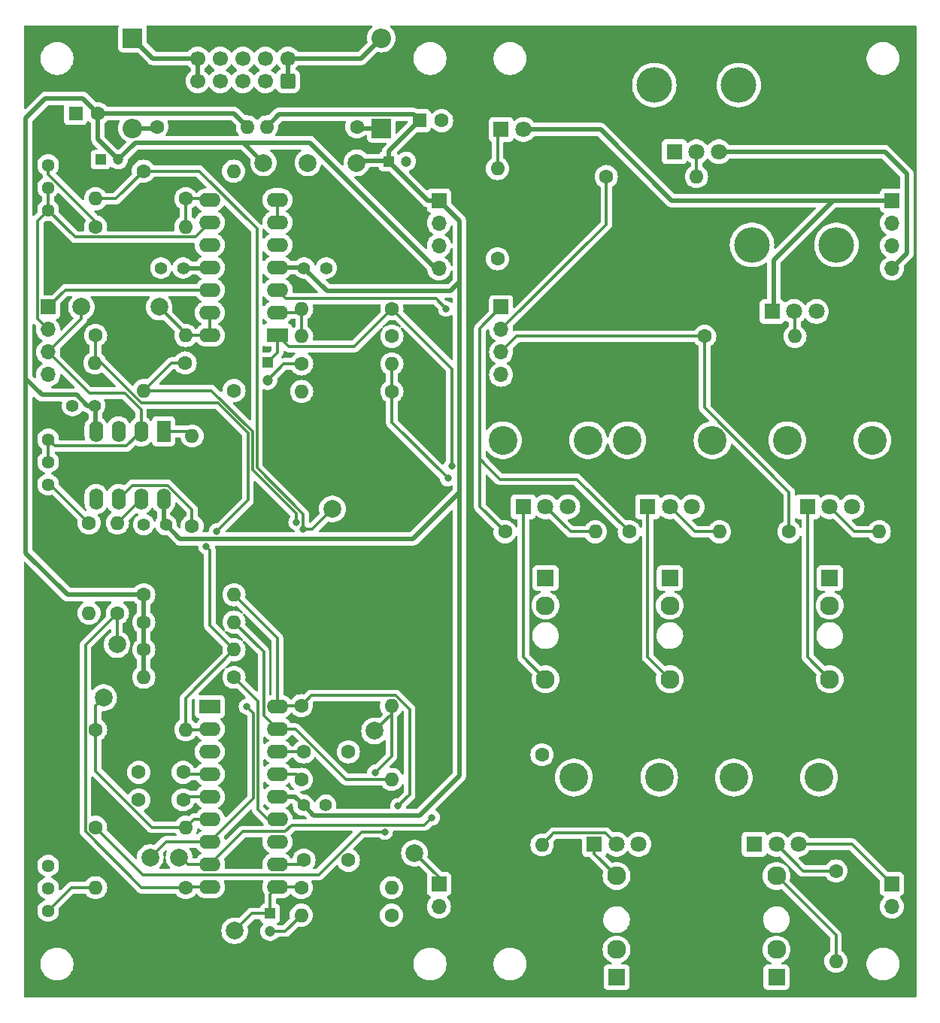
<source format=gtl>
G04 #@! TF.GenerationSoftware,KiCad,Pcbnew,8.0.2-1*
G04 #@! TF.CreationDate,2024-06-17T09:47:28+02:00*
G04 #@! TF.ProjectId,3320,33333230-2e6b-4696-9361-645f70636258,rev?*
G04 #@! TF.SameCoordinates,Original*
G04 #@! TF.FileFunction,Copper,L1,Top*
G04 #@! TF.FilePolarity,Positive*
%FSLAX46Y46*%
G04 Gerber Fmt 4.6, Leading zero omitted, Abs format (unit mm)*
G04 Created by KiCad (PCBNEW 8.0.2-1) date 2024-06-17 09:47:28*
%MOMM*%
%LPD*%
G01*
G04 APERTURE LIST*
G04 Aperture macros list*
%AMRoundRect*
0 Rectangle with rounded corners*
0 $1 Rounding radius*
0 $2 $3 $4 $5 $6 $7 $8 $9 X,Y pos of 4 corners*
0 Add a 4 corners polygon primitive as box body*
4,1,4,$2,$3,$4,$5,$6,$7,$8,$9,$2,$3,0*
0 Add four circle primitives for the rounded corners*
1,1,$1+$1,$2,$3*
1,1,$1+$1,$4,$5*
1,1,$1+$1,$6,$7*
1,1,$1+$1,$8,$9*
0 Add four rect primitives between the rounded corners*
20,1,$1+$1,$2,$3,$4,$5,0*
20,1,$1+$1,$4,$5,$6,$7,0*
20,1,$1+$1,$6,$7,$8,$9,0*
20,1,$1+$1,$8,$9,$2,$3,0*%
G04 Aperture macros list end*
G04 #@! TA.AperFunction,ComponentPad*
%ADD10C,1.600000*%
G04 #@! TD*
G04 #@! TA.AperFunction,ComponentPad*
%ADD11O,1.600000X1.600000*%
G04 #@! TD*
G04 #@! TA.AperFunction,ComponentPad*
%ADD12R,2.200000X2.200000*%
G04 #@! TD*
G04 #@! TA.AperFunction,ComponentPad*
%ADD13O,2.200000X2.200000*%
G04 #@! TD*
G04 #@! TA.AperFunction,ComponentPad*
%ADD14O,4.000000X4.000000*%
G04 #@! TD*
G04 #@! TA.AperFunction,ComponentPad*
%ADD15R,1.800000X1.800000*%
G04 #@! TD*
G04 #@! TA.AperFunction,ComponentPad*
%ADD16C,1.800000*%
G04 #@! TD*
G04 #@! TA.AperFunction,ComponentPad*
%ADD17C,1.400000*%
G04 #@! TD*
G04 #@! TA.AperFunction,ComponentPad*
%ADD18R,1.930000X1.830000*%
G04 #@! TD*
G04 #@! TA.AperFunction,ComponentPad*
%ADD19C,2.130000*%
G04 #@! TD*
G04 #@! TA.AperFunction,ComponentPad*
%ADD20R,1.700000X1.700000*%
G04 #@! TD*
G04 #@! TA.AperFunction,ComponentPad*
%ADD21O,1.700000X1.700000*%
G04 #@! TD*
G04 #@! TA.AperFunction,ComponentPad*
%ADD22R,1.600000X2.400000*%
G04 #@! TD*
G04 #@! TA.AperFunction,ComponentPad*
%ADD23O,1.600000X2.400000*%
G04 #@! TD*
G04 #@! TA.AperFunction,ComponentPad*
%ADD24R,2.400000X1.600000*%
G04 #@! TD*
G04 #@! TA.AperFunction,ComponentPad*
%ADD25O,2.400000X1.600000*%
G04 #@! TD*
G04 #@! TA.AperFunction,ComponentPad*
%ADD26C,3.240000*%
G04 #@! TD*
G04 #@! TA.AperFunction,ComponentPad*
%ADD27R,1.600000X1.600000*%
G04 #@! TD*
G04 #@! TA.AperFunction,ComponentPad*
%ADD28C,2.000000*%
G04 #@! TD*
G04 #@! TA.AperFunction,ComponentPad*
%ADD29RoundRect,0.250000X0.600000X-0.600000X0.600000X0.600000X-0.600000X0.600000X-0.600000X-0.600000X0*%
G04 #@! TD*
G04 #@! TA.AperFunction,ComponentPad*
%ADD30C,1.700000*%
G04 #@! TD*
G04 #@! TA.AperFunction,ComponentPad*
%ADD31R,1.200000X1.200000*%
G04 #@! TD*
G04 #@! TA.AperFunction,ComponentPad*
%ADD32C,1.200000*%
G04 #@! TD*
G04 #@! TA.AperFunction,ComponentPad*
%ADD33C,1.440000*%
G04 #@! TD*
G04 #@! TA.AperFunction,ViaPad*
%ADD34C,0.800000*%
G04 #@! TD*
G04 #@! TA.AperFunction,Conductor*
%ADD35C,0.500000*%
G04 #@! TD*
G04 #@! TA.AperFunction,Conductor*
%ADD36C,0.300000*%
G04 #@! TD*
G04 APERTURE END LIST*
D10*
X81540000Y-88400000D03*
D11*
X91700000Y-88400000D03*
D10*
X57600000Y-106320000D03*
D11*
X57600000Y-116480000D03*
D12*
X90500000Y-61860000D03*
D13*
X90500000Y-51700000D03*
D10*
X58340000Y-72950000D03*
D11*
X68500000Y-72950000D03*
D10*
X63770000Y-114400000D03*
D11*
X73930000Y-114400000D03*
D14*
X121250000Y-57000000D03*
X130750000Y-57000000D03*
D15*
X123500000Y-64500000D03*
D16*
X126000000Y-64500000D03*
X128500000Y-64500000D03*
D10*
X68430000Y-88300000D03*
D11*
X58270000Y-88300000D03*
D10*
X73930000Y-123700000D03*
D11*
X63770000Y-123700000D03*
D10*
X87760000Y-61700000D03*
D11*
X77600000Y-61700000D03*
D17*
X65700000Y-77600000D03*
X68200000Y-77600000D03*
D10*
X60800000Y-116480000D03*
D11*
X60800000Y-106320000D03*
D10*
X91700000Y-85300000D03*
D11*
X81540000Y-85300000D03*
D18*
X123000000Y-112520000D03*
D19*
X123000000Y-123920000D03*
X123000000Y-115620000D03*
D20*
X97000000Y-70000000D03*
D21*
X97000000Y-72540000D03*
X97000000Y-75080000D03*
X97000000Y-77620000D03*
D10*
X118420000Y-107300000D03*
D11*
X128580000Y-107300000D03*
D10*
X115840000Y-67300000D03*
D11*
X126000000Y-67300000D03*
D22*
X66000000Y-96000000D03*
D23*
X63460000Y-96000000D03*
X60920000Y-96000000D03*
X58380000Y-96000000D03*
X58380000Y-103620000D03*
X60920000Y-103620000D03*
X63460000Y-103620000D03*
X66000000Y-103620000D03*
D10*
X68500000Y-69800000D03*
D11*
X58340000Y-69800000D03*
D18*
X117000000Y-157480000D03*
D19*
X117000000Y-146080000D03*
X117000000Y-154380000D03*
D24*
X78820000Y-85160000D03*
D25*
X78820000Y-82620000D03*
X78820000Y-80080000D03*
X78820000Y-77540000D03*
X78820000Y-75000000D03*
X78820000Y-72460000D03*
X78820000Y-69920000D03*
X71200000Y-69920000D03*
X71200000Y-72460000D03*
X71200000Y-75000000D03*
X71200000Y-77540000D03*
X71200000Y-80080000D03*
X71200000Y-82620000D03*
X71200000Y-85160000D03*
D10*
X141700000Y-145520000D03*
D11*
X141700000Y-155680000D03*
D10*
X63770000Y-120600000D03*
D11*
X73930000Y-120600000D03*
D10*
X91660000Y-150500000D03*
D11*
X81500000Y-150500000D03*
D18*
X135000000Y-157480000D03*
D19*
X135000000Y-146080000D03*
X135000000Y-154380000D03*
D17*
X81820000Y-77600000D03*
X84320000Y-77600000D03*
D10*
X68500000Y-147400000D03*
D11*
X58340000Y-147400000D03*
D17*
X66250000Y-106500000D03*
X63750000Y-106500000D03*
D10*
X108600000Y-132420000D03*
D11*
X108600000Y-142580000D03*
D17*
X84250000Y-138100000D03*
X81750000Y-138100000D03*
D18*
X109000000Y-112520000D03*
D19*
X109000000Y-123920000D03*
X109000000Y-115620000D03*
D10*
X86800000Y-132100000D03*
X81800000Y-132100000D03*
X136420000Y-107300000D03*
D11*
X146580000Y-107300000D03*
D26*
X130200000Y-135000000D03*
X139800000Y-135000000D03*
D15*
X132500000Y-142500000D03*
D16*
X135000000Y-142500000D03*
X137500000Y-142500000D03*
D10*
X63770000Y-117500000D03*
D11*
X73930000Y-117500000D03*
D26*
X104200000Y-97000000D03*
X113800000Y-97000000D03*
D15*
X106500000Y-104500000D03*
D16*
X109000000Y-104500000D03*
X111500000Y-104500000D03*
D10*
X63200000Y-134400000D03*
X68200000Y-134400000D03*
X91700000Y-82200000D03*
D11*
X81540000Y-82200000D03*
D14*
X132250000Y-75000000D03*
X141750000Y-75000000D03*
D15*
X134500000Y-82500000D03*
D16*
X137000000Y-82500000D03*
X139500000Y-82500000D03*
D10*
X86800000Y-144300000D03*
X81800000Y-144300000D03*
D18*
X141000000Y-112520000D03*
D19*
X141000000Y-123920000D03*
X141000000Y-115620000D03*
D10*
X91700000Y-91500000D03*
D11*
X81540000Y-91500000D03*
D20*
X53000000Y-82000000D03*
D21*
X53000000Y-84540000D03*
X53000000Y-87080000D03*
X53000000Y-89620000D03*
D10*
X104440000Y-107300000D03*
D11*
X114600000Y-107300000D03*
D26*
X136200000Y-97000000D03*
X145800000Y-97000000D03*
D15*
X138500000Y-104500000D03*
D16*
X141000000Y-104500000D03*
X143500000Y-104500000D03*
D12*
X62500000Y-51700000D03*
D13*
X62500000Y-61860000D03*
D10*
X58340000Y-129600000D03*
D11*
X68500000Y-129600000D03*
D10*
X58340000Y-85200000D03*
D11*
X68500000Y-85200000D03*
D26*
X112200000Y-135000000D03*
X121800000Y-135000000D03*
D15*
X114500000Y-142500000D03*
D16*
X117000000Y-142500000D03*
X119500000Y-142500000D03*
D10*
X81500000Y-147400000D03*
D11*
X91660000Y-147400000D03*
D10*
X65270000Y-61700000D03*
D11*
X75430000Y-61700000D03*
D10*
X81500000Y-126900000D03*
D11*
X91660000Y-126900000D03*
D24*
X71200000Y-127000000D03*
D25*
X71200000Y-129540000D03*
X71200000Y-132080000D03*
X71200000Y-134620000D03*
X71200000Y-137160000D03*
X71200000Y-139700000D03*
X71200000Y-142240000D03*
X71200000Y-144780000D03*
X71200000Y-147320000D03*
X78820000Y-147320000D03*
X78820000Y-144780000D03*
X78820000Y-142240000D03*
X78820000Y-139700000D03*
X78820000Y-137160000D03*
X78820000Y-134620000D03*
X78820000Y-132080000D03*
X78820000Y-129540000D03*
X78820000Y-127000000D03*
D20*
X97000000Y-147000000D03*
D21*
X97000000Y-149540000D03*
D10*
X73930000Y-91400000D03*
D11*
X63770000Y-91400000D03*
D10*
X126920000Y-85300000D03*
D11*
X137080000Y-85300000D03*
D10*
X63720000Y-66700000D03*
D11*
X73880000Y-66700000D03*
D17*
X55750000Y-93100000D03*
X58250000Y-93100000D03*
D15*
X104000000Y-62000000D03*
D16*
X106540000Y-62000000D03*
D10*
X58340000Y-140600000D03*
D11*
X68500000Y-140600000D03*
D10*
X63200000Y-137500000D03*
X68200000Y-137500000D03*
X81500000Y-135200000D03*
D11*
X91660000Y-135200000D03*
D10*
X103600000Y-76560000D03*
D11*
X103600000Y-66400000D03*
D26*
X118200000Y-97000000D03*
X127800000Y-97000000D03*
D15*
X120500000Y-104500000D03*
D16*
X123000000Y-104500000D03*
X125500000Y-104500000D03*
D10*
X69200000Y-106680000D03*
D11*
X69200000Y-96520000D03*
D27*
X56100000Y-60200000D03*
D10*
X58600000Y-60200000D03*
D28*
X89750000Y-129750000D03*
D29*
X80000000Y-56540000D03*
D30*
X80000000Y-54000000D03*
X77460000Y-56540000D03*
X77460000Y-54000000D03*
X74920000Y-56540000D03*
X74920000Y-54000000D03*
X72380000Y-56540000D03*
X72380000Y-54000000D03*
X69840000Y-56540000D03*
X69840000Y-54000000D03*
D20*
X148000000Y-147000000D03*
D21*
X148000000Y-149540000D03*
D28*
X67750000Y-144000000D03*
X56750000Y-82000000D03*
X82250000Y-65750000D03*
D31*
X58900000Y-65400000D03*
D32*
X60900000Y-65400000D03*
D28*
X74000000Y-152250000D03*
D33*
X53000000Y-150000000D03*
X53000000Y-147460000D03*
X53000000Y-144920000D03*
D28*
X65500000Y-82000000D03*
X87750000Y-65750000D03*
X85000000Y-104750000D03*
D20*
X148000000Y-70000000D03*
D21*
X148000000Y-72540000D03*
X148000000Y-75080000D03*
X148000000Y-77620000D03*
D31*
X78000000Y-150300000D03*
D32*
X78000000Y-152300000D03*
D28*
X64500000Y-144000000D03*
D20*
X104000000Y-82000000D03*
D21*
X104000000Y-84540000D03*
X104000000Y-87080000D03*
X104000000Y-89620000D03*
D33*
X53000000Y-102000000D03*
X53000000Y-99460000D03*
X53000000Y-96920000D03*
X53000000Y-66000000D03*
X53000000Y-68540000D03*
X53000000Y-71080000D03*
D31*
X77700000Y-88227401D03*
D32*
X77700000Y-90227401D03*
D28*
X77250000Y-65750000D03*
D31*
X91327401Y-65600000D03*
D32*
X93327401Y-65600000D03*
D27*
X94800000Y-61000000D03*
D10*
X97300000Y-61000000D03*
D28*
X60750000Y-120000000D03*
X94250000Y-143500000D03*
X59250000Y-126000000D03*
D34*
X72000000Y-107250000D03*
X80950000Y-106250000D03*
X75350000Y-127000000D03*
X70800000Y-108950000D03*
X90910000Y-141100000D03*
X89800000Y-134450000D03*
X92410000Y-138200000D03*
X96200000Y-139500000D03*
X98000000Y-101300000D03*
X81700000Y-107000000D03*
X98450000Y-99900000D03*
X97800000Y-82200000D03*
D35*
X99300000Y-102900000D02*
X99300000Y-79200000D01*
X99300000Y-134800000D02*
X99300000Y-102900000D01*
X134700000Y-82300000D02*
X134700000Y-76700000D01*
X94850000Y-139250000D02*
X99300000Y-134800000D01*
X77600000Y-61700000D02*
X78990000Y-60310000D01*
X91327401Y-65600000D02*
X95727401Y-70000000D01*
X94100000Y-108100000D02*
X99300000Y-102900000D01*
X95727401Y-70000000D02*
X97000000Y-70000000D01*
X141400000Y-70000000D02*
X123200000Y-70000000D01*
X94110000Y-60310000D02*
X94800000Y-61000000D01*
X80810000Y-137160000D02*
X81750000Y-138100000D01*
X81760000Y-77540000D02*
X81820000Y-77600000D01*
X66000000Y-103620000D02*
X66000000Y-106250000D01*
X123200000Y-70000000D02*
X115200000Y-62000000D01*
X115200000Y-62000000D02*
X106540000Y-62000000D01*
X67850000Y-108100000D02*
X94100000Y-108100000D01*
X134500000Y-82500000D02*
X134700000Y-82300000D01*
X81820000Y-77600000D02*
X84420000Y-80200000D01*
X148000000Y-70000000D02*
X141400000Y-70000000D01*
X91327401Y-64472599D02*
X91327401Y-65600000D01*
X66000000Y-106250000D02*
X66250000Y-106500000D01*
X78990000Y-60310000D02*
X94110000Y-60310000D01*
X81750000Y-138100000D02*
X82900000Y-139250000D01*
X78820000Y-137160000D02*
X80810000Y-137160000D01*
X99300000Y-72300000D02*
X97000000Y-70000000D01*
X99300000Y-79200000D02*
X99300000Y-72300000D01*
X88000000Y-65500000D02*
X91227401Y-65500000D01*
X78820000Y-77540000D02*
X81760000Y-77540000D01*
X91227401Y-65500000D02*
X91327401Y-65600000D01*
X82900000Y-139250000D02*
X94850000Y-139250000D01*
X66250000Y-106500000D02*
X67850000Y-108100000D01*
X94800000Y-61000000D02*
X91327401Y-64472599D01*
X134700000Y-76700000D02*
X141400000Y-70000000D01*
X84420000Y-80200000D02*
X98300000Y-80200000D01*
X98300000Y-80200000D02*
X99300000Y-79200000D01*
X87750000Y-65750000D02*
X88000000Y-65500000D01*
X149700000Y-75920000D02*
X148000000Y-77620000D01*
X58600000Y-60200000D02*
X56900000Y-58500000D01*
X50500000Y-60700000D02*
X50500000Y-90100000D01*
X96620000Y-77620000D02*
X97000000Y-77620000D01*
X77250000Y-65750000D02*
X75000000Y-63500000D01*
X63770000Y-120600000D02*
X63770000Y-123700000D01*
X147200000Y-64500000D02*
X149700000Y-67000000D01*
X82500000Y-63500000D02*
X96620000Y-77620000D01*
X58350000Y-93100000D02*
X58350000Y-95970000D01*
X58600000Y-60200000D02*
X58600000Y-63100000D01*
X50500000Y-109700000D02*
X55200000Y-114400000D01*
X58250000Y-93100000D02*
X57376346Y-93100000D01*
X60900000Y-65400000D02*
X62800000Y-63500000D01*
X52300000Y-91900000D02*
X50500000Y-90100000D01*
X62800000Y-63500000D02*
X75000000Y-63500000D01*
X55200000Y-114400000D02*
X63770000Y-114400000D01*
X58350000Y-95970000D02*
X58380000Y-96000000D01*
X75000000Y-63500000D02*
X82500000Y-63500000D01*
X63770000Y-117500000D02*
X63770000Y-120600000D01*
X57376346Y-93100000D02*
X56176346Y-91900000D01*
X75430000Y-61700000D02*
X73930000Y-60200000D01*
X73930000Y-60200000D02*
X58600000Y-60200000D01*
X58600000Y-63100000D02*
X60900000Y-65400000D01*
X50500000Y-90100000D02*
X50500000Y-109700000D01*
X56176346Y-91900000D02*
X52300000Y-91900000D01*
X52700000Y-58500000D02*
X50500000Y-60700000D01*
X149700000Y-67000000D02*
X149700000Y-75920000D01*
X128500000Y-64500000D02*
X147200000Y-64500000D01*
X68200000Y-77600000D02*
X71140000Y-77600000D01*
X63770000Y-114400000D02*
X63770000Y-117500000D01*
X71140000Y-77600000D02*
X71200000Y-77540000D01*
X56900000Y-58500000D02*
X52700000Y-58500000D01*
X90500000Y-61860000D02*
X87920000Y-61860000D01*
X87920000Y-61860000D02*
X87760000Y-61700000D01*
X64800000Y-54000000D02*
X62500000Y-51700000D01*
X69840000Y-56540000D02*
X69840000Y-54000000D01*
X69840000Y-54000000D02*
X64800000Y-54000000D01*
X65110000Y-61860000D02*
X65270000Y-61700000D01*
X62500000Y-61860000D02*
X65110000Y-61860000D01*
D36*
X103600000Y-66400000D02*
X103600000Y-62400000D01*
X103600000Y-62400000D02*
X104000000Y-62000000D01*
D35*
X88200000Y-54000000D02*
X90500000Y-51700000D01*
X80000000Y-54000000D02*
X80000000Y-56540000D01*
X80000000Y-54000000D02*
X88200000Y-54000000D01*
D36*
X106500000Y-121420000D02*
X109000000Y-123920000D01*
X106500000Y-104500000D02*
X106500000Y-121420000D01*
X120500000Y-104500000D02*
X120500000Y-121420000D01*
X120500000Y-121420000D02*
X123000000Y-123920000D01*
X81540000Y-88400000D02*
X79527401Y-88400000D01*
X79527401Y-88400000D02*
X77700000Y-90227401D01*
X126000000Y-64500000D02*
X126000000Y-67300000D01*
X111800000Y-107300000D02*
X109000000Y-104500000D01*
X114600000Y-107300000D02*
X111800000Y-107300000D01*
X128580000Y-107300000D02*
X125800000Y-107300000D01*
X125800000Y-107300000D02*
X123000000Y-104500000D01*
X114500000Y-143580000D02*
X117000000Y-146080000D01*
X114500000Y-142500000D02*
X114500000Y-143580000D01*
X78820000Y-69920000D02*
X78820000Y-72460000D01*
X81120000Y-82620000D02*
X81540000Y-82200000D01*
X78820000Y-82620000D02*
X81120000Y-82620000D01*
X81540000Y-82200000D02*
X81540000Y-85300000D01*
X109930000Y-141250000D02*
X115750000Y-141250000D01*
X108600000Y-142580000D02*
X109930000Y-141250000D01*
X115750000Y-141250000D02*
X117000000Y-142500000D01*
X141700000Y-155680000D02*
X141700000Y-152780000D01*
X141700000Y-152780000D02*
X135000000Y-146080000D01*
X138020000Y-145520000D02*
X135000000Y-142500000D01*
X141700000Y-145520000D02*
X138020000Y-145520000D01*
X141000000Y-123920000D02*
X138500000Y-121420000D01*
X138500000Y-121420000D02*
X138500000Y-104500000D01*
X71160000Y-85200000D02*
X71200000Y-85160000D01*
X65500000Y-82000000D02*
X68500000Y-85000000D01*
X68500000Y-85000000D02*
X68500000Y-85200000D01*
X68500000Y-85200000D02*
X71160000Y-85200000D01*
X71200000Y-82620000D02*
X71200000Y-85160000D01*
X68540000Y-137160000D02*
X68200000Y-137500000D01*
X71200000Y-137160000D02*
X68540000Y-137160000D01*
X71200000Y-134620000D02*
X68420000Y-134620000D01*
X68420000Y-134620000D02*
X68200000Y-134400000D01*
X81800000Y-132100000D02*
X78840000Y-132100000D01*
X78840000Y-132100000D02*
X78820000Y-132080000D01*
X78820000Y-144780000D02*
X81320000Y-144780000D01*
X81320000Y-144780000D02*
X81800000Y-144300000D01*
X74000000Y-152250000D02*
X75950000Y-150300000D01*
X78000000Y-148140000D02*
X78820000Y-147320000D01*
X81420000Y-147320000D02*
X81500000Y-147400000D01*
X78000000Y-150300000D02*
X78000000Y-148140000D01*
X78820000Y-147320000D02*
X81420000Y-147320000D01*
X75950000Y-150300000D02*
X78000000Y-150300000D01*
X146580000Y-107300000D02*
X143800000Y-107300000D01*
X143800000Y-107300000D02*
X141000000Y-104500000D01*
X137080000Y-85300000D02*
X137080000Y-82580000D01*
X137080000Y-82580000D02*
X137000000Y-82500000D01*
X57600000Y-106320000D02*
X53280000Y-102000000D01*
X53280000Y-102000000D02*
X53000000Y-102000000D01*
X66000000Y-96000000D02*
X68680000Y-96000000D01*
X68680000Y-96000000D02*
X69200000Y-96520000D01*
X69200000Y-106680000D02*
X69200000Y-104793654D01*
X66476346Y-102070000D02*
X62470000Y-102070000D01*
X69200000Y-104793654D02*
X66476346Y-102070000D01*
X62470000Y-102070000D02*
X60920000Y-103620000D01*
X68500000Y-69800000D02*
X71080000Y-69800000D01*
X68500000Y-72950000D02*
X68500000Y-69800000D01*
X71080000Y-69800000D02*
X71200000Y-69920000D01*
X53000000Y-66000000D02*
X53000000Y-67018233D01*
X53000000Y-67018233D02*
X58340000Y-72358233D01*
X58340000Y-72358233D02*
X58340000Y-72950000D01*
X63460000Y-103660000D02*
X63460000Y-103620000D01*
X60800000Y-106320000D02*
X63460000Y-103660000D01*
X71200000Y-147320000D02*
X68580000Y-147320000D01*
X63513654Y-147400000D02*
X57190000Y-141076346D01*
X68500000Y-147400000D02*
X63513654Y-147400000D01*
X57190000Y-120090000D02*
X60800000Y-116480000D01*
X57190000Y-141076346D02*
X57190000Y-120090000D01*
X60750000Y-120000000D02*
X60750000Y-116530000D01*
X68580000Y-147320000D02*
X68500000Y-147400000D01*
X60750000Y-116530000D02*
X60800000Y-116480000D01*
X55600000Y-147400000D02*
X53000000Y-150000000D01*
X58340000Y-147400000D02*
X55600000Y-147400000D01*
X75500000Y-96207106D02*
X72092894Y-92800000D01*
X72092894Y-92800000D02*
X63500000Y-92800000D01*
X72000000Y-107250000D02*
X75500000Y-103750000D01*
X58340000Y-85200000D02*
X58340000Y-88230000D01*
X58340000Y-88230000D02*
X58270000Y-88300000D01*
X75500000Y-103750000D02*
X75500000Y-96207106D01*
X59000000Y-88300000D02*
X58270000Y-88300000D01*
X63500000Y-92800000D02*
X59000000Y-88300000D01*
X71400000Y-91400000D02*
X63770000Y-91400000D01*
X64500000Y-144000000D02*
X66260000Y-142240000D01*
X76100000Y-137340000D02*
X76100000Y-127750000D01*
X66870000Y-88300000D02*
X63770000Y-91400000D01*
X76000000Y-100307107D02*
X76000000Y-96000000D01*
X68430000Y-88300000D02*
X66870000Y-88300000D01*
X80950000Y-106250000D02*
X80950000Y-105257107D01*
X76100000Y-127750000D02*
X75350000Y-127000000D01*
X80950000Y-105257107D02*
X76000000Y-100307107D01*
X71200000Y-142240000D02*
X76100000Y-137340000D01*
X76000000Y-96000000D02*
X71400000Y-91400000D01*
X66260000Y-142240000D02*
X71200000Y-142240000D01*
X70800000Y-108950000D02*
X71200000Y-109350000D01*
X71200000Y-117870000D02*
X73930000Y-120600000D01*
X68500000Y-129600000D02*
X71140000Y-129600000D01*
X71140000Y-129600000D02*
X71200000Y-129540000D01*
X68500000Y-126030000D02*
X68500000Y-129600000D01*
X73930000Y-120600000D02*
X68500000Y-126030000D01*
X71200000Y-109350000D02*
X71200000Y-117870000D01*
X71200000Y-139700000D02*
X69400000Y-139700000D01*
X58340000Y-134266346D02*
X64673654Y-140600000D01*
X64673654Y-140600000D02*
X68500000Y-140600000D01*
X58340000Y-126910000D02*
X59250000Y-126000000D01*
X58340000Y-129600000D02*
X58340000Y-134266346D01*
X58340000Y-129600000D02*
X58340000Y-126910000D01*
X69400000Y-139700000D02*
X68500000Y-140600000D01*
X78820000Y-129540000D02*
X80866346Y-129540000D01*
X83470000Y-145930000D02*
X88300000Y-141100000D01*
X88300000Y-141100000D02*
X90910000Y-141100000D01*
X77270000Y-127990000D02*
X78820000Y-129540000D01*
X58340000Y-140600000D02*
X63670000Y-145930000D01*
X77270000Y-120840000D02*
X77270000Y-127990000D01*
X63670000Y-145930000D02*
X83470000Y-145930000D01*
X86526346Y-135200000D02*
X91660000Y-135200000D01*
X80866346Y-129540000D02*
X86526346Y-135200000D01*
X73930000Y-117500000D02*
X77270000Y-120840000D01*
X80920000Y-134620000D02*
X81500000Y-135200000D01*
X89750000Y-129750000D02*
X91660000Y-127840000D01*
X78820000Y-134620000D02*
X80920000Y-134620000D01*
X91660000Y-127840000D02*
X91660000Y-126900000D01*
X89800000Y-134450000D02*
X91660000Y-132590000D01*
X91660000Y-132590000D02*
X91660000Y-126900000D01*
X81500000Y-126900000D02*
X78920000Y-126900000D01*
X78820000Y-119290000D02*
X73930000Y-114400000D01*
X92410000Y-138200000D02*
X93700000Y-136910000D01*
X92136346Y-125750000D02*
X82650000Y-125750000D01*
X93700000Y-136910000D02*
X93700000Y-127313654D01*
X78920000Y-126900000D02*
X78820000Y-127000000D01*
X82650000Y-125750000D02*
X81500000Y-126900000D01*
X93700000Y-127313654D02*
X92136346Y-125750000D01*
X78820000Y-127000000D02*
X78820000Y-119290000D01*
X76600000Y-126370000D02*
X76600000Y-138600000D01*
X76600000Y-138600000D02*
X77700000Y-139700000D01*
X73930000Y-123700000D02*
X76600000Y-126370000D01*
X77700000Y-139700000D02*
X78820000Y-139700000D01*
X80436346Y-140350000D02*
X79696346Y-141090000D01*
X91700000Y-95000000D02*
X98000000Y-101300000D01*
X67750000Y-144000000D02*
X68000000Y-144000000D01*
X91700000Y-91500000D02*
X91700000Y-95000000D01*
X68780000Y-144780000D02*
X71200000Y-144780000D01*
X96200000Y-139500000D02*
X95350000Y-140350000D01*
X68000000Y-144000000D02*
X68780000Y-144780000D01*
X74890000Y-141090000D02*
X71200000Y-144780000D01*
X91700000Y-88400000D02*
X91700000Y-91500000D01*
X79696346Y-141090000D02*
X74890000Y-141090000D01*
X95350000Y-140350000D02*
X80436346Y-140350000D01*
X76500000Y-100100000D02*
X76500000Y-73193654D01*
X76500000Y-73193654D02*
X70006346Y-66700000D01*
X70006346Y-66700000D02*
X63720000Y-66700000D01*
X58340000Y-69800000D02*
X60620000Y-69800000D01*
X85000000Y-104750000D02*
X82750000Y-107000000D01*
X60620000Y-69800000D02*
X63720000Y-66700000D01*
X82750000Y-107000000D02*
X81700000Y-107000000D01*
X81700000Y-105300000D02*
X76500000Y-100100000D01*
X81700000Y-107000000D02*
X81700000Y-105300000D01*
X98450000Y-88950000D02*
X98450000Y-99900000D01*
X97000000Y-146250000D02*
X97000000Y-147000000D01*
X94250000Y-143500000D02*
X97000000Y-146250000D01*
X78820000Y-87107401D02*
X77700000Y-88227401D01*
X87450000Y-86450000D02*
X91700000Y-82200000D01*
X80110000Y-86450000D02*
X87450000Y-86450000D01*
X91700000Y-82200000D02*
X98450000Y-88950000D01*
X78820000Y-85160000D02*
X80110000Y-86450000D01*
X78820000Y-85160000D02*
X78820000Y-87107401D01*
X115840000Y-67300000D02*
X115840000Y-72700000D01*
X115840000Y-72700000D02*
X104000000Y-84540000D01*
X105780000Y-85300000D02*
X104000000Y-87080000D01*
X126920000Y-85300000D02*
X105780000Y-85300000D01*
X126920000Y-93333999D02*
X126920000Y-85300000D01*
X136420000Y-102833999D02*
X126920000Y-93333999D01*
X136420000Y-107300000D02*
X136420000Y-102833999D01*
X101600000Y-104460000D02*
X104440000Y-107300000D01*
X118420000Y-107300000D02*
X112520000Y-101400000D01*
X102230000Y-99730000D02*
X102230000Y-99700000D01*
X104000000Y-82000000D02*
X101600000Y-84400000D01*
X101600000Y-99070000D02*
X102230000Y-99700000D01*
X101600000Y-84400000D02*
X101600000Y-99070000D01*
X112520000Y-101400000D02*
X103900000Y-101400000D01*
X101600000Y-99070000D02*
X101600000Y-104460000D01*
X103900000Y-101400000D02*
X102230000Y-99730000D01*
X69560000Y-74100000D02*
X71200000Y-72460000D01*
X53000000Y-68540000D02*
X53000000Y-71080000D01*
X53000000Y-71080000D02*
X56020000Y-74100000D01*
X51800000Y-72280000D02*
X53000000Y-71080000D01*
X51800000Y-83340000D02*
X51800000Y-72280000D01*
X53000000Y-84540000D02*
X51800000Y-83340000D01*
X56020000Y-74100000D02*
X69560000Y-74100000D01*
X56750000Y-83330000D02*
X53000000Y-87080000D01*
X53000000Y-96920000D02*
X53719999Y-97639999D01*
X61600000Y-91700000D02*
X63460000Y-93560000D01*
X56750000Y-82000000D02*
X56750000Y-83330000D01*
X61820001Y-97639999D02*
X63460000Y-96000000D01*
X63460000Y-93560000D02*
X63460000Y-96000000D01*
X53000000Y-96920000D02*
X53000000Y-99460000D01*
X53000000Y-87080000D02*
X57620000Y-91700000D01*
X53719999Y-97639999D02*
X61820001Y-97639999D01*
X57620000Y-91700000D02*
X61600000Y-91700000D01*
X71200000Y-80080000D02*
X54920000Y-80080000D01*
X54920000Y-80080000D02*
X53000000Y-82000000D01*
X137500000Y-142500000D02*
X143500000Y-142500000D01*
X143500000Y-142500000D02*
X148000000Y-147000000D01*
X78000000Y-152300000D02*
X79700000Y-152300000D01*
X79700000Y-152300000D02*
X81500000Y-150500000D01*
X79790000Y-81050000D02*
X96650000Y-81050000D01*
X78820000Y-80080000D02*
X79790000Y-81050000D01*
X96650000Y-81050000D02*
X97800000Y-82200000D01*
G04 #@! TA.AperFunction,NonConductor*
G36*
X89463669Y-50270185D02*
G01*
X89509424Y-50322989D01*
X89519368Y-50392147D01*
X89490343Y-50455703D01*
X89477161Y-50468790D01*
X89364778Y-50564773D01*
X89201161Y-50756343D01*
X89201160Y-50756346D01*
X89069533Y-50971140D01*
X88973126Y-51203889D01*
X88914317Y-51448848D01*
X88894551Y-51700000D01*
X88914317Y-51951147D01*
X88914318Y-51951154D01*
X88950990Y-52103906D01*
X88947499Y-52173688D01*
X88918097Y-52220533D01*
X87925451Y-53213181D01*
X87864128Y-53246666D01*
X87837770Y-53249500D01*
X81187701Y-53249500D01*
X81120662Y-53229815D01*
X81086126Y-53196623D01*
X81038494Y-53128597D01*
X80871402Y-52961506D01*
X80871395Y-52961501D01*
X80677834Y-52825967D01*
X80677830Y-52825965D01*
X80677828Y-52825964D01*
X80463663Y-52726097D01*
X80463659Y-52726096D01*
X80463655Y-52726094D01*
X80235413Y-52664938D01*
X80235403Y-52664936D01*
X80000001Y-52644341D01*
X79999999Y-52644341D01*
X79764596Y-52664936D01*
X79764586Y-52664938D01*
X79536344Y-52726094D01*
X79536335Y-52726098D01*
X79322171Y-52825964D01*
X79322169Y-52825965D01*
X79128597Y-52961505D01*
X78961505Y-53128597D01*
X78831575Y-53314158D01*
X78776998Y-53357783D01*
X78707500Y-53364977D01*
X78645145Y-53333454D01*
X78628425Y-53314158D01*
X78498494Y-53128597D01*
X78331402Y-52961506D01*
X78331395Y-52961501D01*
X78137834Y-52825967D01*
X78137830Y-52825965D01*
X78137828Y-52825964D01*
X77923663Y-52726097D01*
X77923659Y-52726096D01*
X77923655Y-52726094D01*
X77695413Y-52664938D01*
X77695403Y-52664936D01*
X77460001Y-52644341D01*
X77459999Y-52644341D01*
X77224596Y-52664936D01*
X77224586Y-52664938D01*
X76996344Y-52726094D01*
X76996335Y-52726098D01*
X76782171Y-52825964D01*
X76782169Y-52825965D01*
X76588597Y-52961505D01*
X76421505Y-53128597D01*
X76291575Y-53314158D01*
X76236998Y-53357783D01*
X76167500Y-53364977D01*
X76105145Y-53333454D01*
X76088425Y-53314158D01*
X75958494Y-53128597D01*
X75791402Y-52961506D01*
X75791395Y-52961501D01*
X75597834Y-52825967D01*
X75597830Y-52825965D01*
X75597828Y-52825964D01*
X75383663Y-52726097D01*
X75383659Y-52726096D01*
X75383655Y-52726094D01*
X75155413Y-52664938D01*
X75155403Y-52664936D01*
X74920001Y-52644341D01*
X74919999Y-52644341D01*
X74684596Y-52664936D01*
X74684586Y-52664938D01*
X74456344Y-52726094D01*
X74456335Y-52726098D01*
X74242171Y-52825964D01*
X74242169Y-52825965D01*
X74048597Y-52961505D01*
X73881505Y-53128597D01*
X73751575Y-53314158D01*
X73696998Y-53357783D01*
X73627500Y-53364977D01*
X73565145Y-53333454D01*
X73548425Y-53314158D01*
X73418494Y-53128597D01*
X73251402Y-52961506D01*
X73251395Y-52961501D01*
X73057834Y-52825967D01*
X73057830Y-52825965D01*
X73057828Y-52825964D01*
X72843663Y-52726097D01*
X72843659Y-52726096D01*
X72843655Y-52726094D01*
X72615413Y-52664938D01*
X72615403Y-52664936D01*
X72380001Y-52644341D01*
X72379999Y-52644341D01*
X72144596Y-52664936D01*
X72144586Y-52664938D01*
X71916344Y-52726094D01*
X71916335Y-52726098D01*
X71702171Y-52825964D01*
X71702169Y-52825965D01*
X71508597Y-52961505D01*
X71341505Y-53128597D01*
X71211575Y-53314158D01*
X71156998Y-53357783D01*
X71087500Y-53364977D01*
X71025145Y-53333454D01*
X71008425Y-53314158D01*
X70878494Y-53128597D01*
X70711402Y-52961506D01*
X70711395Y-52961501D01*
X70517834Y-52825967D01*
X70517830Y-52825965D01*
X70517828Y-52825964D01*
X70303663Y-52726097D01*
X70303659Y-52726096D01*
X70303655Y-52726094D01*
X70075413Y-52664938D01*
X70075403Y-52664936D01*
X69840001Y-52644341D01*
X69839999Y-52644341D01*
X69604596Y-52664936D01*
X69604586Y-52664938D01*
X69376344Y-52726094D01*
X69376335Y-52726098D01*
X69162171Y-52825964D01*
X69162169Y-52825965D01*
X68968597Y-52961505D01*
X68801506Y-53128596D01*
X68753874Y-53196623D01*
X68699297Y-53240248D01*
X68652299Y-53249500D01*
X65162229Y-53249500D01*
X65095190Y-53229815D01*
X65074548Y-53213181D01*
X64136818Y-52275451D01*
X64103333Y-52214128D01*
X64100499Y-52187770D01*
X64100499Y-50552129D01*
X64100498Y-50552123D01*
X64100497Y-50552116D01*
X64094091Y-50492517D01*
X64085241Y-50468790D01*
X64066236Y-50417833D01*
X64061252Y-50348141D01*
X64094737Y-50286818D01*
X64156061Y-50253334D01*
X64182418Y-50250500D01*
X89396630Y-50250500D01*
X89463669Y-50270185D01*
G37*
G04 #@! TD.AperFunction*
G04 #@! TA.AperFunction,NonConductor*
G36*
X78814855Y-54666546D02*
G01*
X78831575Y-54685842D01*
X78961501Y-54871396D01*
X78961506Y-54871402D01*
X79128597Y-55038494D01*
X79129965Y-55039642D01*
X79130402Y-55040299D01*
X79132427Y-55042324D01*
X79132020Y-55042730D01*
X79168667Y-55097813D01*
X79169775Y-55167674D01*
X79132938Y-55227044D01*
X79089268Y-55252335D01*
X79080673Y-55255183D01*
X79080663Y-55255187D01*
X78931342Y-55347289D01*
X78807289Y-55471342D01*
X78715187Y-55620663D01*
X78715183Y-55620673D01*
X78712335Y-55629268D01*
X78672560Y-55686711D01*
X78608044Y-55713531D01*
X78539268Y-55701214D01*
X78502517Y-55672233D01*
X78502324Y-55672427D01*
X78500682Y-55670785D01*
X78499642Y-55669965D01*
X78498494Y-55668597D01*
X78331402Y-55501506D01*
X78331396Y-55501501D01*
X78145842Y-55371575D01*
X78102217Y-55316998D01*
X78095023Y-55247500D01*
X78126546Y-55185145D01*
X78145842Y-55168425D01*
X78246686Y-55097813D01*
X78331401Y-55038495D01*
X78498495Y-54871401D01*
X78628425Y-54685842D01*
X78683002Y-54642217D01*
X78752500Y-54635023D01*
X78814855Y-54666546D01*
G37*
G04 #@! TD.AperFunction*
G04 #@! TA.AperFunction,NonConductor*
G36*
X76274855Y-54666546D02*
G01*
X76291575Y-54685842D01*
X76421501Y-54871396D01*
X76421506Y-54871402D01*
X76588597Y-55038493D01*
X76588603Y-55038498D01*
X76774158Y-55168425D01*
X76817783Y-55223002D01*
X76824977Y-55292500D01*
X76793454Y-55354855D01*
X76774158Y-55371575D01*
X76588597Y-55501505D01*
X76421505Y-55668597D01*
X76291575Y-55854158D01*
X76236998Y-55897783D01*
X76167500Y-55904977D01*
X76105145Y-55873454D01*
X76088425Y-55854158D01*
X75958494Y-55668597D01*
X75791402Y-55501506D01*
X75791396Y-55501501D01*
X75605842Y-55371575D01*
X75562217Y-55316998D01*
X75555023Y-55247500D01*
X75586546Y-55185145D01*
X75605842Y-55168425D01*
X75706686Y-55097813D01*
X75791401Y-55038495D01*
X75958495Y-54871401D01*
X76088425Y-54685842D01*
X76143002Y-54642217D01*
X76212500Y-54635023D01*
X76274855Y-54666546D01*
G37*
G04 #@! TD.AperFunction*
G04 #@! TA.AperFunction,NonConductor*
G36*
X73734855Y-54666546D02*
G01*
X73751575Y-54685842D01*
X73881501Y-54871396D01*
X73881506Y-54871402D01*
X74048597Y-55038493D01*
X74048603Y-55038498D01*
X74234158Y-55168425D01*
X74277783Y-55223002D01*
X74284977Y-55292500D01*
X74253454Y-55354855D01*
X74234158Y-55371575D01*
X74048597Y-55501505D01*
X73881505Y-55668597D01*
X73751575Y-55854158D01*
X73696998Y-55897783D01*
X73627500Y-55904977D01*
X73565145Y-55873454D01*
X73548425Y-55854158D01*
X73418494Y-55668597D01*
X73251402Y-55501506D01*
X73251396Y-55501501D01*
X73065842Y-55371575D01*
X73022217Y-55316998D01*
X73015023Y-55247500D01*
X73046546Y-55185145D01*
X73065842Y-55168425D01*
X73166686Y-55097813D01*
X73251401Y-55038495D01*
X73418495Y-54871401D01*
X73548425Y-54685842D01*
X73603002Y-54642217D01*
X73672500Y-54635023D01*
X73734855Y-54666546D01*
G37*
G04 #@! TD.AperFunction*
G04 #@! TA.AperFunction,NonConductor*
G36*
X71194855Y-54666546D02*
G01*
X71211575Y-54685842D01*
X71341501Y-54871396D01*
X71341506Y-54871402D01*
X71508597Y-55038493D01*
X71508603Y-55038498D01*
X71694158Y-55168425D01*
X71737783Y-55223002D01*
X71744977Y-55292500D01*
X71713454Y-55354855D01*
X71694158Y-55371575D01*
X71508597Y-55501505D01*
X71341505Y-55668597D01*
X71211575Y-55854158D01*
X71156998Y-55897783D01*
X71087500Y-55904977D01*
X71025145Y-55873454D01*
X71008425Y-55854158D01*
X70878494Y-55668597D01*
X70711404Y-55501507D01*
X70643375Y-55453872D01*
X70599751Y-55399294D01*
X70590500Y-55352298D01*
X70590500Y-55187700D01*
X70610185Y-55120661D01*
X70643375Y-55086126D01*
X70711401Y-55038495D01*
X70878495Y-54871401D01*
X71008425Y-54685842D01*
X71063002Y-54642217D01*
X71132500Y-54635023D01*
X71194855Y-54666546D01*
G37*
G04 #@! TD.AperFunction*
G04 #@! TA.AperFunction,NonConductor*
G36*
X93442539Y-61080185D02*
G01*
X93488294Y-61132989D01*
X93499500Y-61184500D01*
X93499500Y-61187769D01*
X93479815Y-61254808D01*
X93463181Y-61275450D01*
X92312180Y-62426451D01*
X92250857Y-62459936D01*
X92181165Y-62454952D01*
X92125232Y-62413080D01*
X92100815Y-62347616D01*
X92100499Y-62338770D01*
X92100499Y-61184500D01*
X92120184Y-61117461D01*
X92172988Y-61071706D01*
X92224499Y-61060500D01*
X93375500Y-61060500D01*
X93442539Y-61080185D01*
G37*
G04 #@! TD.AperFunction*
G04 #@! TA.AperFunction,NonConductor*
G36*
X73634809Y-60970185D02*
G01*
X73655451Y-60986819D01*
X74103282Y-61434650D01*
X74136767Y-61495973D01*
X74139129Y-61533137D01*
X74124532Y-61699996D01*
X74124532Y-61700001D01*
X74144364Y-61926686D01*
X74144366Y-61926697D01*
X74203258Y-62146488D01*
X74203261Y-62146497D01*
X74299431Y-62352732D01*
X74299432Y-62352734D01*
X74429956Y-62539144D01*
X74433434Y-62543289D01*
X74432189Y-62544333D01*
X74462117Y-62599142D01*
X74457133Y-62668834D01*
X74415261Y-62724767D01*
X74349797Y-62749184D01*
X74340951Y-62749500D01*
X66359049Y-62749500D01*
X66292010Y-62729815D01*
X66246255Y-62677011D01*
X66236311Y-62607853D01*
X66265336Y-62544297D01*
X66269220Y-62540124D01*
X66270043Y-62539144D01*
X66270047Y-62539139D01*
X66400568Y-62352734D01*
X66496739Y-62146496D01*
X66555635Y-61926692D01*
X66575468Y-61700000D01*
X66555635Y-61473308D01*
X66502619Y-61275450D01*
X66496741Y-61253511D01*
X66496737Y-61253501D01*
X66491528Y-61242328D01*
X66437705Y-61126904D01*
X66427213Y-61057827D01*
X66455733Y-60994043D01*
X66514210Y-60955804D01*
X66550087Y-60950500D01*
X73567770Y-60950500D01*
X73634809Y-60970185D01*
G37*
G04 #@! TD.AperFunction*
G04 #@! TA.AperFunction,NonConductor*
G36*
X61026264Y-60970185D02*
G01*
X61072019Y-61022989D01*
X61081963Y-61092147D01*
X61071070Y-61126504D01*
X61071398Y-61126640D01*
X61069818Y-61130454D01*
X61069711Y-61130792D01*
X61069535Y-61131136D01*
X60973126Y-61363889D01*
X60914317Y-61608848D01*
X60894551Y-61860000D01*
X60914317Y-62111151D01*
X60973126Y-62356110D01*
X61069533Y-62588859D01*
X61201160Y-62803653D01*
X61201161Y-62803656D01*
X61224146Y-62830568D01*
X61364776Y-62995224D01*
X61513066Y-63121875D01*
X61556343Y-63158838D01*
X61556346Y-63158839D01*
X61746788Y-63275543D01*
X61793663Y-63327355D01*
X61805086Y-63396284D01*
X61777429Y-63460447D01*
X61769679Y-63468951D01*
X60987680Y-64250951D01*
X60926357Y-64284436D01*
X60856666Y-64279452D01*
X60812318Y-64250951D01*
X59386819Y-62825451D01*
X59353334Y-62764128D01*
X59350500Y-62737770D01*
X59350500Y-61326662D01*
X59370185Y-61259623D01*
X59403379Y-61225086D01*
X59439139Y-61200047D01*
X59600047Y-61039139D01*
X59616810Y-61015199D01*
X59625088Y-61003377D01*
X59679665Y-60959752D01*
X59726663Y-60950500D01*
X60959225Y-60950500D01*
X61026264Y-60970185D01*
G37*
G04 #@! TD.AperFunction*
G04 #@! TA.AperFunction,NonConductor*
G36*
X86495658Y-61080185D02*
G01*
X86541413Y-61132989D01*
X86551357Y-61202147D01*
X86541002Y-61236903D01*
X86533262Y-61253501D01*
X86533258Y-61253511D01*
X86474366Y-61473302D01*
X86474364Y-61473313D01*
X86454532Y-61699998D01*
X86454532Y-61700001D01*
X86474364Y-61926686D01*
X86474366Y-61926697D01*
X86533258Y-62146488D01*
X86533261Y-62146497D01*
X86629431Y-62352732D01*
X86629432Y-62352734D01*
X86759954Y-62539141D01*
X86920858Y-62700045D01*
X86920861Y-62700047D01*
X87107266Y-62830568D01*
X87313504Y-62926739D01*
X87533308Y-62985635D01*
X87695230Y-62999801D01*
X87759998Y-63005468D01*
X87760000Y-63005468D01*
X87760002Y-63005468D01*
X87822591Y-62999992D01*
X87986692Y-62985635D01*
X88206496Y-62926739D01*
X88412734Y-62830568D01*
X88599139Y-62700047D01*
X88652366Y-62646820D01*
X88713689Y-62613334D01*
X88740048Y-62610500D01*
X88775501Y-62610500D01*
X88842540Y-62630185D01*
X88888295Y-62682989D01*
X88899501Y-62734500D01*
X88899501Y-63007876D01*
X88905908Y-63067483D01*
X88956202Y-63202328D01*
X88956206Y-63202335D01*
X89042452Y-63317544D01*
X89042455Y-63317547D01*
X89157664Y-63403793D01*
X89157671Y-63403797D01*
X89292517Y-63454091D01*
X89292516Y-63454091D01*
X89299444Y-63454835D01*
X89352127Y-63460500D01*
X90978770Y-63460499D01*
X91045809Y-63480184D01*
X91091564Y-63532987D01*
X91101508Y-63602146D01*
X91072483Y-63665702D01*
X91066451Y-63672180D01*
X90744450Y-63994181D01*
X90744448Y-63994184D01*
X90726139Y-64021584D01*
X90726140Y-64021585D01*
X90662315Y-64117107D01*
X90605744Y-64253681D01*
X90605741Y-64253691D01*
X90576901Y-64398678D01*
X90576901Y-64435858D01*
X90557216Y-64502897D01*
X90504412Y-64548652D01*
X90496248Y-64552034D01*
X90485070Y-64556204D01*
X90485065Y-64556206D01*
X90369858Y-64642451D01*
X90369852Y-64642457D01*
X90326916Y-64699812D01*
X90270982Y-64741682D01*
X90227650Y-64749500D01*
X88922855Y-64749500D01*
X88855816Y-64729815D01*
X88831626Y-64709483D01*
X88769747Y-64642265D01*
X88769744Y-64642262D01*
X88729135Y-64610655D01*
X88573509Y-64489526D01*
X88573507Y-64489525D01*
X88573506Y-64489524D01*
X88354811Y-64371172D01*
X88354802Y-64371169D01*
X88119616Y-64290429D01*
X87874335Y-64249500D01*
X87625665Y-64249500D01*
X87380383Y-64290429D01*
X87145197Y-64371169D01*
X87145188Y-64371172D01*
X86926493Y-64489524D01*
X86752123Y-64625242D01*
X86730256Y-64642262D01*
X86719452Y-64653997D01*
X86561833Y-64825217D01*
X86425826Y-65033393D01*
X86325936Y-65261118D01*
X86264892Y-65502175D01*
X86264890Y-65502187D01*
X86244583Y-65747267D01*
X86244357Y-65750000D01*
X86248756Y-65803083D01*
X86255543Y-65884997D01*
X86241461Y-65953433D01*
X86192616Y-66003392D01*
X86124514Y-66019012D01*
X86058779Y-65995334D01*
X86044285Y-65982917D01*
X82978421Y-62917052D01*
X82978414Y-62917046D01*
X82897854Y-62863218D01*
X82897755Y-62863153D01*
X82855495Y-62834916D01*
X82855494Y-62834915D01*
X82855492Y-62834914D01*
X82718917Y-62778343D01*
X82718907Y-62778340D01*
X82573920Y-62749500D01*
X82573918Y-62749500D01*
X78689049Y-62749500D01*
X78622010Y-62729815D01*
X78576255Y-62677011D01*
X78566311Y-62607853D01*
X78595336Y-62544297D01*
X78599220Y-62540124D01*
X78600043Y-62539144D01*
X78600047Y-62539139D01*
X78730568Y-62352734D01*
X78826739Y-62146496D01*
X78885635Y-61926692D01*
X78905468Y-61700000D01*
X78890869Y-61533137D01*
X78904635Y-61464639D01*
X78926710Y-61434656D01*
X79264551Y-61096816D01*
X79325872Y-61063334D01*
X79352230Y-61060500D01*
X86428619Y-61060500D01*
X86495658Y-61080185D01*
G37*
G04 #@! TD.AperFunction*
G04 #@! TA.AperFunction,NonConductor*
G36*
X69692240Y-70611594D02*
G01*
X69707710Y-70629135D01*
X69808028Y-70767213D01*
X69952786Y-70911971D01*
X70107749Y-71024556D01*
X70118390Y-71032287D01*
X70209840Y-71078883D01*
X70211080Y-71079515D01*
X70261876Y-71127490D01*
X70278671Y-71195311D01*
X70256134Y-71261446D01*
X70211080Y-71300485D01*
X70118386Y-71347715D01*
X69952786Y-71468028D01*
X69808028Y-71612786D01*
X69687715Y-71778386D01*
X69594779Y-71960781D01*
X69594096Y-71962432D01*
X69593667Y-71962963D01*
X69592568Y-71965122D01*
X69592114Y-71964890D01*
X69550257Y-72016837D01*
X69483964Y-72038905D01*
X69416264Y-72021629D01*
X69391852Y-72002665D01*
X69339140Y-71949953D01*
X69203377Y-71854891D01*
X69159752Y-71800314D01*
X69150500Y-71753316D01*
X69150500Y-70996682D01*
X69170185Y-70929643D01*
X69203371Y-70895111D01*
X69339139Y-70800047D01*
X69500047Y-70639139D01*
X69505814Y-70630902D01*
X69560385Y-70587275D01*
X69629883Y-70580077D01*
X69692240Y-70611594D01*
G37*
G04 #@! TD.AperFunction*
G04 #@! TA.AperFunction,NonConductor*
G36*
X69752577Y-67370185D02*
G01*
X69773219Y-67386819D01*
X70794219Y-68407819D01*
X70827704Y-68469142D01*
X70822720Y-68538834D01*
X70780848Y-68594767D01*
X70715384Y-68619184D01*
X70706538Y-68619500D01*
X70697648Y-68619500D01*
X70673329Y-68623351D01*
X70495465Y-68651522D01*
X70300776Y-68714781D01*
X70118386Y-68807715D01*
X69952786Y-68928028D01*
X69808030Y-69072784D01*
X69793287Y-69093078D01*
X69737957Y-69135745D01*
X69668344Y-69141724D01*
X69606549Y-69109119D01*
X69591393Y-69091317D01*
X69500045Y-68960858D01*
X69339141Y-68799954D01*
X69152734Y-68669432D01*
X69152732Y-68669431D01*
X68946497Y-68573261D01*
X68946488Y-68573258D01*
X68726697Y-68514366D01*
X68726693Y-68514365D01*
X68726692Y-68514365D01*
X68726691Y-68514364D01*
X68726686Y-68514364D01*
X68500002Y-68494532D01*
X68499998Y-68494532D01*
X68273313Y-68514364D01*
X68273302Y-68514366D01*
X68053511Y-68573258D01*
X68053502Y-68573261D01*
X67847267Y-68669431D01*
X67847265Y-68669432D01*
X67660858Y-68799954D01*
X67499954Y-68960858D01*
X67369432Y-69147265D01*
X67369431Y-69147267D01*
X67273261Y-69353502D01*
X67273258Y-69353511D01*
X67214366Y-69573302D01*
X67214364Y-69573313D01*
X67194532Y-69799998D01*
X67194532Y-69800001D01*
X67214364Y-70026686D01*
X67214366Y-70026697D01*
X67273258Y-70246488D01*
X67273261Y-70246497D01*
X67369431Y-70452732D01*
X67369432Y-70452734D01*
X67499954Y-70639141D01*
X67660855Y-70800042D01*
X67660858Y-70800044D01*
X67660861Y-70800047D01*
X67796626Y-70895109D01*
X67840248Y-70949683D01*
X67849500Y-70996682D01*
X67849500Y-71753316D01*
X67829815Y-71820355D01*
X67796623Y-71854891D01*
X67660859Y-71949953D01*
X67499954Y-72110858D01*
X67369432Y-72297265D01*
X67369431Y-72297267D01*
X67273261Y-72503502D01*
X67273258Y-72503511D01*
X67214366Y-72723302D01*
X67214364Y-72723313D01*
X67194532Y-72949998D01*
X67194532Y-72950001D01*
X67214364Y-73176686D01*
X67214366Y-73176697D01*
X67245638Y-73293407D01*
X67243975Y-73363257D01*
X67204812Y-73421119D01*
X67140583Y-73448623D01*
X67125863Y-73449500D01*
X59714137Y-73449500D01*
X59647098Y-73429815D01*
X59601343Y-73377011D01*
X59591399Y-73307853D01*
X59594362Y-73293407D01*
X59615867Y-73213146D01*
X59625635Y-73176692D01*
X59644661Y-72959223D01*
X59645468Y-72950001D01*
X59645468Y-72949998D01*
X59634553Y-72825240D01*
X59625635Y-72723308D01*
X59566739Y-72503504D01*
X59470568Y-72297266D01*
X59340047Y-72110861D01*
X59340045Y-72110858D01*
X59179141Y-71949954D01*
X58992734Y-71819432D01*
X58992732Y-71819431D01*
X58786497Y-71723261D01*
X58786488Y-71723258D01*
X58597946Y-71672739D01*
X58542358Y-71640645D01*
X58216173Y-71314460D01*
X58182688Y-71253137D01*
X58187672Y-71183445D01*
X58229544Y-71127512D01*
X58295008Y-71103095D01*
X58314659Y-71103250D01*
X58340000Y-71105468D01*
X58340000Y-71105467D01*
X58340001Y-71105468D01*
X58340002Y-71105468D01*
X58396673Y-71100509D01*
X58566692Y-71085635D01*
X58786496Y-71026739D01*
X58992734Y-70930568D01*
X59179139Y-70800047D01*
X59340047Y-70639139D01*
X59409718Y-70539637D01*
X59435108Y-70503377D01*
X59489685Y-70459752D01*
X59536683Y-70450500D01*
X60684071Y-70450500D01*
X60768615Y-70433682D01*
X60809744Y-70425501D01*
X60928127Y-70376465D01*
X60959511Y-70355495D01*
X61034669Y-70305277D01*
X63333062Y-68006882D01*
X63394383Y-67973399D01*
X63452834Y-67974790D01*
X63493308Y-67985635D01*
X63655230Y-67999801D01*
X63719998Y-68005468D01*
X63720000Y-68005468D01*
X63720002Y-68005468D01*
X63776673Y-68000509D01*
X63946692Y-67985635D01*
X64166496Y-67926739D01*
X64372734Y-67830568D01*
X64559139Y-67700047D01*
X64720047Y-67539139D01*
X64815108Y-67403377D01*
X64869685Y-67359752D01*
X64916683Y-67350500D01*
X69685538Y-67350500D01*
X69752577Y-67370185D01*
G37*
G04 #@! TD.AperFunction*
G04 #@! TA.AperFunction,NonConductor*
G36*
X54225856Y-69164123D02*
G01*
X54228683Y-69166862D01*
X57197492Y-72135671D01*
X57230977Y-72196994D01*
X57225993Y-72266686D01*
X57211390Y-72294469D01*
X57209435Y-72297260D01*
X57209431Y-72297267D01*
X57113261Y-72503502D01*
X57113258Y-72503511D01*
X57054366Y-72723302D01*
X57054364Y-72723313D01*
X57034532Y-72949998D01*
X57034532Y-72950001D01*
X57054364Y-73176686D01*
X57054366Y-73176697D01*
X57085638Y-73293407D01*
X57083975Y-73363257D01*
X57044812Y-73421119D01*
X56980583Y-73448623D01*
X56965863Y-73449500D01*
X56340808Y-73449500D01*
X56273769Y-73429815D01*
X56253127Y-73413181D01*
X54241122Y-71401176D01*
X54207637Y-71339853D01*
X54206811Y-71298205D01*
X54206077Y-71298141D01*
X54225162Y-71080001D01*
X54225162Y-71079998D01*
X54209228Y-70897876D01*
X54206549Y-70867253D01*
X54152595Y-70665894D01*
X54151278Y-70660977D01*
X54151277Y-70660976D01*
X54151276Y-70660970D01*
X54061021Y-70467419D01*
X53961615Y-70325451D01*
X53938530Y-70292482D01*
X53870582Y-70224534D01*
X53787519Y-70141471D01*
X53741322Y-70109123D01*
X53703375Y-70082552D01*
X53659751Y-70027974D01*
X53650500Y-69980978D01*
X53650500Y-69639020D01*
X53670185Y-69571981D01*
X53703375Y-69537446D01*
X53787519Y-69478529D01*
X53938529Y-69327519D01*
X54039428Y-69183419D01*
X54094003Y-69139795D01*
X54163502Y-69132601D01*
X54225856Y-69164123D01*
G37*
G04 #@! TD.AperFunction*
G04 #@! TA.AperFunction,NonConductor*
G36*
X77355703Y-73213146D02*
G01*
X77374819Y-73233974D01*
X77428034Y-73307219D01*
X77572786Y-73451971D01*
X77727749Y-73564556D01*
X77738390Y-73572287D01*
X77829840Y-73618883D01*
X77831080Y-73619515D01*
X77881876Y-73667490D01*
X77898671Y-73735311D01*
X77876134Y-73801446D01*
X77831080Y-73840485D01*
X77738386Y-73887715D01*
X77572786Y-74008028D01*
X77428032Y-74152782D01*
X77428028Y-74152787D01*
X77374818Y-74226025D01*
X77319488Y-74268691D01*
X77249875Y-74274670D01*
X77188080Y-74242064D01*
X77153723Y-74181226D01*
X77150500Y-74153140D01*
X77150500Y-73306859D01*
X77170185Y-73239820D01*
X77222989Y-73194065D01*
X77292147Y-73184121D01*
X77355703Y-73213146D01*
G37*
G04 #@! TD.AperFunction*
G04 #@! TA.AperFunction,NonConductor*
G36*
X98474312Y-72803004D02*
G01*
X98528190Y-72847489D01*
X98549465Y-72914041D01*
X98549500Y-72916993D01*
X98549500Y-74703006D01*
X98529815Y-74770045D01*
X98477011Y-74815800D01*
X98407853Y-74825744D01*
X98344297Y-74796719D01*
X98306523Y-74737941D01*
X98305725Y-74735099D01*
X98273905Y-74616344D01*
X98273904Y-74616343D01*
X98273903Y-74616337D01*
X98174035Y-74402171D01*
X98156352Y-74376916D01*
X98038494Y-74208597D01*
X97871402Y-74041506D01*
X97871396Y-74041501D01*
X97685842Y-73911575D01*
X97642217Y-73856998D01*
X97635023Y-73787500D01*
X97666546Y-73725145D01*
X97685842Y-73708425D01*
X97747545Y-73665220D01*
X97871401Y-73578495D01*
X98038495Y-73411401D01*
X98174035Y-73217830D01*
X98273903Y-73003663D01*
X98305725Y-72884899D01*
X98342090Y-72825240D01*
X98404936Y-72794710D01*
X98474312Y-72803004D01*
G37*
G04 #@! TD.AperFunction*
G04 #@! TA.AperFunction,NonConductor*
G36*
X90193000Y-66270185D02*
G01*
X90238755Y-66322989D01*
X90242143Y-66331167D01*
X90283603Y-66442328D01*
X90283607Y-66442335D01*
X90369853Y-66557544D01*
X90369856Y-66557547D01*
X90485065Y-66643793D01*
X90485072Y-66643797D01*
X90494376Y-66647267D01*
X90619918Y-66694091D01*
X90679528Y-66700500D01*
X91315170Y-66700499D01*
X91382209Y-66720183D01*
X91402851Y-66736818D01*
X93285218Y-68619184D01*
X95144449Y-70478415D01*
X95144450Y-70478416D01*
X95248985Y-70582951D01*
X95371906Y-70665084D01*
X95373850Y-70665889D01*
X95373860Y-70665897D01*
X95373862Y-70665894D01*
X95508489Y-70721659D01*
X95526452Y-70725232D01*
X95549691Y-70729855D01*
X95611602Y-70762240D01*
X95646176Y-70822955D01*
X95649500Y-70851470D01*
X95649500Y-70897868D01*
X95649501Y-70897876D01*
X95655908Y-70957483D01*
X95706202Y-71092328D01*
X95706206Y-71092335D01*
X95792452Y-71207544D01*
X95792455Y-71207547D01*
X95907664Y-71293793D01*
X95907671Y-71293797D01*
X96039081Y-71342810D01*
X96095015Y-71384681D01*
X96119432Y-71450145D01*
X96104580Y-71518418D01*
X96083430Y-71546673D01*
X95961503Y-71668600D01*
X95825965Y-71862169D01*
X95825964Y-71862171D01*
X95726098Y-72076335D01*
X95726094Y-72076344D01*
X95664938Y-72304586D01*
X95664936Y-72304596D01*
X95644341Y-72539999D01*
X95644341Y-72540000D01*
X95664936Y-72775403D01*
X95664938Y-72775413D01*
X95726094Y-73003655D01*
X95726096Y-73003659D01*
X95726097Y-73003663D01*
X95806779Y-73176686D01*
X95825965Y-73217830D01*
X95825967Y-73217834D01*
X95888556Y-73307219D01*
X95951068Y-73396496D01*
X95961501Y-73411395D01*
X95961506Y-73411402D01*
X96128597Y-73578493D01*
X96128603Y-73578498D01*
X96314158Y-73708425D01*
X96357783Y-73763002D01*
X96364977Y-73832500D01*
X96333454Y-73894855D01*
X96314158Y-73911575D01*
X96128597Y-74041505D01*
X95961505Y-74208597D01*
X95825965Y-74402169D01*
X95825964Y-74402171D01*
X95726098Y-74616335D01*
X95726094Y-74616344D01*
X95664938Y-74844586D01*
X95664936Y-74844596D01*
X95644341Y-75079999D01*
X95644341Y-75080000D01*
X95662872Y-75291807D01*
X95649105Y-75360307D01*
X95600490Y-75410491D01*
X95532462Y-75426424D01*
X95466618Y-75403049D01*
X95451663Y-75390296D01*
X91511512Y-71450145D01*
X87522708Y-67461340D01*
X87489223Y-67400017D01*
X87494207Y-67330325D01*
X87536079Y-67274392D01*
X87601543Y-67249975D01*
X87620631Y-67250083D01*
X87625662Y-67250500D01*
X87625665Y-67250500D01*
X87874335Y-67250500D01*
X88119614Y-67209571D01*
X88354810Y-67128828D01*
X88573509Y-67010474D01*
X88769744Y-66857738D01*
X88938164Y-66674785D01*
X89074173Y-66466607D01*
X89136423Y-66324689D01*
X89181379Y-66271204D01*
X89248115Y-66250514D01*
X89249979Y-66250500D01*
X90125961Y-66250500D01*
X90193000Y-66270185D01*
G37*
G04 #@! TD.AperFunction*
G04 #@! TA.AperFunction,NonConductor*
G36*
X77355703Y-75753146D02*
G01*
X77374819Y-75773974D01*
X77428034Y-75847219D01*
X77572786Y-75991971D01*
X77727749Y-76104556D01*
X77738390Y-76112287D01*
X77829840Y-76158883D01*
X77831080Y-76159515D01*
X77881876Y-76207490D01*
X77898671Y-76275311D01*
X77876134Y-76341446D01*
X77831080Y-76380485D01*
X77738386Y-76427715D01*
X77572786Y-76548028D01*
X77428032Y-76692782D01*
X77428028Y-76692787D01*
X77374818Y-76766025D01*
X77319488Y-76808691D01*
X77249875Y-76814670D01*
X77188080Y-76782064D01*
X77153723Y-76721226D01*
X77150500Y-76693140D01*
X77150500Y-75846859D01*
X77170185Y-75779820D01*
X77222989Y-75734065D01*
X77292147Y-75724121D01*
X77355703Y-75753146D01*
G37*
G04 #@! TD.AperFunction*
G04 #@! TA.AperFunction,NonConductor*
G36*
X98474312Y-75343004D02*
G01*
X98528190Y-75387489D01*
X98549465Y-75454041D01*
X98549500Y-75456993D01*
X98549500Y-77243006D01*
X98529815Y-77310045D01*
X98477011Y-77355800D01*
X98407853Y-77365744D01*
X98344297Y-77336719D01*
X98306523Y-77277941D01*
X98305725Y-77275099D01*
X98273905Y-77156344D01*
X98273904Y-77156343D01*
X98273903Y-77156337D01*
X98174035Y-76942171D01*
X98165847Y-76930476D01*
X98038494Y-76748597D01*
X97871402Y-76581506D01*
X97871396Y-76581501D01*
X97685842Y-76451575D01*
X97642217Y-76396998D01*
X97635023Y-76327500D01*
X97666546Y-76265145D01*
X97685842Y-76248425D01*
X97744993Y-76207007D01*
X97871401Y-76118495D01*
X98038495Y-75951401D01*
X98174035Y-75757830D01*
X98273903Y-75543663D01*
X98305725Y-75424899D01*
X98342090Y-75365240D01*
X98404936Y-75334710D01*
X98474312Y-75343004D01*
G37*
G04 #@! TD.AperFunction*
G04 #@! TA.AperFunction,NonConductor*
G36*
X77355703Y-78293146D02*
G01*
X77374819Y-78313974D01*
X77428034Y-78387219D01*
X77572786Y-78531971D01*
X77727749Y-78644556D01*
X77738390Y-78652287D01*
X77829840Y-78698883D01*
X77831080Y-78699515D01*
X77881876Y-78747490D01*
X77898671Y-78815311D01*
X77876134Y-78881446D01*
X77831080Y-78920485D01*
X77738386Y-78967715D01*
X77572786Y-79088028D01*
X77428032Y-79232782D01*
X77428028Y-79232787D01*
X77374818Y-79306025D01*
X77319488Y-79348691D01*
X77249875Y-79354670D01*
X77188080Y-79322064D01*
X77153723Y-79261226D01*
X77150500Y-79233140D01*
X77150500Y-78386859D01*
X77170185Y-78319820D01*
X77222989Y-78274065D01*
X77292147Y-78264121D01*
X77355703Y-78293146D01*
G37*
G04 #@! TD.AperFunction*
G04 #@! TA.AperFunction,NonConductor*
G36*
X54742539Y-59270185D02*
G01*
X54788294Y-59322989D01*
X54799500Y-59374500D01*
X54799500Y-61047870D01*
X54799501Y-61047876D01*
X54805908Y-61107483D01*
X54856202Y-61242328D01*
X54856206Y-61242335D01*
X54942452Y-61357544D01*
X54942455Y-61357547D01*
X55057664Y-61443793D01*
X55057671Y-61443797D01*
X55192517Y-61494091D01*
X55192516Y-61494091D01*
X55199444Y-61494835D01*
X55252127Y-61500500D01*
X56947872Y-61500499D01*
X57007483Y-61494091D01*
X57142331Y-61443796D01*
X57257546Y-61357546D01*
X57343796Y-61242331D01*
X57394091Y-61107483D01*
X57394092Y-61107472D01*
X57395365Y-61102088D01*
X57429933Y-61041369D01*
X57491841Y-61008978D01*
X57561433Y-61015199D01*
X57603725Y-61042912D01*
X57760859Y-61200046D01*
X57796621Y-61225086D01*
X57840247Y-61279662D01*
X57849500Y-61326662D01*
X57849500Y-63173918D01*
X57849500Y-63173920D01*
X57849499Y-63173920D01*
X57878340Y-63318907D01*
X57878343Y-63318917D01*
X57934914Y-63455491D01*
X57934916Y-63455495D01*
X57943907Y-63468951D01*
X57959652Y-63492516D01*
X58017049Y-63578418D01*
X58017052Y-63578421D01*
X58526451Y-64087819D01*
X58559936Y-64149142D01*
X58554952Y-64218833D01*
X58513081Y-64274767D01*
X58447616Y-64299184D01*
X58438771Y-64299500D01*
X58252130Y-64299500D01*
X58252123Y-64299501D01*
X58192516Y-64305908D01*
X58057671Y-64356202D01*
X58057664Y-64356206D01*
X57942455Y-64442452D01*
X57942452Y-64442455D01*
X57856206Y-64557664D01*
X57856202Y-64557671D01*
X57805908Y-64692517D01*
X57799501Y-64752116D01*
X57799500Y-64752135D01*
X57799500Y-66047870D01*
X57799501Y-66047876D01*
X57805908Y-66107483D01*
X57856202Y-66242328D01*
X57856206Y-66242335D01*
X57942452Y-66357544D01*
X57942455Y-66357547D01*
X58057664Y-66443793D01*
X58057671Y-66443797D01*
X58192517Y-66494091D01*
X58192516Y-66494091D01*
X58199444Y-66494835D01*
X58252127Y-66500500D01*
X59547872Y-66500499D01*
X59607483Y-66494091D01*
X59742331Y-66443796D01*
X59857546Y-66357546D01*
X59943796Y-66242331D01*
X59943797Y-66242326D01*
X59948047Y-66234546D01*
X59950262Y-66235755D01*
X59984130Y-66190509D01*
X60049593Y-66166088D01*
X60117867Y-66180937D01*
X60141984Y-66198135D01*
X60233958Y-66281980D01*
X60233960Y-66281982D01*
X60313397Y-66331167D01*
X60407363Y-66389348D01*
X60597544Y-66463024D01*
X60798024Y-66500500D01*
X60798026Y-66500500D01*
X61001974Y-66500500D01*
X61001976Y-66500500D01*
X61202456Y-66463024D01*
X61392637Y-66389348D01*
X61566041Y-66281981D01*
X61716764Y-66144579D01*
X61839673Y-65981821D01*
X61930582Y-65799250D01*
X61986397Y-65603083D01*
X62005215Y-65400000D01*
X62005214Y-65399999D01*
X62005562Y-65396255D01*
X62031348Y-65331318D01*
X62041352Y-65320015D01*
X63074549Y-64286819D01*
X63135872Y-64253334D01*
X63162230Y-64250500D01*
X74637770Y-64250500D01*
X74704809Y-64270185D01*
X74725451Y-64286819D01*
X75240497Y-64801865D01*
X75750618Y-65311985D01*
X75784103Y-65373308D01*
X75783143Y-65430106D01*
X75764891Y-65502182D01*
X75744357Y-65749994D01*
X75744357Y-65750005D01*
X75764890Y-65997812D01*
X75764892Y-65997824D01*
X75825936Y-66238881D01*
X75925826Y-66466606D01*
X76061833Y-66674782D01*
X76079608Y-66694091D01*
X76230256Y-66857738D01*
X76426491Y-67010474D01*
X76645190Y-67128828D01*
X76880386Y-67209571D01*
X77125665Y-67250500D01*
X77374335Y-67250500D01*
X77619614Y-67209571D01*
X77854810Y-67128828D01*
X78073509Y-67010474D01*
X78269744Y-66857738D01*
X78438164Y-66674785D01*
X78574173Y-66466607D01*
X78674063Y-66238881D01*
X78735108Y-65997821D01*
X78735109Y-65997812D01*
X78755643Y-65750005D01*
X78755643Y-65749994D01*
X78735109Y-65502187D01*
X78735107Y-65502175D01*
X78674063Y-65261118D01*
X78574173Y-65033393D01*
X78438166Y-64825217D01*
X78383009Y-64765301D01*
X78269744Y-64642262D01*
X78073509Y-64489526D01*
X78073507Y-64489525D01*
X78073506Y-64489524D01*
X78067395Y-64486217D01*
X78062474Y-64483554D01*
X78012885Y-64434335D01*
X77997777Y-64366119D01*
X78021947Y-64300563D01*
X78077723Y-64258482D01*
X78121493Y-64250500D01*
X81378507Y-64250500D01*
X81445546Y-64270185D01*
X81491301Y-64322989D01*
X81501245Y-64392147D01*
X81472220Y-64455703D01*
X81437526Y-64483554D01*
X81434785Y-64485037D01*
X81426493Y-64489524D01*
X81252123Y-64625242D01*
X81230256Y-64642262D01*
X81219452Y-64653997D01*
X81061833Y-64825217D01*
X80925826Y-65033393D01*
X80825936Y-65261118D01*
X80764892Y-65502175D01*
X80764890Y-65502187D01*
X80744357Y-65749994D01*
X80744357Y-65750005D01*
X80764890Y-65997812D01*
X80764892Y-65997824D01*
X80825936Y-66238881D01*
X80925826Y-66466606D01*
X81061833Y-66674782D01*
X81079608Y-66694091D01*
X81230256Y-66857738D01*
X81426491Y-67010474D01*
X81645190Y-67128828D01*
X81880386Y-67209571D01*
X82125665Y-67250500D01*
X82374335Y-67250500D01*
X82619614Y-67209571D01*
X82854810Y-67128828D01*
X83073509Y-67010474D01*
X83269744Y-66857738D01*
X83438164Y-66674785D01*
X83574173Y-66466607D01*
X83674063Y-66238881D01*
X83722220Y-66048712D01*
X83757759Y-65988559D01*
X83820179Y-65957167D01*
X83889662Y-65964505D01*
X83930106Y-65991474D01*
X95620644Y-77682011D01*
X95654129Y-77743334D01*
X95656491Y-77758883D01*
X95664936Y-77855403D01*
X95664938Y-77855413D01*
X95726094Y-78083655D01*
X95726096Y-78083659D01*
X95726097Y-78083663D01*
X95796519Y-78234683D01*
X95825965Y-78297830D01*
X95825967Y-78297834D01*
X95888556Y-78387219D01*
X95961505Y-78491401D01*
X96128599Y-78658495D01*
X96158236Y-78679247D01*
X96322165Y-78794032D01*
X96322167Y-78794033D01*
X96322170Y-78794035D01*
X96536337Y-78893903D01*
X96764592Y-78955063D01*
X96952918Y-78971539D01*
X96999999Y-78975659D01*
X97000000Y-78975659D01*
X97000001Y-78975659D01*
X97039234Y-78972226D01*
X97235408Y-78955063D01*
X97463663Y-78893903D01*
X97677830Y-78794035D01*
X97871401Y-78658495D01*
X98038495Y-78491401D01*
X98174035Y-78297830D01*
X98273903Y-78083663D01*
X98305725Y-77964899D01*
X98342090Y-77905240D01*
X98404936Y-77874710D01*
X98474312Y-77883004D01*
X98528190Y-77927489D01*
X98549465Y-77994041D01*
X98549500Y-77996993D01*
X98549500Y-78837770D01*
X98529815Y-78904809D01*
X98513181Y-78925451D01*
X98025451Y-79413181D01*
X97964128Y-79446666D01*
X97937770Y-79449500D01*
X84782229Y-79449500D01*
X84715190Y-79429815D01*
X84694548Y-79413181D01*
X84293548Y-79012181D01*
X84260063Y-78950858D01*
X84265047Y-78881166D01*
X84306919Y-78825233D01*
X84372383Y-78800816D01*
X84381229Y-78800500D01*
X84431241Y-78800500D01*
X84431243Y-78800500D01*
X84649940Y-78759618D01*
X84857401Y-78679247D01*
X85046562Y-78562124D01*
X85210981Y-78412236D01*
X85345058Y-78234689D01*
X85444229Y-78035528D01*
X85505115Y-77821536D01*
X85525643Y-77600000D01*
X85505115Y-77378464D01*
X85444229Y-77164472D01*
X85440182Y-77156344D01*
X85345061Y-76965316D01*
X85345056Y-76965308D01*
X85210979Y-76787761D01*
X85046562Y-76637876D01*
X85046560Y-76637874D01*
X84857404Y-76520754D01*
X84857398Y-76520752D01*
X84649940Y-76440382D01*
X84431243Y-76399500D01*
X84208757Y-76399500D01*
X83990060Y-76440382D01*
X83858864Y-76491207D01*
X83782601Y-76520752D01*
X83782595Y-76520754D01*
X83593439Y-76637874D01*
X83593437Y-76637876D01*
X83429020Y-76787761D01*
X83294943Y-76965308D01*
X83294938Y-76965316D01*
X83195775Y-77164461D01*
X83195769Y-77164476D01*
X83189266Y-77187335D01*
X83151987Y-77246429D01*
X83088677Y-77275986D01*
X83019438Y-77266624D01*
X82966251Y-77221314D01*
X82950734Y-77187335D01*
X82944230Y-77164476D01*
X82944229Y-77164472D01*
X82940182Y-77156344D01*
X82845061Y-76965316D01*
X82845056Y-76965308D01*
X82710979Y-76787761D01*
X82546562Y-76637876D01*
X82546560Y-76637874D01*
X82357404Y-76520754D01*
X82357398Y-76520752D01*
X82149940Y-76440382D01*
X81931243Y-76399500D01*
X81708757Y-76399500D01*
X81490060Y-76440382D01*
X81358864Y-76491207D01*
X81282601Y-76520752D01*
X81282595Y-76520754D01*
X81093439Y-76637874D01*
X81093437Y-76637876D01*
X80962615Y-76757137D01*
X80899811Y-76787754D01*
X80879077Y-76789500D01*
X80345418Y-76789500D01*
X80278379Y-76769815D01*
X80245100Y-76738385D01*
X80211971Y-76692787D01*
X80211967Y-76692782D01*
X80067213Y-76548028D01*
X79901614Y-76427715D01*
X79895006Y-76424348D01*
X79808917Y-76380483D01*
X79758123Y-76332511D01*
X79741328Y-76264690D01*
X79763865Y-76198555D01*
X79808917Y-76159516D01*
X79901610Y-76112287D01*
X80064530Y-75993920D01*
X80067213Y-75991971D01*
X80067215Y-75991968D01*
X80067219Y-75991966D01*
X80211966Y-75847219D01*
X80211968Y-75847215D01*
X80211971Y-75847213D01*
X80280313Y-75753146D01*
X80332287Y-75681610D01*
X80425220Y-75499219D01*
X80488477Y-75304534D01*
X80520500Y-75102352D01*
X80520500Y-74897648D01*
X80497194Y-74750500D01*
X80488477Y-74695465D01*
X80425218Y-74500776D01*
X80391503Y-74434607D01*
X80332287Y-74318390D01*
X80296179Y-74268691D01*
X80211971Y-74152786D01*
X80067213Y-74008028D01*
X79901614Y-73887715D01*
X79895006Y-73884348D01*
X79808917Y-73840483D01*
X79758123Y-73792511D01*
X79741328Y-73724690D01*
X79763865Y-73658555D01*
X79808917Y-73619516D01*
X79901610Y-73572287D01*
X79922770Y-73556913D01*
X80067213Y-73451971D01*
X80067215Y-73451968D01*
X80067219Y-73451966D01*
X80211966Y-73307219D01*
X80211968Y-73307215D01*
X80211971Y-73307213D01*
X80280313Y-73213146D01*
X80332287Y-73141610D01*
X80425220Y-72959219D01*
X80488477Y-72764534D01*
X80520500Y-72562352D01*
X80520500Y-72357648D01*
X80496995Y-72209244D01*
X80488477Y-72155465D01*
X80425218Y-71960776D01*
X80391503Y-71894607D01*
X80332287Y-71778390D01*
X80292232Y-71723258D01*
X80211971Y-71612786D01*
X80067213Y-71468028D01*
X79901614Y-71347715D01*
X79836347Y-71314460D01*
X79808917Y-71300483D01*
X79758123Y-71252511D01*
X79741328Y-71184690D01*
X79763865Y-71118555D01*
X79808917Y-71079516D01*
X79901610Y-71032287D01*
X79922770Y-71016913D01*
X80067213Y-70911971D01*
X80067215Y-70911968D01*
X80067219Y-70911966D01*
X80211966Y-70767219D01*
X80211968Y-70767215D01*
X80211971Y-70767213D01*
X80285587Y-70665887D01*
X80332287Y-70601610D01*
X80425220Y-70419219D01*
X80488477Y-70224534D01*
X80520500Y-70022352D01*
X80520500Y-69817648D01*
X80488477Y-69615466D01*
X80425220Y-69420781D01*
X80425218Y-69420778D01*
X80425218Y-69420776D01*
X80390940Y-69353502D01*
X80332287Y-69238390D01*
X80298975Y-69192539D01*
X80211971Y-69072786D01*
X80067213Y-68928028D01*
X79901613Y-68807715D01*
X79901612Y-68807714D01*
X79901610Y-68807713D01*
X79844653Y-68778691D01*
X79719223Y-68714781D01*
X79524534Y-68651522D01*
X79349995Y-68623878D01*
X79322352Y-68619500D01*
X78317648Y-68619500D01*
X78293329Y-68623351D01*
X78115465Y-68651522D01*
X77920776Y-68714781D01*
X77738386Y-68807715D01*
X77572786Y-68928028D01*
X77428028Y-69072786D01*
X77307715Y-69238386D01*
X77214781Y-69420776D01*
X77151522Y-69615465D01*
X77122295Y-69800000D01*
X77119500Y-69817648D01*
X77119500Y-70022352D01*
X77123171Y-70045529D01*
X77151522Y-70224534D01*
X77214781Y-70419223D01*
X77266247Y-70520228D01*
X77298206Y-70582952D01*
X77307715Y-70601613D01*
X77428028Y-70767213D01*
X77572786Y-70911971D01*
X77727749Y-71024556D01*
X77738390Y-71032287D01*
X77829840Y-71078883D01*
X77831080Y-71079515D01*
X77881876Y-71127490D01*
X77898671Y-71195311D01*
X77876134Y-71261446D01*
X77831080Y-71300485D01*
X77738386Y-71347715D01*
X77572786Y-71468028D01*
X77428028Y-71612786D01*
X77307715Y-71778386D01*
X77214781Y-71960776D01*
X77151522Y-72155465D01*
X77119500Y-72357648D01*
X77119500Y-72562349D01*
X77122064Y-72578541D01*
X77113107Y-72647834D01*
X77068109Y-72701284D01*
X77001357Y-72721922D01*
X76934044Y-72703195D01*
X76911909Y-72685616D01*
X70926291Y-66699998D01*
X72574532Y-66699998D01*
X72574532Y-66700001D01*
X72594364Y-66926686D01*
X72594366Y-66926697D01*
X72653258Y-67146488D01*
X72653261Y-67146497D01*
X72749431Y-67352732D01*
X72749432Y-67352734D01*
X72879954Y-67539141D01*
X73040858Y-67700045D01*
X73040861Y-67700047D01*
X73227266Y-67830568D01*
X73433504Y-67926739D01*
X73433509Y-67926740D01*
X73433511Y-67926741D01*
X73436049Y-67927421D01*
X73653308Y-67985635D01*
X73815230Y-67999801D01*
X73879998Y-68005468D01*
X73880000Y-68005468D01*
X73880002Y-68005468D01*
X73936673Y-68000509D01*
X74106692Y-67985635D01*
X74326496Y-67926739D01*
X74532734Y-67830568D01*
X74719139Y-67700047D01*
X74880047Y-67539139D01*
X75010568Y-67352734D01*
X75106739Y-67146496D01*
X75165635Y-66926692D01*
X75185468Y-66700000D01*
X75184686Y-66691067D01*
X75177820Y-66612581D01*
X75165635Y-66473308D01*
X75106739Y-66253504D01*
X75010568Y-66047266D01*
X74881053Y-65862298D01*
X74880045Y-65860858D01*
X74719141Y-65699954D01*
X74532734Y-65569432D01*
X74532732Y-65569431D01*
X74326497Y-65473261D01*
X74326488Y-65473258D01*
X74106697Y-65414366D01*
X74106693Y-65414365D01*
X74106692Y-65414365D01*
X74106691Y-65414364D01*
X74106686Y-65414364D01*
X73880002Y-65394532D01*
X73879998Y-65394532D01*
X73653313Y-65414364D01*
X73653302Y-65414366D01*
X73433511Y-65473258D01*
X73433502Y-65473261D01*
X73227267Y-65569431D01*
X73227265Y-65569432D01*
X73040858Y-65699954D01*
X72879954Y-65860858D01*
X72749432Y-66047265D01*
X72749431Y-66047267D01*
X72653261Y-66253502D01*
X72653258Y-66253511D01*
X72594366Y-66473302D01*
X72594364Y-66473313D01*
X72574532Y-66699998D01*
X70926291Y-66699998D01*
X70421019Y-66194726D01*
X70388972Y-66173313D01*
X70314473Y-66123535D01*
X70196090Y-66074499D01*
X70196089Y-66074498D01*
X70196087Y-66074498D01*
X70192978Y-66073880D01*
X70189868Y-66073261D01*
X70189866Y-66073260D01*
X70189866Y-66073261D01*
X70070417Y-66049500D01*
X70070415Y-66049500D01*
X64916683Y-66049500D01*
X64849644Y-66029815D01*
X64815108Y-65996623D01*
X64720045Y-65860858D01*
X64559141Y-65699954D01*
X64372734Y-65569432D01*
X64372732Y-65569431D01*
X64166497Y-65473261D01*
X64166488Y-65473258D01*
X63946697Y-65414366D01*
X63946693Y-65414365D01*
X63946692Y-65414365D01*
X63946691Y-65414364D01*
X63946686Y-65414364D01*
X63720002Y-65394532D01*
X63719998Y-65394532D01*
X63493313Y-65414364D01*
X63493302Y-65414366D01*
X63273511Y-65473258D01*
X63273502Y-65473261D01*
X63067267Y-65569431D01*
X63067265Y-65569432D01*
X62880858Y-65699954D01*
X62719954Y-65860858D01*
X62589432Y-66047265D01*
X62589431Y-66047267D01*
X62493261Y-66253502D01*
X62493258Y-66253511D01*
X62434366Y-66473302D01*
X62434364Y-66473313D01*
X62414532Y-66699998D01*
X62414532Y-66700001D01*
X62434364Y-66926686D01*
X62434366Y-66926697D01*
X62445209Y-66967163D01*
X62443546Y-67037013D01*
X62413115Y-67086937D01*
X60386873Y-69113181D01*
X60325550Y-69146666D01*
X60299192Y-69149500D01*
X59536683Y-69149500D01*
X59469644Y-69129815D01*
X59435108Y-69096623D01*
X59340045Y-68960858D01*
X59179141Y-68799954D01*
X58992734Y-68669432D01*
X58992732Y-68669431D01*
X58786497Y-68573261D01*
X58786488Y-68573258D01*
X58566697Y-68514366D01*
X58566693Y-68514365D01*
X58566692Y-68514365D01*
X58566691Y-68514364D01*
X58566686Y-68514364D01*
X58340002Y-68494532D01*
X58339998Y-68494532D01*
X58113313Y-68514364D01*
X58113302Y-68514366D01*
X57893511Y-68573258D01*
X57893502Y-68573261D01*
X57687267Y-68669431D01*
X57687265Y-68669432D01*
X57500858Y-68799954D01*
X57339954Y-68960858D01*
X57209432Y-69147265D01*
X57209431Y-69147267D01*
X57113261Y-69353502D01*
X57113258Y-69353511D01*
X57054366Y-69573302D01*
X57054364Y-69573313D01*
X57034532Y-69799998D01*
X57034532Y-69800005D01*
X57036748Y-69825340D01*
X57022980Y-69893840D01*
X56974364Y-69944022D01*
X56906335Y-69959954D01*
X56840492Y-69936577D01*
X56825539Y-69923826D01*
X53901561Y-66999848D01*
X53868076Y-66938525D01*
X53873060Y-66868833D01*
X53901560Y-66824486D01*
X53938529Y-66787519D01*
X54061021Y-66612581D01*
X54151276Y-66419030D01*
X54206549Y-66212747D01*
X54225162Y-66000000D01*
X54225096Y-65999250D01*
X54215896Y-65894091D01*
X54206549Y-65787253D01*
X54151276Y-65580970D01*
X54061021Y-65387419D01*
X53938529Y-65212481D01*
X53938527Y-65212478D01*
X53787521Y-65061472D01*
X53612578Y-64938977D01*
X53612579Y-64938977D01*
X53483547Y-64878809D01*
X53419030Y-64848724D01*
X53419026Y-64848723D01*
X53419022Y-64848721D01*
X53212752Y-64793452D01*
X53212748Y-64793451D01*
X53212747Y-64793451D01*
X53212746Y-64793450D01*
X53212741Y-64793450D01*
X53000002Y-64774838D01*
X52999998Y-64774838D01*
X52787258Y-64793450D01*
X52787247Y-64793452D01*
X52580977Y-64848721D01*
X52580968Y-64848725D01*
X52387421Y-64938977D01*
X52212478Y-65061472D01*
X52061472Y-65212478D01*
X51938977Y-65387421D01*
X51848725Y-65580968D01*
X51848721Y-65580977D01*
X51793452Y-65787247D01*
X51793450Y-65787258D01*
X51774838Y-65999998D01*
X51774838Y-66000001D01*
X51793450Y-66212741D01*
X51793452Y-66212752D01*
X51848721Y-66419022D01*
X51848723Y-66419026D01*
X51848724Y-66419030D01*
X51874037Y-66473313D01*
X51938977Y-66612578D01*
X52061472Y-66787521D01*
X52212478Y-66938527D01*
X52297746Y-66998232D01*
X52341371Y-67052809D01*
X52347278Y-67076532D01*
X52348311Y-67076327D01*
X52372517Y-67198013D01*
X52372518Y-67198016D01*
X52374499Y-67207976D01*
X52374499Y-67207977D01*
X52425866Y-67331988D01*
X52423512Y-67332963D01*
X52435467Y-67390503D01*
X52410439Y-67455737D01*
X52382995Y-67482076D01*
X52212476Y-67601474D01*
X52061472Y-67752478D01*
X51938977Y-67927421D01*
X51848725Y-68120968D01*
X51848721Y-68120977D01*
X51793452Y-68327247D01*
X51793450Y-68327258D01*
X51774838Y-68539998D01*
X51774838Y-68540001D01*
X51793450Y-68752741D01*
X51793452Y-68752752D01*
X51848721Y-68959022D01*
X51848723Y-68959026D01*
X51848724Y-68959030D01*
X51887655Y-69042517D01*
X51938977Y-69152578D01*
X52061472Y-69327521D01*
X52212477Y-69478526D01*
X52212480Y-69478528D01*
X52212481Y-69478529D01*
X52296623Y-69537445D01*
X52340248Y-69592021D01*
X52349500Y-69639020D01*
X52349500Y-69980978D01*
X52329815Y-70048017D01*
X52296625Y-70082552D01*
X52212481Y-70141471D01*
X52061469Y-70292482D01*
X51938977Y-70467421D01*
X51848725Y-70660968D01*
X51848721Y-70660977D01*
X51793452Y-70867247D01*
X51793450Y-70867258D01*
X51774880Y-71079515D01*
X51774838Y-71080000D01*
X51790129Y-71254780D01*
X51793923Y-71298139D01*
X51792615Y-71298253D01*
X51785560Y-71361419D01*
X51758877Y-71401175D01*
X51462181Y-71697872D01*
X51400858Y-71731357D01*
X51331167Y-71726373D01*
X51275233Y-71684502D01*
X51250816Y-71619037D01*
X51250500Y-71610191D01*
X51250500Y-61062230D01*
X51270185Y-60995191D01*
X51286819Y-60974549D01*
X52974549Y-59286819D01*
X53035872Y-59253334D01*
X53062230Y-59250500D01*
X54675500Y-59250500D01*
X54742539Y-59270185D01*
G37*
G04 #@! TD.AperFunction*
G04 #@! TA.AperFunction,NonConductor*
G36*
X80842382Y-78310185D02*
G01*
X80874297Y-78339773D01*
X80910125Y-78387217D01*
X80929020Y-78412237D01*
X81093437Y-78562123D01*
X81093439Y-78562125D01*
X81282595Y-78679245D01*
X81282596Y-78679245D01*
X81282599Y-78679247D01*
X81490060Y-78759618D01*
X81708757Y-78800500D01*
X81708759Y-78800500D01*
X81907770Y-78800500D01*
X81974809Y-78820185D01*
X81995451Y-78836819D01*
X82739413Y-79580781D01*
X83346452Y-80187819D01*
X83379937Y-80249142D01*
X83374953Y-80318834D01*
X83333081Y-80374767D01*
X83267617Y-80399184D01*
X83258771Y-80399500D01*
X80631292Y-80399500D01*
X80564253Y-80379815D01*
X80518498Y-80327011D01*
X80508554Y-80257853D01*
X80508819Y-80256102D01*
X80520500Y-80182351D01*
X80520500Y-79977648D01*
X80488477Y-79775465D01*
X80425218Y-79580776D01*
X80360876Y-79454499D01*
X80332287Y-79398390D01*
X80296179Y-79348691D01*
X80211971Y-79232786D01*
X80067213Y-79088028D01*
X79901614Y-78967715D01*
X79868530Y-78950858D01*
X79808917Y-78920483D01*
X79758123Y-78872511D01*
X79741328Y-78804690D01*
X79763865Y-78738555D01*
X79808917Y-78699516D01*
X79901610Y-78652287D01*
X79922770Y-78636913D01*
X80067213Y-78531971D01*
X80067215Y-78531968D01*
X80067219Y-78531966D01*
X80211966Y-78387219D01*
X80233096Y-78358136D01*
X80245100Y-78341615D01*
X80300429Y-78298949D01*
X80345418Y-78290500D01*
X80775343Y-78290500D01*
X80842382Y-78310185D01*
G37*
G04 #@! TD.AperFunction*
G04 #@! TA.AperFunction,NonConductor*
G36*
X53218255Y-72287390D02*
G01*
X53281396Y-72294429D01*
X53321176Y-72321122D01*
X55605325Y-74605272D01*
X55605326Y-74605273D01*
X55605329Y-74605275D01*
X55605331Y-74605277D01*
X55711873Y-74676465D01*
X55830256Y-74725501D01*
X55830260Y-74725501D01*
X55830261Y-74725502D01*
X55955928Y-74750500D01*
X55955931Y-74750500D01*
X69377621Y-74750500D01*
X69444660Y-74770185D01*
X69490415Y-74822989D01*
X69500359Y-74892147D01*
X69500113Y-74893777D01*
X69499500Y-74897648D01*
X69499500Y-74897653D01*
X69499500Y-75102351D01*
X69531522Y-75304534D01*
X69594781Y-75499223D01*
X69625726Y-75559954D01*
X69687191Y-75680586D01*
X69687715Y-75681613D01*
X69808028Y-75847213D01*
X69952786Y-75991971D01*
X70107749Y-76104556D01*
X70118390Y-76112287D01*
X70209840Y-76158883D01*
X70211080Y-76159515D01*
X70261876Y-76207490D01*
X70278671Y-76275311D01*
X70256134Y-76341446D01*
X70211080Y-76380485D01*
X70118386Y-76427715D01*
X69952786Y-76548028D01*
X69808030Y-76692784D01*
X69752066Y-76769815D01*
X69739026Y-76787764D01*
X69731310Y-76798384D01*
X69675980Y-76841051D01*
X69630991Y-76849500D01*
X69199347Y-76849500D01*
X69132308Y-76829815D01*
X69100394Y-76800229D01*
X69090978Y-76787760D01*
X68926562Y-76637876D01*
X68926560Y-76637874D01*
X68737404Y-76520754D01*
X68737398Y-76520752D01*
X68529940Y-76440382D01*
X68311243Y-76399500D01*
X68088757Y-76399500D01*
X67870060Y-76440382D01*
X67738864Y-76491207D01*
X67662601Y-76520752D01*
X67662595Y-76520754D01*
X67473439Y-76637874D01*
X67473437Y-76637876D01*
X67309020Y-76787761D01*
X67174943Y-76965308D01*
X67174938Y-76965316D01*
X67075775Y-77164461D01*
X67075769Y-77164476D01*
X67069266Y-77187335D01*
X67031987Y-77246429D01*
X66968677Y-77275986D01*
X66899438Y-77266624D01*
X66846251Y-77221314D01*
X66830734Y-77187335D01*
X66824230Y-77164476D01*
X66824229Y-77164472D01*
X66820182Y-77156344D01*
X66725061Y-76965316D01*
X66725056Y-76965308D01*
X66590979Y-76787761D01*
X66426562Y-76637876D01*
X66426560Y-76637874D01*
X66237404Y-76520754D01*
X66237398Y-76520752D01*
X66029940Y-76440382D01*
X65811243Y-76399500D01*
X65588757Y-76399500D01*
X65370060Y-76440382D01*
X65238864Y-76491207D01*
X65162601Y-76520752D01*
X65162595Y-76520754D01*
X64973439Y-76637874D01*
X64973437Y-76637876D01*
X64809020Y-76787761D01*
X64674943Y-76965308D01*
X64674938Y-76965316D01*
X64575775Y-77164461D01*
X64575769Y-77164476D01*
X64514885Y-77378462D01*
X64514884Y-77378464D01*
X64494357Y-77599999D01*
X64494357Y-77600000D01*
X64514884Y-77821535D01*
X64514885Y-77821537D01*
X64575769Y-78035523D01*
X64575775Y-78035538D01*
X64674938Y-78234683D01*
X64674943Y-78234691D01*
X64809020Y-78412238D01*
X64973437Y-78562123D01*
X64973439Y-78562125D01*
X65162595Y-78679245D01*
X65162596Y-78679245D01*
X65162599Y-78679247D01*
X65370060Y-78759618D01*
X65588757Y-78800500D01*
X65588759Y-78800500D01*
X65811241Y-78800500D01*
X65811243Y-78800500D01*
X66029940Y-78759618D01*
X66237401Y-78679247D01*
X66426562Y-78562124D01*
X66590981Y-78412236D01*
X66725058Y-78234689D01*
X66824229Y-78035528D01*
X66830734Y-78012661D01*
X66868012Y-77953571D01*
X66931322Y-77924013D01*
X67000561Y-77933375D01*
X67053748Y-77978684D01*
X67069264Y-78012658D01*
X67075770Y-78035523D01*
X67075772Y-78035530D01*
X67075775Y-78035538D01*
X67174938Y-78234683D01*
X67174943Y-78234691D01*
X67309020Y-78412238D01*
X67473437Y-78562123D01*
X67473439Y-78562125D01*
X67662595Y-78679245D01*
X67662596Y-78679245D01*
X67662599Y-78679247D01*
X67870060Y-78759618D01*
X68088757Y-78800500D01*
X68088759Y-78800500D01*
X68311241Y-78800500D01*
X68311243Y-78800500D01*
X68529940Y-78759618D01*
X68737401Y-78679247D01*
X68926562Y-78562124D01*
X69090981Y-78412236D01*
X69100394Y-78399770D01*
X69156504Y-78358136D01*
X69199347Y-78350500D01*
X69719953Y-78350500D01*
X69786992Y-78370185D01*
X69807634Y-78386819D01*
X69952786Y-78531971D01*
X70107749Y-78644556D01*
X70118390Y-78652287D01*
X70209840Y-78698883D01*
X70211080Y-78699515D01*
X70261876Y-78747490D01*
X70278671Y-78815311D01*
X70256134Y-78881446D01*
X70211080Y-78920485D01*
X70118386Y-78967715D01*
X69952786Y-79088028D01*
X69808034Y-79232780D01*
X69754820Y-79306025D01*
X69702246Y-79378386D01*
X69646918Y-79421051D01*
X69601929Y-79429500D01*
X54855929Y-79429500D01*
X54730261Y-79454497D01*
X54730255Y-79454499D01*
X54611874Y-79503534D01*
X54505326Y-79574726D01*
X54505325Y-79574727D01*
X53466872Y-80613181D01*
X53405549Y-80646666D01*
X53379191Y-80649500D01*
X52574500Y-80649500D01*
X52507461Y-80629815D01*
X52461706Y-80577011D01*
X52450500Y-80525500D01*
X52450500Y-72600807D01*
X52470185Y-72533768D01*
X52486815Y-72513130D01*
X52678823Y-72321121D01*
X52740146Y-72287637D01*
X52781794Y-72286810D01*
X52781859Y-72286077D01*
X52787252Y-72286548D01*
X52787253Y-72286549D01*
X52853122Y-72292311D01*
X52999998Y-72305162D01*
X53000000Y-72305162D01*
X53000002Y-72305162D01*
X53146877Y-72292311D01*
X53212747Y-72286549D01*
X53212747Y-72286548D01*
X53218141Y-72286077D01*
X53218255Y-72287390D01*
G37*
G04 #@! TD.AperFunction*
G04 #@! TA.AperFunction,NonConductor*
G36*
X98470899Y-80951279D02*
G01*
X98526077Y-80994141D01*
X98549322Y-81060031D01*
X98549500Y-81066669D01*
X98549500Y-81388101D01*
X98529815Y-81455140D01*
X98477011Y-81500895D01*
X98407853Y-81510839D01*
X98352615Y-81488419D01*
X98252734Y-81415851D01*
X98252729Y-81415848D01*
X98079807Y-81338857D01*
X98079802Y-81338855D01*
X97934001Y-81307865D01*
X97894646Y-81299500D01*
X97894645Y-81299500D01*
X97870808Y-81299500D01*
X97803769Y-81279815D01*
X97783127Y-81263181D01*
X97682127Y-81162181D01*
X97648642Y-81100858D01*
X97653626Y-81031166D01*
X97695498Y-80975233D01*
X97760962Y-80950816D01*
X97769808Y-80950500D01*
X98373919Y-80950500D01*
X98401308Y-80945052D01*
X98470899Y-80951279D01*
G37*
G04 #@! TD.AperFunction*
G04 #@! TA.AperFunction,NonConductor*
G36*
X77355703Y-80833146D02*
G01*
X77374818Y-80853973D01*
X77413827Y-80907664D01*
X77428034Y-80927219D01*
X77572786Y-81071971D01*
X77688728Y-81156206D01*
X77738390Y-81192287D01*
X77829840Y-81238883D01*
X77831080Y-81239515D01*
X77881876Y-81287490D01*
X77898671Y-81355311D01*
X77876134Y-81421446D01*
X77831080Y-81460485D01*
X77738386Y-81507715D01*
X77572786Y-81628028D01*
X77428032Y-81772782D01*
X77428028Y-81772787D01*
X77374818Y-81846025D01*
X77319488Y-81888691D01*
X77249875Y-81894670D01*
X77188080Y-81862064D01*
X77153723Y-81801226D01*
X77150500Y-81773140D01*
X77150500Y-80926859D01*
X77170185Y-80859820D01*
X77222989Y-80814065D01*
X77292147Y-80804121D01*
X77355703Y-80833146D01*
G37*
G04 #@! TD.AperFunction*
G04 #@! TA.AperFunction,NonConductor*
G36*
X77355703Y-83373146D02*
G01*
X77374819Y-83393974D01*
X77428034Y-83467219D01*
X77572784Y-83611969D01*
X77609068Y-83638330D01*
X77651735Y-83693659D01*
X77657715Y-83763273D01*
X77625109Y-83825068D01*
X77564271Y-83859426D01*
X77549440Y-83861938D01*
X77512519Y-83865907D01*
X77377671Y-83916202D01*
X77377668Y-83916204D01*
X77348811Y-83937807D01*
X77283346Y-83962224D01*
X77215073Y-83947372D01*
X77165668Y-83897967D01*
X77150500Y-83838540D01*
X77150500Y-83466859D01*
X77170185Y-83399820D01*
X77222989Y-83354065D01*
X77292147Y-83344121D01*
X77355703Y-83373146D01*
G37*
G04 #@! TD.AperFunction*
G04 #@! TA.AperFunction,NonConductor*
G36*
X91432834Y-83474790D02*
G01*
X91473308Y-83485635D01*
X91635230Y-83499801D01*
X91699998Y-83505468D01*
X91700000Y-83505468D01*
X91700002Y-83505468D01*
X91731421Y-83502719D01*
X91926692Y-83485635D01*
X91967162Y-83474791D01*
X92037012Y-83476452D01*
X92086938Y-83506884D01*
X92673952Y-84093898D01*
X92707437Y-84155221D01*
X92702453Y-84224913D01*
X92660581Y-84280846D01*
X92595117Y-84305263D01*
X92526844Y-84290411D01*
X92515148Y-84283154D01*
X92352734Y-84169432D01*
X92352732Y-84169431D01*
X92146497Y-84073261D01*
X92146488Y-84073258D01*
X91926697Y-84014366D01*
X91926693Y-84014365D01*
X91926692Y-84014365D01*
X91926691Y-84014364D01*
X91926686Y-84014364D01*
X91700002Y-83994532D01*
X91699998Y-83994532D01*
X91473313Y-84014364D01*
X91473302Y-84014366D01*
X91253511Y-84073258D01*
X91253502Y-84073261D01*
X91047267Y-84169431D01*
X91047265Y-84169432D01*
X90884849Y-84283156D01*
X90818642Y-84305483D01*
X90750875Y-84288472D01*
X90703063Y-84237524D01*
X90690385Y-84168814D01*
X90716867Y-84104158D01*
X90726045Y-84093900D01*
X91001390Y-83818555D01*
X91313062Y-83506882D01*
X91374383Y-83473399D01*
X91432834Y-83474790D01*
G37*
G04 #@! TD.AperFunction*
G04 #@! TA.AperFunction,NonConductor*
G36*
X80829422Y-83290185D02*
G01*
X80833475Y-83292903D01*
X80836614Y-83295101D01*
X80880243Y-83349671D01*
X80889500Y-83396682D01*
X80889500Y-84103316D01*
X80869815Y-84170355D01*
X80836623Y-84204891D01*
X80698089Y-84301893D01*
X80631883Y-84324220D01*
X80564116Y-84307210D01*
X80516303Y-84256262D01*
X80510784Y-84243651D01*
X80506441Y-84232008D01*
X80463796Y-84117669D01*
X80463795Y-84117668D01*
X80463793Y-84117664D01*
X80377547Y-84002455D01*
X80377544Y-84002452D01*
X80262335Y-83916206D01*
X80262328Y-83916202D01*
X80127482Y-83865908D01*
X80127483Y-83865908D01*
X80090560Y-83861939D01*
X80026009Y-83835201D01*
X79986160Y-83777809D01*
X79983667Y-83707984D01*
X80019319Y-83647895D01*
X80030930Y-83638331D01*
X80067219Y-83611966D01*
X80211966Y-83467219D01*
X80317753Y-83321613D01*
X80373082Y-83278949D01*
X80418071Y-83270500D01*
X80762383Y-83270500D01*
X80829422Y-83290185D01*
G37*
G04 #@! TD.AperFunction*
G04 #@! TA.AperFunction,NonConductor*
G36*
X69668968Y-80750185D02*
G01*
X69702245Y-80781613D01*
X69793827Y-80907664D01*
X69808034Y-80927219D01*
X69952786Y-81071971D01*
X70068728Y-81156206D01*
X70118390Y-81192287D01*
X70209840Y-81238883D01*
X70211080Y-81239515D01*
X70261876Y-81287490D01*
X70278671Y-81355311D01*
X70256134Y-81421446D01*
X70211080Y-81460485D01*
X70118386Y-81507715D01*
X69952786Y-81628028D01*
X69808028Y-81772786D01*
X69687715Y-81938386D01*
X69594781Y-82120776D01*
X69531522Y-82315465D01*
X69499500Y-82517648D01*
X69499500Y-82722351D01*
X69531522Y-82924534D01*
X69594781Y-83119223D01*
X69658691Y-83244653D01*
X69684395Y-83295099D01*
X69687715Y-83301613D01*
X69808028Y-83467213D01*
X69952786Y-83611971D01*
X70107749Y-83724556D01*
X70118390Y-83732287D01*
X70186055Y-83766764D01*
X70211080Y-83779515D01*
X70261876Y-83827490D01*
X70278671Y-83895311D01*
X70256134Y-83961446D01*
X70211080Y-84000485D01*
X70118386Y-84047715D01*
X69952786Y-84168028D01*
X69808028Y-84312786D01*
X69736236Y-84411602D01*
X69680907Y-84454268D01*
X69611293Y-84460247D01*
X69549498Y-84427642D01*
X69534343Y-84409841D01*
X69500043Y-84360856D01*
X69339141Y-84199954D01*
X69152734Y-84069432D01*
X69152732Y-84069431D01*
X68946497Y-83973261D01*
X68946488Y-83973258D01*
X68726697Y-83914366D01*
X68726693Y-83914365D01*
X68726692Y-83914365D01*
X68726691Y-83914364D01*
X68726686Y-83914364D01*
X68500002Y-83894532D01*
X68499998Y-83894532D01*
X68387004Y-83904417D01*
X68318504Y-83890650D01*
X68288516Y-83868570D01*
X66970805Y-82550859D01*
X66937320Y-82489536D01*
X66938279Y-82432739D01*
X66985108Y-82247821D01*
X66985221Y-82246460D01*
X67005643Y-82000005D01*
X67005643Y-81999994D01*
X66985109Y-81752187D01*
X66985107Y-81752175D01*
X66924063Y-81511118D01*
X66824173Y-81283393D01*
X66688166Y-81075217D01*
X66647614Y-81031166D01*
X66562292Y-80938482D01*
X66531371Y-80875828D01*
X66539231Y-80806402D01*
X66583378Y-80752247D01*
X66649796Y-80730556D01*
X66653523Y-80730500D01*
X69601929Y-80730500D01*
X69668968Y-80750185D01*
G37*
G04 #@! TD.AperFunction*
G04 #@! TA.AperFunction,NonConductor*
G36*
X55663516Y-80750185D02*
G01*
X55709271Y-80802989D01*
X55719215Y-80872147D01*
X55690190Y-80935703D01*
X55687720Y-80938468D01*
X55675927Y-80951279D01*
X55561833Y-81075217D01*
X55425826Y-81283393D01*
X55325936Y-81511118D01*
X55264892Y-81752175D01*
X55264890Y-81752187D01*
X55244357Y-81999994D01*
X55244357Y-82000005D01*
X55264890Y-82247812D01*
X55264892Y-82247824D01*
X55325936Y-82488881D01*
X55425826Y-82716606D01*
X55561833Y-82924782D01*
X55561836Y-82924785D01*
X55730256Y-83107738D01*
X55730259Y-83107740D01*
X55730262Y-83107743D01*
X55800549Y-83162450D01*
X55841362Y-83219160D01*
X55845037Y-83288933D01*
X55812068Y-83347984D01*
X54564962Y-84595090D01*
X54503639Y-84628575D01*
X54433947Y-84623591D01*
X54378014Y-84581719D01*
X54353753Y-84518217D01*
X54335063Y-84304592D01*
X54273903Y-84076337D01*
X54174035Y-83862171D01*
X54172165Y-83859501D01*
X54038496Y-83668600D01*
X53981861Y-83611965D01*
X53916567Y-83546671D01*
X53883084Y-83485351D01*
X53888068Y-83415659D01*
X53929939Y-83359725D01*
X53960915Y-83342810D01*
X54092331Y-83293796D01*
X54207546Y-83207546D01*
X54293796Y-83092331D01*
X54344091Y-82957483D01*
X54350500Y-82897873D01*
X54350499Y-81620807D01*
X54370184Y-81553769D01*
X54386818Y-81533127D01*
X55153127Y-80766819D01*
X55214450Y-80733334D01*
X55240808Y-80730500D01*
X55596477Y-80730500D01*
X55663516Y-80750185D01*
G37*
G04 #@! TD.AperFunction*
G04 #@! TA.AperFunction,NonConductor*
G36*
X90392902Y-81720185D02*
G01*
X90438657Y-81772989D01*
X90448601Y-81842147D01*
X90445638Y-81856593D01*
X90414366Y-81973302D01*
X90414364Y-81973313D01*
X90394532Y-82199998D01*
X90394532Y-82200001D01*
X90414364Y-82426686D01*
X90414366Y-82426697D01*
X90425209Y-82467163D01*
X90423546Y-82537013D01*
X90393115Y-82586937D01*
X87216873Y-85763181D01*
X87155550Y-85796666D01*
X87129192Y-85799500D01*
X82914137Y-85799500D01*
X82847098Y-85779815D01*
X82801343Y-85727011D01*
X82791399Y-85657853D01*
X82794362Y-85643407D01*
X82811755Y-85578493D01*
X82825635Y-85526692D01*
X82845468Y-85300000D01*
X82825635Y-85073308D01*
X82767265Y-84855466D01*
X82766741Y-84853511D01*
X82766738Y-84853502D01*
X82730322Y-84775408D01*
X82670568Y-84647266D01*
X82540047Y-84460861D01*
X82540045Y-84460858D01*
X82379140Y-84299953D01*
X82243377Y-84204891D01*
X82199752Y-84150314D01*
X82190500Y-84103316D01*
X82190500Y-83396682D01*
X82210185Y-83329643D01*
X82243371Y-83295111D01*
X82379139Y-83200047D01*
X82540047Y-83039139D01*
X82670568Y-82852734D01*
X82766739Y-82646496D01*
X82825635Y-82426692D01*
X82845468Y-82200000D01*
X82825635Y-81973308D01*
X82796143Y-81863240D01*
X82794362Y-81856593D01*
X82796025Y-81786743D01*
X82835188Y-81728881D01*
X82899417Y-81701377D01*
X82914137Y-81700500D01*
X90325863Y-81700500D01*
X90392902Y-81720185D01*
G37*
G04 #@! TD.AperFunction*
G04 #@! TA.AperFunction,NonConductor*
G36*
X77348808Y-86382191D02*
G01*
X77377669Y-86403796D01*
X77377672Y-86403797D01*
X77377671Y-86403797D01*
X77406153Y-86414420D01*
X77512517Y-86454091D01*
X77572127Y-86460500D01*
X78045500Y-86460499D01*
X78112539Y-86480183D01*
X78158294Y-86532987D01*
X78169500Y-86584499D01*
X78169500Y-86786593D01*
X78149815Y-86853632D01*
X78133181Y-86874274D01*
X77916873Y-87090582D01*
X77855550Y-87124067D01*
X77829192Y-87126901D01*
X77274500Y-87126901D01*
X77207461Y-87107216D01*
X77161706Y-87054412D01*
X77150500Y-87002901D01*
X77150500Y-86481459D01*
X77170185Y-86414420D01*
X77222989Y-86368665D01*
X77292147Y-86358721D01*
X77348808Y-86382191D01*
G37*
G04 #@! TD.AperFunction*
G04 #@! TA.AperFunction,NonConductor*
G36*
X79675703Y-86936095D02*
G01*
X79682169Y-86942115D01*
X79695330Y-86955276D01*
X79739547Y-86984820D01*
X79783762Y-87014364D01*
X79783764Y-87014365D01*
X79801872Y-87026464D01*
X79801875Y-87026466D01*
X79828692Y-87037574D01*
X79920256Y-87075501D01*
X79920260Y-87075501D01*
X79920261Y-87075502D01*
X80045928Y-87100500D01*
X80045931Y-87100500D01*
X80735248Y-87100500D01*
X80802287Y-87120185D01*
X80848042Y-87172989D01*
X80857986Y-87242147D01*
X80828961Y-87305703D01*
X80806371Y-87326075D01*
X80700858Y-87399954D01*
X80539954Y-87560858D01*
X80444892Y-87696623D01*
X80390315Y-87740248D01*
X80343317Y-87749500D01*
X79463329Y-87749500D01*
X79408013Y-87760503D01*
X79338422Y-87754276D01*
X79283244Y-87711413D01*
X79260000Y-87645523D01*
X79276068Y-87577526D01*
X79296138Y-87551207D01*
X79325276Y-87522070D01*
X79396465Y-87415528D01*
X79445501Y-87297145D01*
X79450929Y-87269855D01*
X79470500Y-87171470D01*
X79470500Y-87029808D01*
X79490185Y-86962769D01*
X79542989Y-86917014D01*
X79612147Y-86907070D01*
X79675703Y-86936095D01*
G37*
G04 #@! TD.AperFunction*
G04 #@! TA.AperFunction,NonConductor*
G36*
X96396231Y-81720185D02*
G01*
X96416873Y-81736819D01*
X96865191Y-82185137D01*
X96898676Y-82246460D01*
X96900830Y-82259851D01*
X96914326Y-82388256D01*
X96914327Y-82388259D01*
X96972818Y-82568277D01*
X96972821Y-82568284D01*
X97067467Y-82732216D01*
X97175982Y-82852734D01*
X97194129Y-82872888D01*
X97347265Y-82984148D01*
X97347270Y-82984151D01*
X97520192Y-83061142D01*
X97520197Y-83061144D01*
X97705354Y-83100500D01*
X97705355Y-83100500D01*
X97894644Y-83100500D01*
X97894646Y-83100500D01*
X98079803Y-83061144D01*
X98252730Y-82984151D01*
X98352617Y-82911578D01*
X98418420Y-82888100D01*
X98486474Y-82903925D01*
X98535169Y-82954031D01*
X98549500Y-83011898D01*
X98549500Y-87830192D01*
X98529815Y-87897231D01*
X98477011Y-87942986D01*
X98407853Y-87952930D01*
X98344297Y-87923905D01*
X98337819Y-87917873D01*
X93006884Y-82586938D01*
X92973399Y-82525615D01*
X92974791Y-82467162D01*
X92985633Y-82426699D01*
X92985632Y-82426699D01*
X92985635Y-82426692D01*
X93005468Y-82200000D01*
X92985635Y-81973308D01*
X92956143Y-81863240D01*
X92954362Y-81856593D01*
X92956025Y-81786743D01*
X92995188Y-81728881D01*
X93059417Y-81701377D01*
X93074137Y-81700500D01*
X96329192Y-81700500D01*
X96396231Y-81720185D01*
G37*
G04 #@! TD.AperFunction*
G04 #@! TA.AperFunction,NonConductor*
G36*
X51455703Y-83916095D02*
G01*
X51462181Y-83922127D01*
X51652290Y-84112236D01*
X51685775Y-84173559D01*
X51684384Y-84232008D01*
X51664937Y-84304589D01*
X51664937Y-84304590D01*
X51644341Y-84539999D01*
X51644341Y-84540000D01*
X51664936Y-84775403D01*
X51664938Y-84775413D01*
X51726094Y-85003655D01*
X51726096Y-85003659D01*
X51726097Y-85003663D01*
X51817650Y-85199998D01*
X51825965Y-85217830D01*
X51825967Y-85217834D01*
X51961501Y-85411395D01*
X51961506Y-85411402D01*
X52128597Y-85578493D01*
X52128603Y-85578498D01*
X52314158Y-85708425D01*
X52357783Y-85763002D01*
X52364977Y-85832500D01*
X52333454Y-85894855D01*
X52314158Y-85911575D01*
X52128597Y-86041505D01*
X51961505Y-86208597D01*
X51825965Y-86402169D01*
X51825964Y-86402171D01*
X51726098Y-86616335D01*
X51726094Y-86616344D01*
X51664938Y-86844586D01*
X51664936Y-86844596D01*
X51644341Y-87079999D01*
X51644341Y-87080000D01*
X51664936Y-87315403D01*
X51664938Y-87315413D01*
X51726094Y-87543655D01*
X51726096Y-87543659D01*
X51726097Y-87543663D01*
X51809973Y-87723535D01*
X51825965Y-87757830D01*
X51825967Y-87757834D01*
X51961501Y-87951395D01*
X51961506Y-87951402D01*
X52128597Y-88118493D01*
X52128603Y-88118498D01*
X52314158Y-88248425D01*
X52357783Y-88303002D01*
X52364977Y-88372500D01*
X52333454Y-88434855D01*
X52314158Y-88451575D01*
X52128597Y-88581505D01*
X51961505Y-88748597D01*
X51825965Y-88942169D01*
X51825964Y-88942171D01*
X51726098Y-89156335D01*
X51726094Y-89156344D01*
X51664938Y-89384586D01*
X51664936Y-89384596D01*
X51644341Y-89619999D01*
X51644341Y-89620000D01*
X51664936Y-89855403D01*
X51664938Y-89855413D01*
X51672598Y-89884000D01*
X51670935Y-89953850D01*
X51631772Y-90011713D01*
X51567543Y-90039216D01*
X51498641Y-90027629D01*
X51465142Y-90003774D01*
X51286819Y-89825451D01*
X51253334Y-89764128D01*
X51250500Y-89737770D01*
X51250500Y-84009808D01*
X51270185Y-83942769D01*
X51322989Y-83897014D01*
X51392147Y-83887070D01*
X51455703Y-83916095D01*
G37*
G04 #@! TD.AperFunction*
G04 #@! TA.AperFunction,NonConductor*
G36*
X54564962Y-89564908D02*
G01*
X55937873Y-90937819D01*
X55971358Y-90999142D01*
X55966374Y-91068834D01*
X55924502Y-91124767D01*
X55859038Y-91149184D01*
X55850192Y-91149500D01*
X53451636Y-91149500D01*
X53384597Y-91129815D01*
X53338842Y-91077011D01*
X53328898Y-91007853D01*
X53357923Y-90944297D01*
X53416701Y-90906523D01*
X53419543Y-90905725D01*
X53460591Y-90894726D01*
X53463663Y-90893903D01*
X53677830Y-90794035D01*
X53871401Y-90658495D01*
X54038495Y-90491401D01*
X54174035Y-90297830D01*
X54273903Y-90083663D01*
X54335063Y-89855408D01*
X54353753Y-89641781D01*
X54379205Y-89576713D01*
X54435796Y-89535734D01*
X54505558Y-89531856D01*
X54564962Y-89564908D01*
G37*
G04 #@! TD.AperFunction*
G04 #@! TA.AperFunction,NonConductor*
G36*
X72909800Y-70525968D02*
G01*
X72926037Y-70539637D01*
X75813181Y-73426781D01*
X75846666Y-73488104D01*
X75849500Y-73514462D01*
X75849500Y-94630192D01*
X75829815Y-94697231D01*
X75777011Y-94742986D01*
X75707853Y-94752930D01*
X75644297Y-94723905D01*
X75637819Y-94717873D01*
X73837095Y-92917149D01*
X73803610Y-92855826D01*
X73808594Y-92786134D01*
X73850466Y-92730201D01*
X73915930Y-92705784D01*
X73924776Y-92705468D01*
X73930002Y-92705468D01*
X73986673Y-92700509D01*
X74156692Y-92685635D01*
X74376496Y-92626739D01*
X74582734Y-92530568D01*
X74769139Y-92400047D01*
X74930047Y-92239139D01*
X75060568Y-92052734D01*
X75156739Y-91846496D01*
X75215635Y-91626692D01*
X75235468Y-91400000D01*
X75215635Y-91173308D01*
X75156739Y-90953504D01*
X75060568Y-90747266D01*
X74930047Y-90560861D01*
X74930045Y-90560858D01*
X74769141Y-90399954D01*
X74582734Y-90269432D01*
X74582732Y-90269431D01*
X74376497Y-90173261D01*
X74376488Y-90173258D01*
X74156697Y-90114366D01*
X74156693Y-90114365D01*
X74156692Y-90114365D01*
X74156691Y-90114364D01*
X74156686Y-90114364D01*
X73930002Y-90094532D01*
X73929998Y-90094532D01*
X73703313Y-90114364D01*
X73703302Y-90114366D01*
X73483511Y-90173258D01*
X73483502Y-90173261D01*
X73277267Y-90269431D01*
X73277265Y-90269432D01*
X73090858Y-90399954D01*
X72929954Y-90560858D01*
X72799432Y-90747265D01*
X72799431Y-90747267D01*
X72703261Y-90953502D01*
X72703258Y-90953511D01*
X72644366Y-91173302D01*
X72644364Y-91173313D01*
X72624532Y-91399998D01*
X72624532Y-91405223D01*
X72604847Y-91472262D01*
X72552043Y-91518017D01*
X72482885Y-91527961D01*
X72419329Y-91498936D01*
X72412851Y-91492904D01*
X71814673Y-90894726D01*
X71814669Y-90894723D01*
X71708127Y-90823535D01*
X71673572Y-90809222D01*
X71589744Y-90774499D01*
X71589738Y-90774497D01*
X71464071Y-90749500D01*
X71464069Y-90749500D01*
X65639808Y-90749500D01*
X65572769Y-90729815D01*
X65527014Y-90677011D01*
X65517070Y-90607853D01*
X65546095Y-90544297D01*
X65552127Y-90537819D01*
X67103127Y-88986819D01*
X67164450Y-88953334D01*
X67190808Y-88950500D01*
X67233317Y-88950500D01*
X67300356Y-88970185D01*
X67334892Y-89003377D01*
X67429954Y-89139141D01*
X67590858Y-89300045D01*
X67590861Y-89300047D01*
X67777266Y-89430568D01*
X67983504Y-89526739D01*
X68203308Y-89585635D01*
X68365230Y-89599801D01*
X68429998Y-89605468D01*
X68430000Y-89605468D01*
X68430002Y-89605468D01*
X68486673Y-89600509D01*
X68656692Y-89585635D01*
X68876496Y-89526739D01*
X69082734Y-89430568D01*
X69269139Y-89300047D01*
X69430047Y-89139139D01*
X69560568Y-88952734D01*
X69656739Y-88746496D01*
X69715635Y-88526692D01*
X69735468Y-88300000D01*
X69715635Y-88073308D01*
X69656739Y-87853504D01*
X69560568Y-87647266D01*
X69430047Y-87460861D01*
X69430045Y-87460858D01*
X69269141Y-87299954D01*
X69082734Y-87169432D01*
X69082732Y-87169431D01*
X68876497Y-87073261D01*
X68876488Y-87073258D01*
X68656697Y-87014366D01*
X68656693Y-87014365D01*
X68656692Y-87014365D01*
X68656691Y-87014364D01*
X68656686Y-87014364D01*
X68430002Y-86994532D01*
X68429998Y-86994532D01*
X68203313Y-87014364D01*
X68203302Y-87014366D01*
X67983511Y-87073258D01*
X67983502Y-87073261D01*
X67777267Y-87169431D01*
X67777265Y-87169432D01*
X67590858Y-87299954D01*
X67429954Y-87460858D01*
X67334892Y-87596623D01*
X67280315Y-87640248D01*
X67233317Y-87649500D01*
X66805929Y-87649500D01*
X66680261Y-87674497D01*
X66680255Y-87674499D01*
X66561874Y-87723534D01*
X66455326Y-87794726D01*
X64156937Y-90093115D01*
X64095614Y-90126600D01*
X64037163Y-90125209D01*
X63996697Y-90114366D01*
X63996693Y-90114365D01*
X63996692Y-90114365D01*
X63996691Y-90114364D01*
X63996686Y-90114364D01*
X63770002Y-90094532D01*
X63769998Y-90094532D01*
X63543313Y-90114364D01*
X63543302Y-90114366D01*
X63323511Y-90173258D01*
X63323502Y-90173261D01*
X63117267Y-90269431D01*
X63117265Y-90269432D01*
X62930858Y-90399954D01*
X62769954Y-90560858D01*
X62639430Y-90747268D01*
X62627703Y-90772418D01*
X62581530Y-90824857D01*
X62514336Y-90844009D01*
X62447455Y-90823793D01*
X62427640Y-90807694D01*
X59528758Y-87908812D01*
X59499561Y-87858242D01*
X59498592Y-87858595D01*
X59496739Y-87853504D01*
X59459898Y-87774499D01*
X59400568Y-87647266D01*
X59270047Y-87460861D01*
X59109139Y-87299953D01*
X59109135Y-87299950D01*
X59109134Y-87299949D01*
X59109131Y-87299947D01*
X59043376Y-87253904D01*
X58999751Y-87199327D01*
X58990500Y-87152330D01*
X58990500Y-86396682D01*
X59010185Y-86329643D01*
X59043371Y-86295111D01*
X59179139Y-86200047D01*
X59340047Y-86039139D01*
X59470568Y-85852734D01*
X59566739Y-85646496D01*
X59625635Y-85426692D01*
X59645468Y-85200000D01*
X59625635Y-84973308D01*
X59577784Y-84794724D01*
X59566741Y-84753511D01*
X59566738Y-84753502D01*
X59523499Y-84660776D01*
X59470568Y-84547266D01*
X59340047Y-84360861D01*
X59340045Y-84360858D01*
X59179141Y-84199954D01*
X58992734Y-84069432D01*
X58992732Y-84069431D01*
X58786497Y-83973261D01*
X58786488Y-83973258D01*
X58566697Y-83914366D01*
X58566693Y-83914365D01*
X58566692Y-83914365D01*
X58566691Y-83914364D01*
X58566686Y-83914364D01*
X58340002Y-83894532D01*
X58339998Y-83894532D01*
X58113313Y-83914364D01*
X58113302Y-83914366D01*
X57893511Y-83973258D01*
X57893502Y-83973261D01*
X57687267Y-84069431D01*
X57687265Y-84069432D01*
X57500858Y-84199954D01*
X57339954Y-84360858D01*
X57209432Y-84547265D01*
X57209431Y-84547267D01*
X57113261Y-84753502D01*
X57113258Y-84753511D01*
X57054366Y-84973302D01*
X57054364Y-84973313D01*
X57034532Y-85199998D01*
X57034532Y-85200001D01*
X57054364Y-85426686D01*
X57054366Y-85426697D01*
X57113258Y-85646488D01*
X57113261Y-85646497D01*
X57209431Y-85852732D01*
X57209432Y-85852734D01*
X57339954Y-86039141D01*
X57500855Y-86200042D01*
X57500858Y-86200044D01*
X57500861Y-86200047D01*
X57636626Y-86295109D01*
X57680248Y-86349683D01*
X57689500Y-86396682D01*
X57689500Y-87056751D01*
X57669815Y-87123790D01*
X57621529Y-87165973D01*
X57621961Y-87166721D01*
X57618162Y-87168914D01*
X57617919Y-87169127D01*
X57617269Y-87169429D01*
X57617268Y-87169430D01*
X57430858Y-87299954D01*
X57269954Y-87460858D01*
X57139432Y-87647265D01*
X57139431Y-87647267D01*
X57043261Y-87853502D01*
X57043258Y-87853511D01*
X56984366Y-88073302D01*
X56984364Y-88073313D01*
X56964532Y-88299998D01*
X56964532Y-88300001D01*
X56984364Y-88526686D01*
X56984366Y-88526697D01*
X57043258Y-88746488D01*
X57043261Y-88746497D01*
X57139431Y-88952732D01*
X57139432Y-88952734D01*
X57269954Y-89139141D01*
X57430858Y-89300045D01*
X57430861Y-89300047D01*
X57617266Y-89430568D01*
X57823504Y-89526739D01*
X58043308Y-89585635D01*
X58205230Y-89599801D01*
X58269998Y-89605468D01*
X58270000Y-89605468D01*
X58270002Y-89605468D01*
X58326673Y-89600509D01*
X58496692Y-89585635D01*
X58716496Y-89526739D01*
X58922734Y-89430568D01*
X59006827Y-89371684D01*
X59073033Y-89349357D01*
X59140800Y-89366367D01*
X59165632Y-89385578D01*
X60617873Y-90837819D01*
X60651358Y-90899142D01*
X60646374Y-90968834D01*
X60604502Y-91024767D01*
X60539038Y-91049184D01*
X60530192Y-91049500D01*
X57940808Y-91049500D01*
X57873769Y-91029815D01*
X57853127Y-91013181D01*
X54347709Y-87507763D01*
X54314224Y-87446440D01*
X54315615Y-87387989D01*
X54316545Y-87384517D01*
X54335063Y-87315408D01*
X54355659Y-87080000D01*
X54355265Y-87075502D01*
X54344746Y-86955272D01*
X54335063Y-86844592D01*
X54315614Y-86772007D01*
X54317277Y-86702162D01*
X54347706Y-86652238D01*
X57255277Y-83744669D01*
X57326465Y-83638127D01*
X57375501Y-83519744D01*
X57385950Y-83467213D01*
X57389797Y-83447875D01*
X57389797Y-83447874D01*
X57398044Y-83406415D01*
X57430429Y-83344504D01*
X57460643Y-83321553D01*
X57539370Y-83278949D01*
X57573502Y-83260478D01*
X57573503Y-83260476D01*
X57573509Y-83260474D01*
X57769744Y-83107738D01*
X57938164Y-82924785D01*
X58074173Y-82716607D01*
X58174063Y-82488881D01*
X58235108Y-82247821D01*
X58235221Y-82246460D01*
X58255643Y-82000005D01*
X58255643Y-81999994D01*
X58235109Y-81752187D01*
X58235107Y-81752175D01*
X58174063Y-81511118D01*
X58074173Y-81283393D01*
X57938166Y-81075217D01*
X57897614Y-81031166D01*
X57812292Y-80938482D01*
X57781371Y-80875828D01*
X57789231Y-80806402D01*
X57833378Y-80752247D01*
X57899796Y-80730556D01*
X57903523Y-80730500D01*
X64346477Y-80730500D01*
X64413516Y-80750185D01*
X64459271Y-80802989D01*
X64469215Y-80872147D01*
X64440190Y-80935703D01*
X64437720Y-80938468D01*
X64425927Y-80951279D01*
X64311833Y-81075217D01*
X64175826Y-81283393D01*
X64075936Y-81511118D01*
X64014892Y-81752175D01*
X64014890Y-81752187D01*
X63994357Y-81999994D01*
X63994357Y-82000005D01*
X64014890Y-82247812D01*
X64014892Y-82247824D01*
X64075936Y-82488881D01*
X64175826Y-82716606D01*
X64311833Y-82924782D01*
X64311836Y-82924785D01*
X64480256Y-83107738D01*
X64676491Y-83260474D01*
X64710630Y-83278949D01*
X64884690Y-83373146D01*
X64895190Y-83378828D01*
X65130386Y-83459571D01*
X65375665Y-83500500D01*
X65624335Y-83500500D01*
X65869614Y-83459571D01*
X65922966Y-83441254D01*
X65992762Y-83438104D01*
X66050909Y-83470855D01*
X67235380Y-84655326D01*
X67268865Y-84716649D01*
X67267474Y-84775100D01*
X67214366Y-84973302D01*
X67214364Y-84973313D01*
X67194532Y-85199998D01*
X67194532Y-85200001D01*
X67214364Y-85426686D01*
X67214366Y-85426697D01*
X67273258Y-85646488D01*
X67273261Y-85646497D01*
X67369431Y-85852732D01*
X67369432Y-85852734D01*
X67499954Y-86039141D01*
X67660858Y-86200045D01*
X67660861Y-86200047D01*
X67847266Y-86330568D01*
X68053504Y-86426739D01*
X68273308Y-86485635D01*
X68435230Y-86499801D01*
X68499998Y-86505468D01*
X68500000Y-86505468D01*
X68500002Y-86505468D01*
X68556673Y-86500509D01*
X68726692Y-86485635D01*
X68946496Y-86426739D01*
X69152734Y-86330568D01*
X69339139Y-86200047D01*
X69500047Y-86039139D01*
X69560548Y-85952734D01*
X69562868Y-85949421D01*
X69617445Y-85905796D01*
X69686943Y-85898602D01*
X69749298Y-85930125D01*
X69764762Y-85947660D01*
X69808030Y-86007215D01*
X69952786Y-86151971D01*
X70107749Y-86264556D01*
X70118390Y-86272287D01*
X70207216Y-86317546D01*
X70300776Y-86365218D01*
X70300778Y-86365218D01*
X70300781Y-86365220D01*
X70353019Y-86382193D01*
X70495465Y-86428477D01*
X70515240Y-86431609D01*
X70697648Y-86460500D01*
X70697649Y-86460500D01*
X71702351Y-86460500D01*
X71702352Y-86460500D01*
X71904534Y-86428477D01*
X72099219Y-86365220D01*
X72281610Y-86272287D01*
X72381048Y-86200042D01*
X72447213Y-86151971D01*
X72447215Y-86151968D01*
X72447219Y-86151966D01*
X72591966Y-86007219D01*
X72591968Y-86007215D01*
X72591971Y-86007213D01*
X72661455Y-85911575D01*
X72712287Y-85841610D01*
X72805220Y-85659219D01*
X72868477Y-85464534D01*
X72900500Y-85262352D01*
X72900500Y-85057648D01*
X72891950Y-85003664D01*
X72868477Y-84855465D01*
X72835350Y-84753511D01*
X72805220Y-84660781D01*
X72805218Y-84660778D01*
X72805218Y-84660776D01*
X72764936Y-84581719D01*
X72712287Y-84478390D01*
X72699549Y-84460858D01*
X72591971Y-84312786D01*
X72447213Y-84168028D01*
X72281614Y-84047715D01*
X72275006Y-84044348D01*
X72188917Y-84000483D01*
X72138123Y-83952511D01*
X72121328Y-83884690D01*
X72143865Y-83818555D01*
X72188917Y-83779516D01*
X72281610Y-83732287D01*
X72302770Y-83716913D01*
X72447213Y-83611971D01*
X72447215Y-83611968D01*
X72447219Y-83611966D01*
X72591966Y-83467219D01*
X72591968Y-83467215D01*
X72591971Y-83467213D01*
X72660313Y-83373146D01*
X72712287Y-83301610D01*
X72805220Y-83119219D01*
X72868477Y-82924534D01*
X72900500Y-82722352D01*
X72900500Y-82517648D01*
X72886093Y-82426686D01*
X72868477Y-82315465D01*
X72830959Y-82199998D01*
X72805220Y-82120781D01*
X72805218Y-82120778D01*
X72805218Y-82120776D01*
X72743681Y-82000005D01*
X72712287Y-81938390D01*
X72676179Y-81888691D01*
X72591971Y-81772786D01*
X72447213Y-81628028D01*
X72281614Y-81507715D01*
X72243743Y-81488419D01*
X72188917Y-81460483D01*
X72138123Y-81412511D01*
X72121328Y-81344690D01*
X72143865Y-81278555D01*
X72188917Y-81239516D01*
X72281610Y-81192287D01*
X72331272Y-81156206D01*
X72447213Y-81071971D01*
X72447215Y-81071968D01*
X72447219Y-81071966D01*
X72591966Y-80927219D01*
X72591968Y-80927215D01*
X72591971Y-80927213D01*
X72660313Y-80833146D01*
X72712287Y-80761610D01*
X72805220Y-80579219D01*
X72868477Y-80384534D01*
X72900500Y-80182352D01*
X72900500Y-79977648D01*
X72868477Y-79775466D01*
X72805220Y-79580781D01*
X72805218Y-79580778D01*
X72805218Y-79580776D01*
X72740876Y-79454499D01*
X72712287Y-79398390D01*
X72676179Y-79348691D01*
X72591971Y-79232786D01*
X72447213Y-79088028D01*
X72281614Y-78967715D01*
X72248530Y-78950858D01*
X72188917Y-78920483D01*
X72138123Y-78872511D01*
X72121328Y-78804690D01*
X72143865Y-78738555D01*
X72188917Y-78699516D01*
X72281610Y-78652287D01*
X72302770Y-78636913D01*
X72447213Y-78531971D01*
X72447215Y-78531968D01*
X72447219Y-78531966D01*
X72591966Y-78387219D01*
X72591968Y-78387215D01*
X72591971Y-78387213D01*
X72662236Y-78290500D01*
X72712287Y-78221610D01*
X72805220Y-78039219D01*
X72868477Y-77844534D01*
X72900500Y-77642352D01*
X72900500Y-77437648D01*
X72880044Y-77308497D01*
X72868477Y-77235465D01*
X72805218Y-77040776D01*
X72766766Y-76965311D01*
X72712287Y-76858390D01*
X72670031Y-76800229D01*
X72591971Y-76692786D01*
X72447213Y-76548028D01*
X72281614Y-76427715D01*
X72275006Y-76424348D01*
X72188917Y-76380483D01*
X72138123Y-76332511D01*
X72121328Y-76264690D01*
X72143865Y-76198555D01*
X72188917Y-76159516D01*
X72281610Y-76112287D01*
X72444530Y-75993920D01*
X72447213Y-75991971D01*
X72447215Y-75991968D01*
X72447219Y-75991966D01*
X72591966Y-75847219D01*
X72591968Y-75847215D01*
X72591971Y-75847213D01*
X72660313Y-75753146D01*
X72712287Y-75681610D01*
X72805220Y-75499219D01*
X72868477Y-75304534D01*
X72900500Y-75102352D01*
X72900500Y-74897648D01*
X72877194Y-74750500D01*
X72868477Y-74695465D01*
X72805218Y-74500776D01*
X72771503Y-74434607D01*
X72712287Y-74318390D01*
X72676179Y-74268691D01*
X72591971Y-74152786D01*
X72447213Y-74008028D01*
X72281614Y-73887715D01*
X72275006Y-73884348D01*
X72188917Y-73840483D01*
X72138123Y-73792511D01*
X72121328Y-73724690D01*
X72143865Y-73658555D01*
X72188917Y-73619516D01*
X72281610Y-73572287D01*
X72302770Y-73556913D01*
X72447213Y-73451971D01*
X72447215Y-73451968D01*
X72447219Y-73451966D01*
X72591966Y-73307219D01*
X72591968Y-73307215D01*
X72591971Y-73307213D01*
X72660313Y-73213146D01*
X72712287Y-73141610D01*
X72805220Y-72959219D01*
X72868477Y-72764534D01*
X72900500Y-72562352D01*
X72900500Y-72357648D01*
X72876995Y-72209244D01*
X72868477Y-72155465D01*
X72805218Y-71960776D01*
X72771503Y-71894607D01*
X72712287Y-71778390D01*
X72672232Y-71723258D01*
X72591971Y-71612786D01*
X72447213Y-71468028D01*
X72281614Y-71347715D01*
X72216347Y-71314460D01*
X72188917Y-71300483D01*
X72138123Y-71252511D01*
X72121328Y-71184690D01*
X72143865Y-71118555D01*
X72188917Y-71079516D01*
X72281610Y-71032287D01*
X72302770Y-71016913D01*
X72447213Y-70911971D01*
X72447215Y-70911968D01*
X72447219Y-70911966D01*
X72591966Y-70767219D01*
X72591968Y-70767215D01*
X72591971Y-70767213D01*
X72712284Y-70601614D01*
X72712285Y-70601613D01*
X72712287Y-70601610D01*
X72727871Y-70571023D01*
X72775844Y-70520228D01*
X72843665Y-70503432D01*
X72909800Y-70525968D01*
G37*
G04 #@! TD.AperFunction*
G04 #@! TA.AperFunction,NonConductor*
G36*
X61346231Y-92370185D02*
G01*
X61366873Y-92386819D01*
X62773181Y-93793126D01*
X62806666Y-93854449D01*
X62809500Y-93880807D01*
X62809500Y-94401928D01*
X62789815Y-94468967D01*
X62758385Y-94502246D01*
X62612787Y-94608028D01*
X62612782Y-94608032D01*
X62468028Y-94752786D01*
X62347715Y-94918386D01*
X62300485Y-95011080D01*
X62252510Y-95061876D01*
X62184689Y-95078671D01*
X62118554Y-95056134D01*
X62079515Y-95011080D01*
X62037975Y-94929554D01*
X62032287Y-94918390D01*
X61970858Y-94833839D01*
X61911971Y-94752786D01*
X61767213Y-94608028D01*
X61601613Y-94487715D01*
X61601612Y-94487714D01*
X61601610Y-94487713D01*
X61521542Y-94446916D01*
X61419223Y-94394781D01*
X61224534Y-94331522D01*
X61049995Y-94303878D01*
X61022352Y-94299500D01*
X60817648Y-94299500D01*
X60793329Y-94303351D01*
X60615465Y-94331522D01*
X60420776Y-94394781D01*
X60238386Y-94487715D01*
X60072786Y-94608028D01*
X59928028Y-94752786D01*
X59807715Y-94918386D01*
X59760485Y-95011080D01*
X59712510Y-95061876D01*
X59644689Y-95078671D01*
X59578554Y-95056134D01*
X59539515Y-95011080D01*
X59497975Y-94929554D01*
X59492287Y-94918390D01*
X59430858Y-94833839D01*
X59371971Y-94752786D01*
X59227213Y-94608028D01*
X59151615Y-94553104D01*
X59108949Y-94497775D01*
X59100500Y-94452786D01*
X59100500Y-94003890D01*
X59120185Y-93936851D01*
X59137276Y-93916618D01*
X59137118Y-93916474D01*
X59140945Y-93912275D01*
X59140972Y-93912244D01*
X59140981Y-93912236D01*
X59275058Y-93734689D01*
X59374229Y-93535528D01*
X59435115Y-93321536D01*
X59455643Y-93100000D01*
X59450041Y-93039549D01*
X59435115Y-92878464D01*
X59435114Y-92878462D01*
X59415189Y-92808434D01*
X59374229Y-92664472D01*
X59357346Y-92630567D01*
X59307156Y-92529772D01*
X59294895Y-92460987D01*
X59321768Y-92396492D01*
X59379243Y-92356764D01*
X59418156Y-92350500D01*
X61279192Y-92350500D01*
X61346231Y-92370185D01*
G37*
G04 #@! TD.AperFunction*
G04 #@! TA.AperFunction,NonConductor*
G36*
X64801445Y-104563865D02*
G01*
X64840483Y-104608917D01*
X64861286Y-104649744D01*
X64887715Y-104701614D01*
X65008028Y-104867213D01*
X65008034Y-104867219D01*
X65152781Y-105011966D01*
X65198384Y-105045098D01*
X65241050Y-105100425D01*
X65249500Y-105145416D01*
X65249500Y-105791229D01*
X65229815Y-105858268D01*
X65225234Y-105864837D01*
X65224944Y-105865305D01*
X65125775Y-106064461D01*
X65125769Y-106064476D01*
X65119266Y-106087335D01*
X65081987Y-106146429D01*
X65018677Y-106175986D01*
X64949438Y-106166624D01*
X64896251Y-106121314D01*
X64880734Y-106087335D01*
X64874230Y-106064476D01*
X64874229Y-106064472D01*
X64855702Y-106027265D01*
X64775061Y-105865316D01*
X64775056Y-105865308D01*
X64640979Y-105687761D01*
X64476562Y-105537876D01*
X64476560Y-105537874D01*
X64287404Y-105420754D01*
X64287398Y-105420751D01*
X64187975Y-105382235D01*
X64141591Y-105364266D01*
X64086192Y-105321694D01*
X64062601Y-105255927D01*
X64078312Y-105187847D01*
X64128336Y-105139068D01*
X64130095Y-105138154D01*
X64141612Y-105132286D01*
X64307213Y-105011971D01*
X64307215Y-105011968D01*
X64307219Y-105011966D01*
X64451966Y-104867219D01*
X64451968Y-104867215D01*
X64451971Y-104867213D01*
X64572284Y-104701614D01*
X64572285Y-104701613D01*
X64572287Y-104701610D01*
X64619516Y-104608917D01*
X64667489Y-104558123D01*
X64735310Y-104541328D01*
X64801445Y-104563865D01*
G37*
G04 #@! TD.AperFunction*
G04 #@! TA.AperFunction,NonConductor*
G36*
X67505703Y-104019749D02*
G01*
X67512181Y-104025781D01*
X68513181Y-105026781D01*
X68546666Y-105088104D01*
X68549500Y-105114462D01*
X68549500Y-105483316D01*
X68529815Y-105550355D01*
X68496623Y-105584891D01*
X68360859Y-105679953D01*
X68199954Y-105840858D01*
X68069432Y-106027265D01*
X68069431Y-106027267D01*
X67973261Y-106233502D01*
X67973258Y-106233511D01*
X67914366Y-106453302D01*
X67914364Y-106453313D01*
X67894532Y-106679998D01*
X67894532Y-106680002D01*
X67903493Y-106782428D01*
X67889726Y-106850928D01*
X67841111Y-106901111D01*
X67773082Y-106917044D01*
X67707239Y-106893669D01*
X67692284Y-106880916D01*
X67484568Y-106673200D01*
X67451083Y-106611877D01*
X67448778Y-106574077D01*
X67451316Y-106546697D01*
X67455643Y-106500000D01*
X67452478Y-106465849D01*
X67435115Y-106278464D01*
X67435114Y-106278462D01*
X67427158Y-106250500D01*
X67374229Y-106064472D01*
X67355702Y-106027265D01*
X67275061Y-105865316D01*
X67275056Y-105865308D01*
X67140979Y-105687761D01*
X66976563Y-105537877D01*
X66976562Y-105537876D01*
X66894262Y-105486918D01*
X66809222Y-105434263D01*
X66762587Y-105382235D01*
X66750500Y-105328836D01*
X66750500Y-105145416D01*
X66770185Y-105078377D01*
X66801613Y-105045099D01*
X66847219Y-105011966D01*
X66991966Y-104867219D01*
X66991968Y-104867215D01*
X66991971Y-104867213D01*
X67091964Y-104729582D01*
X67112287Y-104701610D01*
X67205220Y-104519219D01*
X67268477Y-104324534D01*
X67300500Y-104122352D01*
X67300500Y-104113462D01*
X67320185Y-104046423D01*
X67372989Y-104000668D01*
X67442147Y-103990724D01*
X67505703Y-104019749D01*
G37*
G04 #@! TD.AperFunction*
G04 #@! TA.AperFunction,NonConductor*
G36*
X92895843Y-84316869D02*
G01*
X92906101Y-84326047D01*
X97763181Y-89183127D01*
X97796666Y-89244450D01*
X97799500Y-89270808D01*
X97799500Y-99229078D01*
X97779815Y-99296117D01*
X97767650Y-99312050D01*
X97717466Y-99367785D01*
X97622821Y-99531715D01*
X97622818Y-99531722D01*
X97569804Y-99694883D01*
X97530366Y-99752559D01*
X97466008Y-99779757D01*
X97397161Y-99767842D01*
X97364192Y-99744246D01*
X92386819Y-94766873D01*
X92353334Y-94705550D01*
X92350500Y-94679192D01*
X92350500Y-92696682D01*
X92370185Y-92629643D01*
X92403371Y-92595111D01*
X92539139Y-92500047D01*
X92700047Y-92339139D01*
X92830568Y-92152734D01*
X92926739Y-91946496D01*
X92985635Y-91726692D01*
X93005468Y-91500000D01*
X92985635Y-91273308D01*
X92926739Y-91053504D01*
X92830568Y-90847266D01*
X92700047Y-90660861D01*
X92700045Y-90660858D01*
X92539140Y-90499953D01*
X92403377Y-90404891D01*
X92359752Y-90350314D01*
X92350500Y-90303316D01*
X92350500Y-89596682D01*
X92370185Y-89529643D01*
X92403371Y-89495111D01*
X92539139Y-89400047D01*
X92700047Y-89239139D01*
X92830568Y-89052734D01*
X92926739Y-88846496D01*
X92985635Y-88626692D01*
X93005468Y-88400000D01*
X93005205Y-88396998D01*
X92993670Y-88265145D01*
X92985635Y-88173308D01*
X92926739Y-87953504D01*
X92830568Y-87747266D01*
X92700047Y-87560861D01*
X92700045Y-87560858D01*
X92539141Y-87399954D01*
X92352734Y-87269432D01*
X92352732Y-87269431D01*
X92146497Y-87173261D01*
X92146488Y-87173258D01*
X91926697Y-87114366D01*
X91926693Y-87114365D01*
X91926692Y-87114365D01*
X91926691Y-87114364D01*
X91926686Y-87114364D01*
X91700002Y-87094532D01*
X91699998Y-87094532D01*
X91473313Y-87114364D01*
X91473302Y-87114366D01*
X91253511Y-87173258D01*
X91253502Y-87173261D01*
X91047267Y-87269431D01*
X91047265Y-87269432D01*
X90860858Y-87399954D01*
X90699954Y-87560858D01*
X90569432Y-87747265D01*
X90569431Y-87747267D01*
X90473261Y-87953502D01*
X90473258Y-87953511D01*
X90414366Y-88173302D01*
X90414364Y-88173313D01*
X90394532Y-88399998D01*
X90394532Y-88400001D01*
X90414364Y-88626686D01*
X90414366Y-88626697D01*
X90473258Y-88846488D01*
X90473261Y-88846497D01*
X90569431Y-89052732D01*
X90569432Y-89052734D01*
X90699954Y-89239141D01*
X90860855Y-89400042D01*
X90860858Y-89400044D01*
X90860861Y-89400047D01*
X90996626Y-89495109D01*
X91040248Y-89549683D01*
X91049500Y-89596682D01*
X91049500Y-90303316D01*
X91029815Y-90370355D01*
X90996623Y-90404891D01*
X90860859Y-90499953D01*
X90699954Y-90660858D01*
X90569432Y-90847265D01*
X90569431Y-90847267D01*
X90473261Y-91053502D01*
X90473258Y-91053511D01*
X90414366Y-91273302D01*
X90414364Y-91273313D01*
X90394532Y-91499998D01*
X90394532Y-91500001D01*
X90414364Y-91726686D01*
X90414366Y-91726697D01*
X90473258Y-91946488D01*
X90473261Y-91946497D01*
X90569431Y-92152732D01*
X90569432Y-92152734D01*
X90699954Y-92339141D01*
X90860855Y-92500042D01*
X90860858Y-92500044D01*
X90860861Y-92500047D01*
X90996626Y-92595109D01*
X91040248Y-92649683D01*
X91049500Y-92696682D01*
X91049500Y-95064069D01*
X91063432Y-95134106D01*
X91074499Y-95189744D01*
X91118290Y-95295466D01*
X91123535Y-95308127D01*
X91194723Y-95414669D01*
X91194726Y-95414673D01*
X91194727Y-95414674D01*
X97065191Y-101285137D01*
X97098676Y-101346460D01*
X97100830Y-101359851D01*
X97114326Y-101488256D01*
X97114327Y-101488259D01*
X97172818Y-101668277D01*
X97172821Y-101668284D01*
X97267467Y-101832216D01*
X97333247Y-101905272D01*
X97394129Y-101972888D01*
X97547265Y-102084148D01*
X97547270Y-102084151D01*
X97720192Y-102161142D01*
X97720197Y-102161144D01*
X97905354Y-102200500D01*
X97905355Y-102200500D01*
X98094644Y-102200500D01*
X98094646Y-102200500D01*
X98279803Y-102161144D01*
X98311129Y-102147196D01*
X98375064Y-102118731D01*
X98444314Y-102109446D01*
X98507591Y-102139074D01*
X98544804Y-102198209D01*
X98549500Y-102232010D01*
X98549500Y-102537770D01*
X98529815Y-102604809D01*
X98513181Y-102625451D01*
X93825451Y-107313181D01*
X93764128Y-107346666D01*
X93737770Y-107349500D01*
X83619808Y-107349500D01*
X83552769Y-107329815D01*
X83507014Y-107277011D01*
X83497070Y-107207853D01*
X83526095Y-107144297D01*
X83532127Y-107137819D01*
X83757281Y-106912665D01*
X84449091Y-106220853D01*
X84510412Y-106187370D01*
X84577032Y-106191254D01*
X84601520Y-106199661D01*
X84630385Y-106209571D01*
X84875665Y-106250500D01*
X85124335Y-106250500D01*
X85369614Y-106209571D01*
X85604810Y-106128828D01*
X85823509Y-106010474D01*
X86019744Y-105857738D01*
X86188164Y-105674785D01*
X86324173Y-105466607D01*
X86424063Y-105238881D01*
X86485108Y-104997821D01*
X86489196Y-104948492D01*
X86505643Y-104750005D01*
X86505643Y-104749994D01*
X86485109Y-104502187D01*
X86485107Y-104502175D01*
X86424063Y-104261118D01*
X86324173Y-104033393D01*
X86188166Y-103825217D01*
X86117620Y-103748584D01*
X86019744Y-103642262D01*
X85823509Y-103489526D01*
X85823507Y-103489525D01*
X85823506Y-103489524D01*
X85604811Y-103371172D01*
X85604802Y-103371169D01*
X85369616Y-103290429D01*
X85124335Y-103249500D01*
X84875665Y-103249500D01*
X84630383Y-103290429D01*
X84395197Y-103371169D01*
X84395188Y-103371172D01*
X84176493Y-103489524D01*
X83980257Y-103642261D01*
X83811833Y-103825217D01*
X83675826Y-104033393D01*
X83575936Y-104261118D01*
X83514892Y-104502175D01*
X83514890Y-104502187D01*
X83494357Y-104749994D01*
X83494357Y-104750005D01*
X83514890Y-104997812D01*
X83514892Y-104997821D01*
X83561719Y-105182737D01*
X83559094Y-105252557D01*
X83529194Y-105300858D01*
X82562181Y-106267872D01*
X82500858Y-106301357D01*
X82431167Y-106296373D01*
X82375233Y-106254501D01*
X82350816Y-106189037D01*
X82350500Y-106180191D01*
X82350500Y-105235928D01*
X82325502Y-105110261D01*
X82325501Y-105110260D01*
X82325501Y-105110256D01*
X82278929Y-104997821D01*
X82278925Y-104997812D01*
X82276466Y-104991875D01*
X82276465Y-104991873D01*
X82239746Y-104936919D01*
X82205277Y-104885331D01*
X82205275Y-104885328D01*
X77186819Y-99866872D01*
X77153334Y-99805549D01*
X77150500Y-99779191D01*
X77150500Y-91499998D01*
X80234532Y-91499998D01*
X80234532Y-91500001D01*
X80254364Y-91726686D01*
X80254366Y-91726697D01*
X80313258Y-91946488D01*
X80313261Y-91946497D01*
X80409431Y-92152732D01*
X80409432Y-92152734D01*
X80539954Y-92339141D01*
X80700858Y-92500045D01*
X80700861Y-92500047D01*
X80887266Y-92630568D01*
X81093504Y-92726739D01*
X81313308Y-92785635D01*
X81475230Y-92799801D01*
X81539998Y-92805468D01*
X81540000Y-92805468D01*
X81540002Y-92805468D01*
X81596673Y-92800509D01*
X81766692Y-92785635D01*
X81986496Y-92726739D01*
X82192734Y-92630568D01*
X82379139Y-92500047D01*
X82540047Y-92339139D01*
X82670568Y-92152734D01*
X82766739Y-91946496D01*
X82825635Y-91726692D01*
X82845468Y-91500000D01*
X82825635Y-91273308D01*
X82766739Y-91053504D01*
X82670568Y-90847266D01*
X82540047Y-90660861D01*
X82540045Y-90660858D01*
X82379141Y-90499954D01*
X82192734Y-90369432D01*
X82192732Y-90369431D01*
X81986497Y-90273261D01*
X81986488Y-90273258D01*
X81766697Y-90214366D01*
X81766693Y-90214365D01*
X81766692Y-90214365D01*
X81766691Y-90214364D01*
X81766686Y-90214364D01*
X81540002Y-90194532D01*
X81539998Y-90194532D01*
X81313313Y-90214364D01*
X81313302Y-90214366D01*
X81093511Y-90273258D01*
X81093502Y-90273261D01*
X80887267Y-90369431D01*
X80887265Y-90369432D01*
X80700858Y-90499954D01*
X80539954Y-90660858D01*
X80409432Y-90847265D01*
X80409431Y-90847267D01*
X80313261Y-91053502D01*
X80313258Y-91053511D01*
X80254366Y-91273302D01*
X80254364Y-91273313D01*
X80234532Y-91499998D01*
X77150500Y-91499998D01*
X77150500Y-91375737D01*
X77170185Y-91308698D01*
X77222989Y-91262943D01*
X77292147Y-91252999D01*
X77319291Y-91260110D01*
X77353344Y-91273302D01*
X77397538Y-91290423D01*
X77397539Y-91290423D01*
X77397544Y-91290425D01*
X77598024Y-91327901D01*
X77598026Y-91327901D01*
X77801974Y-91327901D01*
X77801976Y-91327901D01*
X78002456Y-91290425D01*
X78192637Y-91216749D01*
X78366041Y-91109382D01*
X78516764Y-90971980D01*
X78639673Y-90809222D01*
X78730582Y-90626651D01*
X78786397Y-90430484D01*
X78805215Y-90227401D01*
X78794873Y-90115801D01*
X78808287Y-90047236D01*
X78830660Y-90016685D01*
X79760528Y-89086819D01*
X79821851Y-89053334D01*
X79848209Y-89050500D01*
X80343317Y-89050500D01*
X80410356Y-89070185D01*
X80444892Y-89103377D01*
X80539954Y-89239141D01*
X80700858Y-89400045D01*
X80700861Y-89400047D01*
X80887266Y-89530568D01*
X81093504Y-89626739D01*
X81313308Y-89685635D01*
X81475230Y-89699801D01*
X81539998Y-89705468D01*
X81540000Y-89705468D01*
X81540002Y-89705468D01*
X81596673Y-89700509D01*
X81766692Y-89685635D01*
X81986496Y-89626739D01*
X82192734Y-89530568D01*
X82379139Y-89400047D01*
X82540047Y-89239139D01*
X82670568Y-89052734D01*
X82766739Y-88846496D01*
X82825635Y-88626692D01*
X82845468Y-88400000D01*
X82845205Y-88396998D01*
X82833670Y-88265145D01*
X82825635Y-88173308D01*
X82766739Y-87953504D01*
X82670568Y-87747266D01*
X82540047Y-87560861D01*
X82540045Y-87560858D01*
X82379141Y-87399954D01*
X82273629Y-87326075D01*
X82230004Y-87271499D01*
X82222810Y-87202001D01*
X82254332Y-87139646D01*
X82314562Y-87104231D01*
X82344752Y-87100500D01*
X87514071Y-87100500D01*
X87598615Y-87083682D01*
X87639744Y-87075501D01*
X87758127Y-87026465D01*
X87776235Y-87014366D01*
X87776236Y-87014366D01*
X87853456Y-86962769D01*
X87864669Y-86955277D01*
X90493901Y-84326043D01*
X90555222Y-84292560D01*
X90624913Y-84297544D01*
X90680847Y-84339416D01*
X90705264Y-84404880D01*
X90690412Y-84473153D01*
X90683156Y-84484848D01*
X90569431Y-84647267D01*
X90473261Y-84853502D01*
X90473258Y-84853511D01*
X90414366Y-85073302D01*
X90414364Y-85073313D01*
X90394532Y-85299998D01*
X90394532Y-85300001D01*
X90414364Y-85526686D01*
X90414366Y-85526697D01*
X90473258Y-85746488D01*
X90473261Y-85746497D01*
X90569431Y-85952732D01*
X90569432Y-85952734D01*
X90699954Y-86139141D01*
X90860858Y-86300045D01*
X90860861Y-86300047D01*
X91047266Y-86430568D01*
X91253504Y-86526739D01*
X91473308Y-86585635D01*
X91635230Y-86599801D01*
X91699998Y-86605468D01*
X91700000Y-86605468D01*
X91700002Y-86605468D01*
X91756673Y-86600509D01*
X91926692Y-86585635D01*
X92146496Y-86526739D01*
X92352734Y-86430568D01*
X92539139Y-86300047D01*
X92700047Y-86139139D01*
X92830568Y-85952734D01*
X92926739Y-85746496D01*
X92985635Y-85526692D01*
X93005468Y-85300000D01*
X92985635Y-85073308D01*
X92927265Y-84855466D01*
X92926741Y-84853511D01*
X92926738Y-84853502D01*
X92890322Y-84775408D01*
X92830568Y-84647266D01*
X92716845Y-84484851D01*
X92694518Y-84418645D01*
X92711529Y-84350877D01*
X92762477Y-84303065D01*
X92831187Y-84290387D01*
X92895843Y-84316869D01*
G37*
G04 #@! TD.AperFunction*
G04 #@! TA.AperFunction,NonConductor*
G36*
X76355703Y-101583201D02*
G01*
X76362181Y-101589233D01*
X80263181Y-105490233D01*
X80296666Y-105551556D01*
X80299500Y-105577914D01*
X80299500Y-105579078D01*
X80279815Y-105646117D01*
X80267650Y-105662050D01*
X80217466Y-105717785D01*
X80122821Y-105881715D01*
X80122818Y-105881722D01*
X80067863Y-106050858D01*
X80064326Y-106061744D01*
X80044540Y-106250000D01*
X80064326Y-106438256D01*
X80064327Y-106438259D01*
X80122818Y-106618277D01*
X80122821Y-106618284D01*
X80217467Y-106782216D01*
X80307063Y-106881722D01*
X80344129Y-106922888D01*
X80497265Y-107034148D01*
X80497270Y-107034151D01*
X80672615Y-107112221D01*
X80725852Y-107157471D01*
X80746173Y-107224320D01*
X80727127Y-107291544D01*
X80674761Y-107337799D01*
X80622179Y-107349500D01*
X73119807Y-107349500D01*
X73052768Y-107329815D01*
X73007013Y-107277011D01*
X72997069Y-107207853D01*
X73026094Y-107144297D01*
X73032126Y-107137819D01*
X74482182Y-105687764D01*
X76005276Y-104164670D01*
X76076465Y-104058127D01*
X76125501Y-103939744D01*
X76136682Y-103883535D01*
X76147102Y-103831151D01*
X76150500Y-103814070D01*
X76150500Y-101676914D01*
X76170185Y-101609875D01*
X76222989Y-101564120D01*
X76292147Y-101554176D01*
X76355703Y-101583201D01*
G37*
G04 #@! TD.AperFunction*
G04 #@! TA.AperFunction,NonConductor*
G36*
X71839125Y-93470185D02*
G01*
X71859767Y-93486819D01*
X74813181Y-96440233D01*
X74846666Y-96501556D01*
X74849500Y-96527914D01*
X74849500Y-103429192D01*
X74829815Y-103496231D01*
X74813181Y-103516873D01*
X72016873Y-106313181D01*
X71955550Y-106346666D01*
X71929192Y-106349500D01*
X71905354Y-106349500D01*
X71872897Y-106356398D01*
X71720197Y-106388855D01*
X71720192Y-106388857D01*
X71547270Y-106465848D01*
X71547265Y-106465851D01*
X71394129Y-106577111D01*
X71267466Y-106717785D01*
X71172821Y-106881715D01*
X71172818Y-106881722D01*
X71114327Y-107061740D01*
X71114326Y-107061744D01*
X71100550Y-107192821D01*
X71095753Y-107238462D01*
X71069168Y-107303076D01*
X71011871Y-107343061D01*
X70972432Y-107349500D01*
X70517391Y-107349500D01*
X70450352Y-107329815D01*
X70404597Y-107277011D01*
X70394653Y-107207853D01*
X70405009Y-107173095D01*
X70418438Y-107144297D01*
X70426739Y-107126496D01*
X70485635Y-106906692D01*
X70505468Y-106680000D01*
X70485635Y-106453308D01*
X70426739Y-106233504D01*
X70330568Y-106027266D01*
X70200047Y-105840861D01*
X70200045Y-105840858D01*
X70039140Y-105679953D01*
X69903377Y-105584891D01*
X69859752Y-105530314D01*
X69850500Y-105483316D01*
X69850500Y-104729582D01*
X69825502Y-104603915D01*
X69825501Y-104603914D01*
X69825501Y-104603910D01*
X69799579Y-104541328D01*
X69776466Y-104485528D01*
X69758182Y-104458165D01*
X69758181Y-104458164D01*
X69705276Y-104378984D01*
X69705274Y-104378982D01*
X69705272Y-104378979D01*
X66891019Y-101564726D01*
X66891015Y-101564723D01*
X66784473Y-101493535D01*
X66771728Y-101488256D01*
X66666090Y-101444499D01*
X66666084Y-101444497D01*
X66540417Y-101419500D01*
X66540415Y-101419500D01*
X62405931Y-101419500D01*
X62405929Y-101419500D01*
X62280261Y-101444497D01*
X62280255Y-101444499D01*
X62161874Y-101493534D01*
X62055326Y-101564726D01*
X61606176Y-102013876D01*
X61544853Y-102047361D01*
X61475161Y-102042377D01*
X61462200Y-102036680D01*
X61419223Y-102014781D01*
X61224534Y-101951522D01*
X61049995Y-101923878D01*
X61022352Y-101919500D01*
X60817648Y-101919500D01*
X60793329Y-101923351D01*
X60615465Y-101951522D01*
X60420776Y-102014781D01*
X60238386Y-102107715D01*
X60072786Y-102228028D01*
X59928028Y-102372786D01*
X59807715Y-102538386D01*
X59760485Y-102631080D01*
X59712510Y-102681876D01*
X59644689Y-102698671D01*
X59578554Y-102676134D01*
X59539515Y-102631080D01*
X59518141Y-102589132D01*
X59492287Y-102538390D01*
X59483192Y-102525872D01*
X59371971Y-102372786D01*
X59227213Y-102228028D01*
X59061613Y-102107715D01*
X59061612Y-102107714D01*
X59061610Y-102107713D01*
X59002473Y-102077581D01*
X58879223Y-102014781D01*
X58684534Y-101951522D01*
X58509995Y-101923878D01*
X58482352Y-101919500D01*
X58277648Y-101919500D01*
X58253329Y-101923351D01*
X58075465Y-101951522D01*
X57880776Y-102014781D01*
X57698386Y-102107715D01*
X57532786Y-102228028D01*
X57388028Y-102372786D01*
X57267715Y-102538386D01*
X57174781Y-102720776D01*
X57111522Y-102915465D01*
X57079500Y-103117648D01*
X57079500Y-104122351D01*
X57111522Y-104324534D01*
X57174781Y-104519223D01*
X57267712Y-104701609D01*
X57314449Y-104765937D01*
X57337928Y-104831744D01*
X57322102Y-104899798D01*
X57271996Y-104948492D01*
X57203518Y-104962367D01*
X57138409Y-104937017D01*
X57126449Y-104926503D01*
X54259493Y-102059547D01*
X54226008Y-101998224D01*
X54223646Y-101982673D01*
X54216874Y-101905272D01*
X54206549Y-101787253D01*
X54151276Y-101580970D01*
X54061021Y-101387419D01*
X53938529Y-101212481D01*
X53938527Y-101212478D01*
X53787521Y-101061472D01*
X53612578Y-100938977D01*
X53612579Y-100938977D01*
X53477727Y-100876095D01*
X53419030Y-100848724D01*
X53419023Y-100848722D01*
X53413936Y-100846870D01*
X53414709Y-100844746D01*
X53363305Y-100813424D01*
X53332766Y-100750581D01*
X53341050Y-100681204D01*
X53385528Y-100627320D01*
X53414315Y-100614172D01*
X53413936Y-100613130D01*
X53419013Y-100611280D01*
X53419030Y-100611276D01*
X53612581Y-100521021D01*
X53787519Y-100398529D01*
X53938529Y-100247519D01*
X54061021Y-100072581D01*
X54151276Y-99879030D01*
X54206549Y-99672747D01*
X54225162Y-99460000D01*
X54206549Y-99247253D01*
X54151276Y-99040970D01*
X54061021Y-98847419D01*
X53938529Y-98672481D01*
X53787519Y-98521471D01*
X53779807Y-98516071D01*
X53736185Y-98461495D01*
X53728993Y-98391996D01*
X53760517Y-98329642D01*
X53820747Y-98294229D01*
X53850934Y-98290499D01*
X61884072Y-98290499D01*
X61968616Y-98273681D01*
X62009745Y-98265500D01*
X62128128Y-98216464D01*
X62234670Y-98145276D01*
X62773824Y-97606120D01*
X62835145Y-97572637D01*
X62904836Y-97577621D01*
X62917787Y-97583313D01*
X62960781Y-97605220D01*
X63100345Y-97650567D01*
X63155465Y-97668477D01*
X63256557Y-97684488D01*
X63357648Y-97700500D01*
X63357649Y-97700500D01*
X63562351Y-97700500D01*
X63562352Y-97700500D01*
X63764534Y-97668477D01*
X63959219Y-97605220D01*
X64141610Y-97512287D01*
X64269104Y-97419658D01*
X64307213Y-97391971D01*
X64307215Y-97391968D01*
X64307219Y-97391966D01*
X64451966Y-97247219D01*
X64478330Y-97210930D01*
X64533658Y-97168265D01*
X64603271Y-97162284D01*
X64665067Y-97194889D01*
X64699426Y-97255726D01*
X64701938Y-97270559D01*
X64705907Y-97307480D01*
X64756202Y-97442328D01*
X64756206Y-97442335D01*
X64842452Y-97557544D01*
X64842455Y-97557547D01*
X64957664Y-97643793D01*
X64957671Y-97643797D01*
X65092517Y-97694091D01*
X65092516Y-97694091D01*
X65099444Y-97694835D01*
X65152127Y-97700500D01*
X66847872Y-97700499D01*
X66907483Y-97694091D01*
X67042331Y-97643796D01*
X67157546Y-97557546D01*
X67243796Y-97442331D01*
X67294091Y-97307483D01*
X67300500Y-97247873D01*
X67300500Y-96774500D01*
X67320185Y-96707461D01*
X67372989Y-96661706D01*
X67424500Y-96650500D01*
X67793442Y-96650500D01*
X67860481Y-96670185D01*
X67906236Y-96722989D01*
X67913217Y-96742407D01*
X67973258Y-96966488D01*
X67973261Y-96966497D01*
X68069431Y-97172732D01*
X68069432Y-97172734D01*
X68199954Y-97359141D01*
X68360858Y-97520045D01*
X68392810Y-97542418D01*
X68547266Y-97650568D01*
X68753504Y-97746739D01*
X68973308Y-97805635D01*
X69135230Y-97819801D01*
X69199998Y-97825468D01*
X69200000Y-97825468D01*
X69200002Y-97825468D01*
X69256673Y-97820509D01*
X69426692Y-97805635D01*
X69646496Y-97746739D01*
X69852734Y-97650568D01*
X70039139Y-97520047D01*
X70200047Y-97359139D01*
X70330568Y-97172734D01*
X70426739Y-96966496D01*
X70485635Y-96746692D01*
X70505468Y-96520000D01*
X70485635Y-96293308D01*
X70426739Y-96073504D01*
X70330568Y-95867266D01*
X70200047Y-95680861D01*
X70200045Y-95680858D01*
X70039141Y-95519954D01*
X69852734Y-95389432D01*
X69852732Y-95389431D01*
X69646497Y-95293261D01*
X69646488Y-95293258D01*
X69426697Y-95234366D01*
X69426693Y-95234365D01*
X69426692Y-95234365D01*
X69426691Y-95234364D01*
X69426686Y-95234364D01*
X69200002Y-95214532D01*
X69199998Y-95214532D01*
X68973313Y-95234364D01*
X68973302Y-95234366D01*
X68753511Y-95293258D01*
X68753504Y-95293260D01*
X68753504Y-95293261D01*
X68675115Y-95329815D01*
X68657815Y-95337882D01*
X68605410Y-95349500D01*
X67424499Y-95349500D01*
X67357460Y-95329815D01*
X67311705Y-95277011D01*
X67300499Y-95225500D01*
X67300499Y-94752129D01*
X67300498Y-94752123D01*
X67294091Y-94692516D01*
X67243797Y-94557671D01*
X67243793Y-94557664D01*
X67157547Y-94442455D01*
X67157544Y-94442452D01*
X67042335Y-94356206D01*
X67042328Y-94356202D01*
X66907482Y-94305908D01*
X66907483Y-94305908D01*
X66847883Y-94299501D01*
X66847881Y-94299500D01*
X66847873Y-94299500D01*
X66847864Y-94299500D01*
X65152129Y-94299500D01*
X65152123Y-94299501D01*
X65092516Y-94305908D01*
X64957671Y-94356202D01*
X64957664Y-94356206D01*
X64842455Y-94442452D01*
X64842452Y-94442455D01*
X64756206Y-94557664D01*
X64756202Y-94557671D01*
X64705908Y-94692516D01*
X64701939Y-94729440D01*
X64675201Y-94793991D01*
X64617809Y-94833839D01*
X64547983Y-94836332D01*
X64487895Y-94800679D01*
X64478332Y-94789070D01*
X64451967Y-94752782D01*
X64307217Y-94608032D01*
X64307212Y-94608028D01*
X64161615Y-94502246D01*
X64118949Y-94446916D01*
X64110500Y-94401928D01*
X64110500Y-93574500D01*
X64130185Y-93507461D01*
X64182989Y-93461706D01*
X64234500Y-93450500D01*
X71772086Y-93450500D01*
X71839125Y-93470185D01*
G37*
G04 #@! TD.AperFunction*
G04 #@! TA.AperFunction,NonConductor*
G36*
X73103155Y-118509588D02*
G01*
X73114851Y-118516845D01*
X73277266Y-118630568D01*
X73483504Y-118726739D01*
X73703308Y-118785635D01*
X73865230Y-118799801D01*
X73929998Y-118805468D01*
X73930000Y-118805468D01*
X73930002Y-118805468D01*
X73961421Y-118802719D01*
X74156692Y-118785635D01*
X74197162Y-118774791D01*
X74267012Y-118776452D01*
X74316938Y-118806884D01*
X74903952Y-119393898D01*
X74937437Y-119455221D01*
X74932453Y-119524913D01*
X74890581Y-119580846D01*
X74825117Y-119605263D01*
X74756844Y-119590411D01*
X74745148Y-119583154D01*
X74582734Y-119469432D01*
X74582732Y-119469431D01*
X74376497Y-119373261D01*
X74376488Y-119373258D01*
X74156697Y-119314366D01*
X74156693Y-119314365D01*
X74156692Y-119314365D01*
X74156691Y-119314364D01*
X74156686Y-119314364D01*
X73930002Y-119294532D01*
X73929998Y-119294532D01*
X73703313Y-119314364D01*
X73703299Y-119314367D01*
X73662834Y-119325209D01*
X73592984Y-119323545D01*
X73543061Y-119293115D01*
X72956047Y-118706101D01*
X72922562Y-118644778D01*
X72927546Y-118575086D01*
X72969418Y-118519153D01*
X73034882Y-118494736D01*
X73103155Y-118509588D01*
G37*
G04 #@! TD.AperFunction*
G04 #@! TA.AperFunction,NonConductor*
G36*
X75125843Y-119616869D02*
G01*
X75136101Y-119626047D01*
X76583181Y-121073127D01*
X76616666Y-121134450D01*
X76619500Y-121160808D01*
X76619500Y-125170192D01*
X76599815Y-125237231D01*
X76547011Y-125282986D01*
X76477853Y-125292930D01*
X76414297Y-125263905D01*
X76407819Y-125257873D01*
X75236884Y-124086938D01*
X75203399Y-124025615D01*
X75204791Y-123967162D01*
X75215633Y-123926699D01*
X75215632Y-123926699D01*
X75215635Y-123926692D01*
X75235468Y-123700000D01*
X75233223Y-123674345D01*
X75215635Y-123473313D01*
X75215635Y-123473308D01*
X75156739Y-123253504D01*
X75060568Y-123047266D01*
X74930047Y-122860861D01*
X74930045Y-122860858D01*
X74769141Y-122699954D01*
X74582734Y-122569432D01*
X74582732Y-122569431D01*
X74376497Y-122473261D01*
X74376488Y-122473258D01*
X74156697Y-122414366D01*
X74156693Y-122414365D01*
X74156692Y-122414365D01*
X74156691Y-122414364D01*
X74156686Y-122414364D01*
X73930002Y-122394532D01*
X73929998Y-122394532D01*
X73703313Y-122414364D01*
X73703302Y-122414366D01*
X73483511Y-122473258D01*
X73483502Y-122473261D01*
X73277267Y-122569431D01*
X73114847Y-122683157D01*
X73048641Y-122705484D01*
X72980874Y-122688472D01*
X72933061Y-122637524D01*
X72920384Y-122568814D01*
X72946866Y-122504157D01*
X72956034Y-122493910D01*
X73543062Y-121906882D01*
X73604383Y-121873399D01*
X73662834Y-121874790D01*
X73703308Y-121885635D01*
X73865230Y-121899801D01*
X73929998Y-121905468D01*
X73930000Y-121905468D01*
X73930002Y-121905468D01*
X73986673Y-121900509D01*
X74156692Y-121885635D01*
X74376496Y-121826739D01*
X74582734Y-121730568D01*
X74769139Y-121600047D01*
X74930047Y-121439139D01*
X75060568Y-121252734D01*
X75156739Y-121046496D01*
X75215635Y-120826692D01*
X75235468Y-120600000D01*
X75215635Y-120373308D01*
X75156739Y-120153504D01*
X75060568Y-119947266D01*
X74946845Y-119784851D01*
X74924518Y-119718645D01*
X74941529Y-119650877D01*
X74992477Y-119603065D01*
X75061187Y-119590387D01*
X75125843Y-119616869D01*
G37*
G04 #@! TD.AperFunction*
G04 #@! TA.AperFunction,NonConductor*
G36*
X75125843Y-116516869D02*
G01*
X75136101Y-116526047D01*
X78133181Y-119523127D01*
X78166666Y-119584450D01*
X78169500Y-119610808D01*
X78169500Y-125623875D01*
X78149815Y-125690914D01*
X78097011Y-125736669D01*
X78083827Y-125741803D01*
X78082827Y-125742128D01*
X78012986Y-125744128D01*
X77953150Y-125708052D01*
X77922318Y-125645354D01*
X77920500Y-125624200D01*
X77920500Y-120775928D01*
X77895502Y-120650261D01*
X77895501Y-120650260D01*
X77895501Y-120650256D01*
X77846465Y-120531873D01*
X77832725Y-120511309D01*
X77832723Y-120511306D01*
X77832723Y-120511305D01*
X77775279Y-120425334D01*
X77775273Y-120425326D01*
X75236884Y-117886938D01*
X75203399Y-117825615D01*
X75204791Y-117767162D01*
X75215633Y-117726699D01*
X75215632Y-117726699D01*
X75215635Y-117726692D01*
X75235333Y-117501539D01*
X75235468Y-117500001D01*
X75235468Y-117499998D01*
X75219645Y-117319141D01*
X75215635Y-117273308D01*
X75156739Y-117053504D01*
X75060568Y-116847266D01*
X74978737Y-116730398D01*
X74946845Y-116684851D01*
X74924518Y-116618645D01*
X74941529Y-116550877D01*
X74992477Y-116503065D01*
X75061187Y-116490387D01*
X75125843Y-116516869D01*
G37*
G04 #@! TD.AperFunction*
G04 #@! TA.AperFunction,NonConductor*
G36*
X69418834Y-126133625D02*
G01*
X69474767Y-126175497D01*
X69499184Y-126240961D01*
X69499500Y-126249807D01*
X69499500Y-127847870D01*
X69499501Y-127847876D01*
X69505908Y-127907483D01*
X69556202Y-128042328D01*
X69556206Y-128042335D01*
X69642452Y-128157544D01*
X69642455Y-128157547D01*
X69757664Y-128243793D01*
X69757671Y-128243797D01*
X69772962Y-128249500D01*
X69892517Y-128294091D01*
X69929441Y-128298060D01*
X69993989Y-128324796D01*
X70033838Y-128382188D01*
X70036333Y-128452013D01*
X70000681Y-128512102D01*
X69989071Y-128521666D01*
X69952784Y-128548030D01*
X69808032Y-128692782D01*
X69729104Y-128801418D01*
X69673774Y-128844083D01*
X69604161Y-128850062D01*
X69542366Y-128817456D01*
X69527211Y-128799655D01*
X69500045Y-128760858D01*
X69339140Y-128599953D01*
X69203377Y-128504891D01*
X69159752Y-128450314D01*
X69150500Y-128403316D01*
X69150500Y-126350807D01*
X69170185Y-126283768D01*
X69186814Y-126263131D01*
X69287821Y-126162124D01*
X69349142Y-126128641D01*
X69418834Y-126133625D01*
G37*
G04 #@! TD.AperFunction*
G04 #@! TA.AperFunction,NonConductor*
G36*
X77455703Y-130415334D02*
G01*
X77462181Y-130421366D01*
X77572786Y-130531971D01*
X77727749Y-130644556D01*
X77738390Y-130652287D01*
X77822427Y-130695106D01*
X77831080Y-130699515D01*
X77881876Y-130747490D01*
X77898671Y-130815311D01*
X77876134Y-130881446D01*
X77831080Y-130920485D01*
X77738386Y-130967715D01*
X77572786Y-131088028D01*
X77572782Y-131088032D01*
X77462181Y-131198634D01*
X77400858Y-131232119D01*
X77331166Y-131227135D01*
X77275233Y-131185263D01*
X77250816Y-131119799D01*
X77250500Y-131110953D01*
X77250500Y-130509047D01*
X77270185Y-130442008D01*
X77322989Y-130396253D01*
X77392147Y-130386309D01*
X77455703Y-130415334D01*
G37*
G04 #@! TD.AperFunction*
G04 #@! TA.AperFunction,NonConductor*
G36*
X80612577Y-130210185D02*
G01*
X80633219Y-130226819D01*
X81177922Y-130771522D01*
X81211407Y-130832845D01*
X81206423Y-130902537D01*
X81164551Y-130958470D01*
X81151667Y-130966212D01*
X81151961Y-130966721D01*
X81147268Y-130969430D01*
X80960858Y-131099954D01*
X80799954Y-131260858D01*
X80704892Y-131396623D01*
X80650315Y-131440248D01*
X80603317Y-131449500D01*
X80432602Y-131449500D01*
X80365563Y-131429815D01*
X80332284Y-131398385D01*
X80211971Y-131232786D01*
X80067213Y-131088028D01*
X79901614Y-130967715D01*
X79895006Y-130964348D01*
X79808917Y-130920483D01*
X79758123Y-130872511D01*
X79741328Y-130804690D01*
X79763865Y-130738555D01*
X79808917Y-130699516D01*
X79901610Y-130652287D01*
X80020931Y-130565596D01*
X80067213Y-130531971D01*
X80067215Y-130531968D01*
X80067219Y-130531966D01*
X80211966Y-130387219D01*
X80317753Y-130241613D01*
X80373082Y-130198949D01*
X80418071Y-130190500D01*
X80545538Y-130190500D01*
X80612577Y-130210185D01*
G37*
G04 #@! TD.AperFunction*
G04 #@! TA.AperFunction,NonConductor*
G36*
X77455703Y-132955334D02*
G01*
X77462181Y-132961366D01*
X77572786Y-133071971D01*
X77712203Y-133173261D01*
X77738390Y-133192287D01*
X77813519Y-133230567D01*
X77831080Y-133239515D01*
X77881876Y-133287490D01*
X77898671Y-133355311D01*
X77876134Y-133421446D01*
X77831080Y-133460485D01*
X77738386Y-133507715D01*
X77572786Y-133628028D01*
X77572782Y-133628032D01*
X77462181Y-133738634D01*
X77400858Y-133772119D01*
X77331166Y-133767135D01*
X77275233Y-133725263D01*
X77250816Y-133659799D01*
X77250500Y-133650953D01*
X77250500Y-133049047D01*
X77270185Y-132982008D01*
X77322989Y-132936253D01*
X77392147Y-132926309D01*
X77455703Y-132955334D01*
G37*
G04 #@! TD.AperFunction*
G04 #@! TA.AperFunction,NonConductor*
G36*
X90352902Y-126420185D02*
G01*
X90398657Y-126472989D01*
X90408601Y-126542147D01*
X90405638Y-126556593D01*
X90374366Y-126673302D01*
X90374364Y-126673313D01*
X90354532Y-126899998D01*
X90354532Y-126900001D01*
X90374364Y-127126686D01*
X90374366Y-127126697D01*
X90433258Y-127346488D01*
X90433261Y-127346497D01*
X90529431Y-127552732D01*
X90529432Y-127552734D01*
X90659954Y-127739141D01*
X90662752Y-127741939D01*
X90696237Y-127803262D01*
X90691253Y-127872954D01*
X90662752Y-127917301D01*
X90300909Y-128279143D01*
X90239586Y-128312628D01*
X90172967Y-128308744D01*
X90119613Y-128290428D01*
X89874335Y-128249500D01*
X89625665Y-128249500D01*
X89380383Y-128290429D01*
X89145197Y-128371169D01*
X89145188Y-128371172D01*
X88926493Y-128489524D01*
X88730257Y-128642261D01*
X88561833Y-128825217D01*
X88425826Y-129033393D01*
X88325936Y-129261118D01*
X88264892Y-129502175D01*
X88264890Y-129502187D01*
X88244357Y-129749994D01*
X88244357Y-129750005D01*
X88264890Y-129997812D01*
X88264892Y-129997824D01*
X88325936Y-130238881D01*
X88425826Y-130466606D01*
X88561833Y-130674782D01*
X88594245Y-130709991D01*
X88730256Y-130857738D01*
X88926491Y-131010474D01*
X88926493Y-131010475D01*
X89091835Y-131099954D01*
X89145190Y-131128828D01*
X89380386Y-131209571D01*
X89625665Y-131250500D01*
X89874335Y-131250500D01*
X90119614Y-131209571D01*
X90354810Y-131128828D01*
X90573509Y-131010474D01*
X90769744Y-130857738D01*
X90794272Y-130831092D01*
X90854155Y-130795104D01*
X90923994Y-130797203D01*
X90981610Y-130836726D01*
X91008713Y-130901125D01*
X91009500Y-130915077D01*
X91009500Y-132269192D01*
X90989815Y-132336231D01*
X90973181Y-132356873D01*
X89816873Y-133513181D01*
X89755550Y-133546666D01*
X89729192Y-133549500D01*
X89705354Y-133549500D01*
X89672897Y-133556398D01*
X89520197Y-133588855D01*
X89520192Y-133588857D01*
X89347270Y-133665848D01*
X89347265Y-133665851D01*
X89194129Y-133777111D01*
X89067466Y-133917785D01*
X88972821Y-134081715D01*
X88972818Y-134081722D01*
X88914327Y-134261740D01*
X88914326Y-134261744D01*
X88895753Y-134438462D01*
X88869168Y-134503076D01*
X88811871Y-134543061D01*
X88772432Y-134549500D01*
X86847154Y-134549500D01*
X86780115Y-134529815D01*
X86759473Y-134513181D01*
X84346290Y-132099998D01*
X85494532Y-132099998D01*
X85494532Y-132100001D01*
X85514364Y-132326686D01*
X85514366Y-132326697D01*
X85573258Y-132546488D01*
X85573261Y-132546497D01*
X85669431Y-132752732D01*
X85669432Y-132752734D01*
X85799954Y-132939141D01*
X85960858Y-133100045D01*
X85960861Y-133100047D01*
X86147266Y-133230568D01*
X86353504Y-133326739D01*
X86573308Y-133385635D01*
X86735230Y-133399801D01*
X86799998Y-133405468D01*
X86800000Y-133405468D01*
X86800002Y-133405468D01*
X86863025Y-133399954D01*
X87026692Y-133385635D01*
X87246496Y-133326739D01*
X87452734Y-133230568D01*
X87639139Y-133100047D01*
X87800047Y-132939139D01*
X87930568Y-132752734D01*
X88026739Y-132546496D01*
X88085635Y-132326692D01*
X88105468Y-132100000D01*
X88085635Y-131873308D01*
X88026739Y-131653504D01*
X87930568Y-131447266D01*
X87800047Y-131260861D01*
X87800045Y-131260858D01*
X87639141Y-131099954D01*
X87452734Y-130969432D01*
X87452732Y-130969431D01*
X87246497Y-130873261D01*
X87246488Y-130873258D01*
X87026697Y-130814366D01*
X87026693Y-130814365D01*
X87026692Y-130814365D01*
X87026691Y-130814364D01*
X87026686Y-130814364D01*
X86800002Y-130794532D01*
X86799998Y-130794532D01*
X86573313Y-130814364D01*
X86573302Y-130814366D01*
X86353511Y-130873258D01*
X86353502Y-130873261D01*
X86147267Y-130969431D01*
X86147265Y-130969432D01*
X85960858Y-131099954D01*
X85799954Y-131260858D01*
X85669432Y-131447265D01*
X85669431Y-131447267D01*
X85573261Y-131653502D01*
X85573258Y-131653511D01*
X85514366Y-131873302D01*
X85514364Y-131873313D01*
X85494532Y-132099998D01*
X84346290Y-132099998D01*
X81281020Y-129034727D01*
X81281019Y-129034726D01*
X81185160Y-128970676D01*
X81174473Y-128963535D01*
X81135196Y-128947266D01*
X81056090Y-128914499D01*
X81056084Y-128914497D01*
X80930417Y-128889500D01*
X80930415Y-128889500D01*
X80418071Y-128889500D01*
X80351032Y-128869815D01*
X80317754Y-128838386D01*
X80211966Y-128692781D01*
X80067219Y-128548034D01*
X80067213Y-128548028D01*
X79901614Y-128427715D01*
X79853728Y-128403316D01*
X79808917Y-128380483D01*
X79758123Y-128332511D01*
X79741328Y-128264690D01*
X79763865Y-128198555D01*
X79808917Y-128159516D01*
X79901610Y-128112287D01*
X79994982Y-128044449D01*
X80067213Y-127991971D01*
X80067215Y-127991968D01*
X80067219Y-127991966D01*
X80211966Y-127847219D01*
X80294973Y-127732967D01*
X80350302Y-127690303D01*
X80419915Y-127684324D01*
X80481711Y-127716929D01*
X80496866Y-127734730D01*
X80499956Y-127739143D01*
X80660858Y-127900045D01*
X80660861Y-127900047D01*
X80847266Y-128030568D01*
X81053504Y-128126739D01*
X81273308Y-128185635D01*
X81435230Y-128199801D01*
X81499998Y-128205468D01*
X81500000Y-128205468D01*
X81500002Y-128205468D01*
X81556673Y-128200509D01*
X81726692Y-128185635D01*
X81946496Y-128126739D01*
X82152734Y-128030568D01*
X82339139Y-127900047D01*
X82500047Y-127739139D01*
X82630568Y-127552734D01*
X82726739Y-127346496D01*
X82785635Y-127126692D01*
X82805468Y-126900000D01*
X82785635Y-126673308D01*
X82774790Y-126632834D01*
X82776453Y-126562986D01*
X82806885Y-126513060D01*
X82883129Y-126436818D01*
X82944452Y-126403333D01*
X82970809Y-126400500D01*
X90285863Y-126400500D01*
X90352902Y-126420185D01*
G37*
G04 #@! TD.AperFunction*
G04 #@! TA.AperFunction,NonConductor*
G36*
X92968275Y-127505726D02*
G01*
X92988476Y-127522076D01*
X93013181Y-127546781D01*
X93046666Y-127608104D01*
X93049500Y-127634462D01*
X93049500Y-134543219D01*
X93029815Y-134610258D01*
X92977011Y-134656013D01*
X92907853Y-134665957D01*
X92844297Y-134636932D01*
X92813118Y-134595625D01*
X92790568Y-134547266D01*
X92660047Y-134360861D01*
X92660045Y-134360858D01*
X92499141Y-134199954D01*
X92312734Y-134069432D01*
X92312732Y-134069431D01*
X92106497Y-133973261D01*
X92106488Y-133973258D01*
X91886697Y-133914366D01*
X91886693Y-133914365D01*
X91886692Y-133914365D01*
X91886691Y-133914364D01*
X91886686Y-133914364D01*
X91660002Y-133894532D01*
X91659998Y-133894532D01*
X91577930Y-133901712D01*
X91509430Y-133887945D01*
X91459247Y-133839330D01*
X91443314Y-133771301D01*
X91466689Y-133705458D01*
X91479442Y-133690503D01*
X92165273Y-133004672D01*
X92165276Y-133004669D01*
X92236465Y-132898127D01*
X92285501Y-132779744D01*
X92289637Y-132758949D01*
X92291318Y-132750500D01*
X92291318Y-132750499D01*
X92310500Y-132654069D01*
X92310500Y-128096682D01*
X92330185Y-128029643D01*
X92363371Y-127995111D01*
X92499139Y-127900047D01*
X92660047Y-127739139D01*
X92790568Y-127552734D01*
X92790572Y-127552725D01*
X92793276Y-127548043D01*
X92795564Y-127549364D01*
X92834197Y-127505159D01*
X92901319Y-127485758D01*
X92968275Y-127505726D01*
G37*
G04 #@! TD.AperFunction*
G04 #@! TA.AperFunction,NonConductor*
G36*
X77455703Y-135495334D02*
G01*
X77462181Y-135501366D01*
X77572786Y-135611971D01*
X77727749Y-135724556D01*
X77738390Y-135732287D01*
X77825094Y-135776465D01*
X77831080Y-135779515D01*
X77881876Y-135827490D01*
X77898671Y-135895311D01*
X77876134Y-135961446D01*
X77831080Y-136000485D01*
X77738386Y-136047715D01*
X77572786Y-136168028D01*
X77572782Y-136168032D01*
X77462181Y-136278634D01*
X77400858Y-136312119D01*
X77331166Y-136307135D01*
X77275233Y-136265263D01*
X77250816Y-136199799D01*
X77250500Y-136190953D01*
X77250500Y-135589047D01*
X77270185Y-135522008D01*
X77322989Y-135476253D01*
X77392147Y-135466309D01*
X77455703Y-135495334D01*
G37*
G04 #@! TD.AperFunction*
G04 #@! TA.AperFunction,NonConductor*
G36*
X80202540Y-135579147D02*
G01*
X80258476Y-135621015D01*
X80271596Y-135642927D01*
X80369431Y-135852732D01*
X80369432Y-135852734D01*
X80499954Y-136039141D01*
X80658632Y-136197819D01*
X80692117Y-136259142D01*
X80687133Y-136328834D01*
X80645261Y-136384767D01*
X80579797Y-136409184D01*
X80570951Y-136409500D01*
X80345418Y-136409500D01*
X80278379Y-136389815D01*
X80245100Y-136358385D01*
X80211971Y-136312787D01*
X80211967Y-136312782D01*
X80067213Y-136168028D01*
X79901614Y-136047715D01*
X79895006Y-136044348D01*
X79808917Y-136000483D01*
X79758123Y-135952511D01*
X79741328Y-135884690D01*
X79763865Y-135818555D01*
X79808917Y-135779516D01*
X79901610Y-135732287D01*
X79929615Y-135711939D01*
X80067210Y-135611973D01*
X80067211Y-135611971D01*
X80067219Y-135611966D01*
X80071531Y-135607653D01*
X80132848Y-135574167D01*
X80202540Y-135579147D01*
G37*
G04 #@! TD.AperFunction*
G04 #@! TA.AperFunction,NonConductor*
G36*
X98468834Y-104895047D02*
G01*
X98524767Y-104936919D01*
X98549184Y-105002383D01*
X98549500Y-105011229D01*
X98549500Y-134437770D01*
X98529815Y-134504809D01*
X98513181Y-134525451D01*
X94575451Y-138463181D01*
X94514128Y-138496666D01*
X94487770Y-138499500D01*
X93421698Y-138499500D01*
X93354659Y-138479815D01*
X93308904Y-138427011D01*
X93298377Y-138362540D01*
X93309168Y-138259857D01*
X93335751Y-138195242D01*
X93344799Y-138185145D01*
X94205276Y-137324670D01*
X94276465Y-137218127D01*
X94325501Y-137099744D01*
X94331157Y-137071309D01*
X94350500Y-136974069D01*
X94350500Y-127249585D01*
X94350500Y-127249582D01*
X94325502Y-127123915D01*
X94325501Y-127123914D01*
X94325501Y-127123910D01*
X94276465Y-127005527D01*
X94265216Y-126988691D01*
X94205277Y-126898985D01*
X94205275Y-126898983D01*
X94205273Y-126898980D01*
X92551019Y-125244726D01*
X92539802Y-125237231D01*
X92444473Y-125173535D01*
X92436402Y-125170192D01*
X92326090Y-125124499D01*
X92326084Y-125124497D01*
X92200417Y-125099500D01*
X92200415Y-125099500D01*
X82585931Y-125099500D01*
X82585929Y-125099500D01*
X82460261Y-125124497D01*
X82460251Y-125124500D01*
X82411220Y-125144810D01*
X82341881Y-125173530D01*
X82341863Y-125173540D01*
X82235332Y-125244721D01*
X82235325Y-125244727D01*
X81886937Y-125593115D01*
X81825614Y-125626600D01*
X81767163Y-125625209D01*
X81726697Y-125614366D01*
X81726693Y-125614365D01*
X81726692Y-125614365D01*
X81726691Y-125614364D01*
X81726686Y-125614364D01*
X81500002Y-125594532D01*
X81499998Y-125594532D01*
X81273313Y-125614364D01*
X81273302Y-125614366D01*
X81053511Y-125673258D01*
X81053502Y-125673261D01*
X80847267Y-125769431D01*
X80847265Y-125769432D01*
X80660858Y-125899954D01*
X80499956Y-126060856D01*
X80425553Y-126167115D01*
X80370976Y-126210740D01*
X80301477Y-126217932D01*
X80239123Y-126186410D01*
X80223658Y-126168874D01*
X80211967Y-126152782D01*
X80067213Y-126008028D01*
X79901613Y-125887715D01*
X79901612Y-125887714D01*
X79901610Y-125887713D01*
X79719219Y-125794780D01*
X79556182Y-125741806D01*
X79498506Y-125702368D01*
X79471308Y-125638010D01*
X79470500Y-125623875D01*
X79470500Y-119225928D01*
X79445502Y-119100261D01*
X79445501Y-119100260D01*
X79445501Y-119100256D01*
X79403975Y-119000004D01*
X79396464Y-118981870D01*
X79325277Y-118875331D01*
X79325271Y-118875324D01*
X75236884Y-114786938D01*
X75203399Y-114725615D01*
X75204791Y-114667162D01*
X75215633Y-114626699D01*
X75215632Y-114626699D01*
X75215635Y-114626692D01*
X75235468Y-114400000D01*
X75215635Y-114173308D01*
X75156739Y-113953504D01*
X75060568Y-113747266D01*
X74930047Y-113560861D01*
X74930045Y-113560858D01*
X74769141Y-113399954D01*
X74582734Y-113269432D01*
X74582732Y-113269431D01*
X74376497Y-113173261D01*
X74376488Y-113173258D01*
X74156697Y-113114366D01*
X74156693Y-113114365D01*
X74156692Y-113114365D01*
X74156691Y-113114364D01*
X74156686Y-113114364D01*
X73930002Y-113094532D01*
X73929998Y-113094532D01*
X73703313Y-113114364D01*
X73703302Y-113114366D01*
X73483511Y-113173258D01*
X73483502Y-113173261D01*
X73277267Y-113269431D01*
X73277265Y-113269432D01*
X73090858Y-113399954D01*
X72929954Y-113560858D01*
X72799432Y-113747265D01*
X72799431Y-113747267D01*
X72703261Y-113953502D01*
X72703258Y-113953511D01*
X72644366Y-114173302D01*
X72644364Y-114173313D01*
X72624532Y-114399998D01*
X72624532Y-114400001D01*
X72644364Y-114626686D01*
X72644366Y-114626697D01*
X72703258Y-114846488D01*
X72703261Y-114846497D01*
X72799431Y-115052732D01*
X72799432Y-115052734D01*
X72929954Y-115239141D01*
X73090858Y-115400045D01*
X73090861Y-115400047D01*
X73277266Y-115530568D01*
X73483504Y-115626739D01*
X73703308Y-115685635D01*
X73865230Y-115699801D01*
X73929998Y-115705468D01*
X73930000Y-115705468D01*
X73930002Y-115705468D01*
X73961421Y-115702719D01*
X74156692Y-115685635D01*
X74197162Y-115674791D01*
X74267012Y-115676452D01*
X74316938Y-115706884D01*
X74903952Y-116293898D01*
X74937437Y-116355221D01*
X74932453Y-116424913D01*
X74890581Y-116480846D01*
X74825117Y-116505263D01*
X74756844Y-116490411D01*
X74745148Y-116483154D01*
X74582734Y-116369432D01*
X74582732Y-116369431D01*
X74376497Y-116273261D01*
X74376488Y-116273258D01*
X74156697Y-116214366D01*
X74156693Y-116214365D01*
X74156692Y-116214365D01*
X74156691Y-116214364D01*
X74156686Y-116214364D01*
X73930002Y-116194532D01*
X73929998Y-116194532D01*
X73703313Y-116214364D01*
X73703302Y-116214366D01*
X73483511Y-116273258D01*
X73483502Y-116273261D01*
X73277267Y-116369431D01*
X73277265Y-116369432D01*
X73090858Y-116499954D01*
X72929954Y-116660858D01*
X72799432Y-116847265D01*
X72799431Y-116847267D01*
X72703261Y-117053502D01*
X72703258Y-117053511D01*
X72644366Y-117273302D01*
X72644364Y-117273313D01*
X72624532Y-117499998D01*
X72624532Y-117500001D01*
X72644364Y-117726686D01*
X72644366Y-117726697D01*
X72703258Y-117946488D01*
X72703261Y-117946497D01*
X72799431Y-118152732D01*
X72799432Y-118152734D01*
X72913154Y-118315148D01*
X72935481Y-118381355D01*
X72918470Y-118449122D01*
X72867522Y-118496934D01*
X72798812Y-118509612D01*
X72734156Y-118483130D01*
X72723898Y-118473952D01*
X71886819Y-117636873D01*
X71853334Y-117575550D01*
X71850500Y-117549192D01*
X71850500Y-109285928D01*
X71825502Y-109160261D01*
X71825501Y-109160260D01*
X71825501Y-109160256D01*
X71776465Y-109041873D01*
X71776464Y-109041870D01*
X71773595Y-109036503D01*
X71775075Y-109035711D01*
X71756601Y-108976721D01*
X71775082Y-108909339D01*
X71827058Y-108862646D01*
X71880581Y-108850500D01*
X94173920Y-108850500D01*
X94271462Y-108831096D01*
X94318913Y-108821658D01*
X94387204Y-108793371D01*
X94455491Y-108765086D01*
X94455492Y-108765085D01*
X94455495Y-108765084D01*
X94516235Y-108724499D01*
X94578416Y-108682952D01*
X98337819Y-104923547D01*
X98399142Y-104890063D01*
X98468834Y-104895047D01*
G37*
G04 #@! TD.AperFunction*
G04 #@! TA.AperFunction,NonConductor*
G36*
X83108275Y-132705726D02*
G01*
X83128476Y-132722076D01*
X86111677Y-135705277D01*
X86154698Y-135734022D01*
X86218219Y-135776465D01*
X86336602Y-135825501D01*
X86336606Y-135825501D01*
X86336607Y-135825502D01*
X86462274Y-135850500D01*
X86462277Y-135850500D01*
X86590415Y-135850500D01*
X90463317Y-135850500D01*
X90530356Y-135870185D01*
X90564892Y-135903377D01*
X90659954Y-136039141D01*
X90820858Y-136200045D01*
X90820861Y-136200047D01*
X91007266Y-136330568D01*
X91213504Y-136426739D01*
X91433308Y-136485635D01*
X91595230Y-136499801D01*
X91659998Y-136505468D01*
X91660000Y-136505468D01*
X91660002Y-136505468D01*
X91723025Y-136499954D01*
X91886692Y-136485635D01*
X92106496Y-136426739D01*
X92312734Y-136330568D01*
X92499139Y-136200047D01*
X92660047Y-136039139D01*
X92790568Y-135852734D01*
X92813118Y-135804374D01*
X92859290Y-135751936D01*
X92926484Y-135732784D01*
X92993365Y-135753000D01*
X93038700Y-135806165D01*
X93049500Y-135856780D01*
X93049500Y-136589192D01*
X93029815Y-136656231D01*
X93013181Y-136676873D01*
X92426873Y-137263181D01*
X92365550Y-137296666D01*
X92339192Y-137299500D01*
X92315354Y-137299500D01*
X92282897Y-137306398D01*
X92130197Y-137338855D01*
X92130192Y-137338857D01*
X91957270Y-137415848D01*
X91957265Y-137415851D01*
X91804129Y-137527111D01*
X91677466Y-137667785D01*
X91582821Y-137831715D01*
X91582818Y-137831722D01*
X91525798Y-138007213D01*
X91524326Y-138011744D01*
X91504540Y-138200000D01*
X91521623Y-138362541D01*
X91509055Y-138431268D01*
X91461323Y-138482292D01*
X91398303Y-138499500D01*
X85548682Y-138499500D01*
X85481643Y-138479815D01*
X85435888Y-138427011D01*
X85425944Y-138357853D01*
X85429416Y-138341565D01*
X85430106Y-138339141D01*
X85435115Y-138321536D01*
X85455643Y-138100000D01*
X85435115Y-137878464D01*
X85374229Y-137664472D01*
X85374224Y-137664461D01*
X85275061Y-137465316D01*
X85275056Y-137465308D01*
X85140979Y-137287761D01*
X84976562Y-137137876D01*
X84976560Y-137137874D01*
X84787404Y-137020754D01*
X84787398Y-137020752D01*
X84579940Y-136940382D01*
X84361243Y-136899500D01*
X84138757Y-136899500D01*
X83920060Y-136940382D01*
X83788864Y-136991207D01*
X83712601Y-137020752D01*
X83712595Y-137020754D01*
X83523439Y-137137874D01*
X83523437Y-137137876D01*
X83359020Y-137287761D01*
X83224943Y-137465308D01*
X83224938Y-137465316D01*
X83125775Y-137664461D01*
X83125769Y-137664476D01*
X83119266Y-137687335D01*
X83081987Y-137746429D01*
X83018677Y-137775986D01*
X82949438Y-137766624D01*
X82896251Y-137721314D01*
X82880734Y-137687335D01*
X82874229Y-137664472D01*
X82874224Y-137664461D01*
X82775061Y-137465316D01*
X82775056Y-137465308D01*
X82640979Y-137287761D01*
X82476562Y-137137876D01*
X82476560Y-137137874D01*
X82287404Y-137020754D01*
X82287398Y-137020752D01*
X82079940Y-136940382D01*
X81861243Y-136899500D01*
X81662230Y-136899500D01*
X81595191Y-136879815D01*
X81574549Y-136863181D01*
X81427649Y-136716281D01*
X81394164Y-136654958D01*
X81399148Y-136585266D01*
X81441020Y-136529333D01*
X81504522Y-136505072D01*
X81726692Y-136485635D01*
X81946496Y-136426739D01*
X82152734Y-136330568D01*
X82339139Y-136200047D01*
X82500047Y-136039139D01*
X82630568Y-135852734D01*
X82726739Y-135646496D01*
X82785635Y-135426692D01*
X82805468Y-135200000D01*
X82785635Y-134973308D01*
X82726739Y-134753504D01*
X82630568Y-134547266D01*
X82500047Y-134360861D01*
X82500045Y-134360858D01*
X82339141Y-134199954D01*
X82152734Y-134069432D01*
X82152732Y-134069431D01*
X81946497Y-133973261D01*
X81946488Y-133973258D01*
X81726697Y-133914366D01*
X81726693Y-133914365D01*
X81726692Y-133914365D01*
X81726691Y-133914364D01*
X81726686Y-133914364D01*
X81500002Y-133894532D01*
X81499998Y-133894532D01*
X81273313Y-133914364D01*
X81273302Y-133914366D01*
X81059902Y-133971546D01*
X81003618Y-133973388D01*
X80984073Y-133969500D01*
X80984069Y-133969500D01*
X80418071Y-133969500D01*
X80351032Y-133949815D01*
X80317754Y-133918386D01*
X80211966Y-133772781D01*
X80067219Y-133628034D01*
X80067213Y-133628028D01*
X79901614Y-133507715D01*
X79895006Y-133504348D01*
X79808917Y-133460483D01*
X79758123Y-133412511D01*
X79741328Y-133344690D01*
X79763865Y-133278555D01*
X79808917Y-133239516D01*
X79901610Y-133192287D01*
X80008860Y-133114366D01*
X80067213Y-133071971D01*
X80067215Y-133071968D01*
X80067219Y-133071966D01*
X80211966Y-132927219D01*
X80233098Y-132898133D01*
X80303223Y-132801615D01*
X80358552Y-132758949D01*
X80403541Y-132750500D01*
X80603317Y-132750500D01*
X80670356Y-132770185D01*
X80704892Y-132803377D01*
X80799954Y-132939141D01*
X80960858Y-133100045D01*
X80960861Y-133100047D01*
X81147266Y-133230568D01*
X81353504Y-133326739D01*
X81573308Y-133385635D01*
X81735230Y-133399801D01*
X81799998Y-133405468D01*
X81800000Y-133405468D01*
X81800002Y-133405468D01*
X81863025Y-133399954D01*
X82026692Y-133385635D01*
X82246496Y-133326739D01*
X82452734Y-133230568D01*
X82639139Y-133100047D01*
X82800047Y-132939139D01*
X82930568Y-132752734D01*
X82930572Y-132752725D01*
X82933276Y-132748043D01*
X82935564Y-132749364D01*
X82974197Y-132705159D01*
X83041319Y-132685758D01*
X83108275Y-132705726D01*
G37*
G04 #@! TD.AperFunction*
G04 #@! TA.AperFunction,NonConductor*
G36*
X77455703Y-138035334D02*
G01*
X77462181Y-138041366D01*
X77572786Y-138151971D01*
X77661174Y-138216187D01*
X77738390Y-138272287D01*
X77829840Y-138318883D01*
X77831080Y-138319515D01*
X77881876Y-138367490D01*
X77898671Y-138435311D01*
X77876134Y-138501446D01*
X77831080Y-138540485D01*
X77738391Y-138587712D01*
X77738389Y-138587713D01*
X77690430Y-138622557D01*
X77624623Y-138646036D01*
X77556569Y-138630210D01*
X77529865Y-138609919D01*
X77286819Y-138366873D01*
X77253334Y-138305550D01*
X77250500Y-138279192D01*
X77250500Y-138129047D01*
X77270185Y-138062008D01*
X77322989Y-138016253D01*
X77392147Y-138006309D01*
X77455703Y-138035334D01*
G37*
G04 #@! TD.AperFunction*
G04 #@! TA.AperFunction,NonConductor*
G36*
X72854915Y-122697543D02*
G01*
X72910848Y-122739415D01*
X72935265Y-122804879D01*
X72920413Y-122873152D01*
X72913157Y-122884847D01*
X72799431Y-123047267D01*
X72703261Y-123253502D01*
X72703258Y-123253511D01*
X72644366Y-123473302D01*
X72644364Y-123473313D01*
X72624532Y-123699998D01*
X72624532Y-123700001D01*
X72644364Y-123926686D01*
X72644366Y-123926697D01*
X72703258Y-124146488D01*
X72703261Y-124146497D01*
X72799431Y-124352732D01*
X72799432Y-124352734D01*
X72929954Y-124539141D01*
X73090858Y-124700045D01*
X73090861Y-124700047D01*
X73277266Y-124830568D01*
X73483504Y-124926739D01*
X73703308Y-124985635D01*
X73849064Y-124998387D01*
X73929998Y-125005468D01*
X73930000Y-125005468D01*
X73930002Y-125005468D01*
X73961421Y-125002719D01*
X74156692Y-124985635D01*
X74197162Y-124974791D01*
X74267012Y-124976452D01*
X74316938Y-125006884D01*
X74821173Y-125511119D01*
X75221035Y-125910980D01*
X75254520Y-125972303D01*
X75249536Y-126041994D01*
X75207664Y-126097928D01*
X75159136Y-126119951D01*
X75070196Y-126138856D01*
X75070192Y-126138857D01*
X74897270Y-126215848D01*
X74897265Y-126215851D01*
X74744129Y-126327111D01*
X74617466Y-126467785D01*
X74522821Y-126631715D01*
X74522818Y-126631722D01*
X74464327Y-126811740D01*
X74464326Y-126811744D01*
X74444540Y-127000000D01*
X74464326Y-127188256D01*
X74464327Y-127188259D01*
X74522818Y-127368277D01*
X74522821Y-127368284D01*
X74617467Y-127532216D01*
X74685797Y-127608104D01*
X74744129Y-127672888D01*
X74897265Y-127784148D01*
X74897270Y-127784151D01*
X75070192Y-127861142D01*
X75070197Y-127861144D01*
X75255354Y-127900500D01*
X75279193Y-127900500D01*
X75346232Y-127920185D01*
X75366874Y-127936819D01*
X75413181Y-127983126D01*
X75446666Y-128044449D01*
X75449500Y-128070807D01*
X75449500Y-137019192D01*
X75429815Y-137086231D01*
X75413181Y-137106873D01*
X73074368Y-139445685D01*
X73013045Y-139479170D01*
X72943353Y-139474186D01*
X72887420Y-139432314D01*
X72868756Y-139396323D01*
X72818152Y-139240583D01*
X72805220Y-139200781D01*
X72805218Y-139200778D01*
X72805218Y-139200776D01*
X72740876Y-139074499D01*
X72712287Y-139018390D01*
X72675520Y-138967784D01*
X72591971Y-138852786D01*
X72447213Y-138708028D01*
X72281614Y-138587715D01*
X72272515Y-138583079D01*
X72188917Y-138540483D01*
X72138123Y-138492511D01*
X72121328Y-138424690D01*
X72143865Y-138358555D01*
X72188917Y-138319516D01*
X72281610Y-138272287D01*
X72358826Y-138216187D01*
X72447213Y-138151971D01*
X72447215Y-138151968D01*
X72447219Y-138151966D01*
X72591966Y-138007219D01*
X72591968Y-138007215D01*
X72591971Y-138007213D01*
X72685511Y-137878464D01*
X72712287Y-137841610D01*
X72805220Y-137659219D01*
X72868477Y-137464534D01*
X72900500Y-137262352D01*
X72900500Y-137057648D01*
X72876147Y-136903892D01*
X72868477Y-136855465D01*
X72823253Y-136716281D01*
X72805220Y-136660781D01*
X72805218Y-136660778D01*
X72805218Y-136660776D01*
X72769500Y-136590676D01*
X72712287Y-136478390D01*
X72662236Y-136409500D01*
X72591971Y-136312786D01*
X72447213Y-136168028D01*
X72281614Y-136047715D01*
X72275006Y-136044348D01*
X72188917Y-136000483D01*
X72138123Y-135952511D01*
X72121328Y-135884690D01*
X72143865Y-135818555D01*
X72188917Y-135779516D01*
X72281610Y-135732287D01*
X72302770Y-135716913D01*
X72447213Y-135611971D01*
X72447215Y-135611968D01*
X72447219Y-135611966D01*
X72591966Y-135467219D01*
X72591968Y-135467215D01*
X72591971Y-135467213D01*
X72644732Y-135394590D01*
X72712287Y-135301610D01*
X72805220Y-135119219D01*
X72868477Y-134924534D01*
X72900500Y-134722352D01*
X72900500Y-134517648D01*
X72868477Y-134315466D01*
X72805220Y-134120781D01*
X72805218Y-134120778D01*
X72805218Y-134120776D01*
X72742099Y-133996900D01*
X72712287Y-133938390D01*
X72682873Y-133897905D01*
X72591971Y-133772786D01*
X72447213Y-133628028D01*
X72281614Y-133507715D01*
X72275006Y-133504348D01*
X72188917Y-133460483D01*
X72138123Y-133412511D01*
X72121328Y-133344690D01*
X72143865Y-133278555D01*
X72188917Y-133239516D01*
X72281610Y-133192287D01*
X72388860Y-133114366D01*
X72447213Y-133071971D01*
X72447215Y-133071968D01*
X72447219Y-133071966D01*
X72591966Y-132927219D01*
X72591968Y-132927215D01*
X72591971Y-132927213D01*
X72644732Y-132854590D01*
X72712287Y-132761610D01*
X72805220Y-132579219D01*
X72868477Y-132384534D01*
X72900500Y-132182352D01*
X72900500Y-131977648D01*
X72868477Y-131775466D01*
X72865812Y-131767265D01*
X72805218Y-131580776D01*
X72737191Y-131447267D01*
X72712287Y-131398390D01*
X72712285Y-131398387D01*
X72712284Y-131398385D01*
X72591971Y-131232786D01*
X72447213Y-131088028D01*
X72281614Y-130967715D01*
X72275006Y-130964348D01*
X72188917Y-130920483D01*
X72138123Y-130872511D01*
X72121328Y-130804690D01*
X72143865Y-130738555D01*
X72188917Y-130699516D01*
X72281610Y-130652287D01*
X72400931Y-130565596D01*
X72447213Y-130531971D01*
X72447215Y-130531968D01*
X72447219Y-130531966D01*
X72591966Y-130387219D01*
X72591968Y-130387215D01*
X72591971Y-130387213D01*
X72644732Y-130314590D01*
X72712287Y-130221610D01*
X72805220Y-130039219D01*
X72868477Y-129844534D01*
X72900500Y-129642352D01*
X72900500Y-129437648D01*
X72868477Y-129235466D01*
X72805220Y-129040781D01*
X72805218Y-129040778D01*
X72805218Y-129040776D01*
X72757572Y-128947267D01*
X72712287Y-128858390D01*
X72641429Y-128760861D01*
X72591971Y-128692786D01*
X72447219Y-128548034D01*
X72410930Y-128521669D01*
X72368264Y-128466339D01*
X72362285Y-128396726D01*
X72394890Y-128334931D01*
X72455728Y-128300573D01*
X72470562Y-128298060D01*
X72507483Y-128294091D01*
X72586311Y-128264690D01*
X72642331Y-128243796D01*
X72757546Y-128157546D01*
X72843796Y-128042331D01*
X72894091Y-127907483D01*
X72900500Y-127847873D01*
X72900499Y-126152128D01*
X72894091Y-126092517D01*
X72882282Y-126060856D01*
X72843797Y-125957671D01*
X72843793Y-125957664D01*
X72757547Y-125842455D01*
X72757544Y-125842452D01*
X72642335Y-125756206D01*
X72642328Y-125756202D01*
X72507482Y-125705908D01*
X72507483Y-125705908D01*
X72447883Y-125699501D01*
X72447881Y-125699500D01*
X72447873Y-125699500D01*
X72447865Y-125699500D01*
X70049806Y-125699500D01*
X69982767Y-125679815D01*
X69937012Y-125627011D01*
X69927068Y-125557853D01*
X69956093Y-125494297D01*
X69962100Y-125487845D01*
X72723902Y-122726042D01*
X72785223Y-122692559D01*
X72854915Y-122697543D01*
G37*
G04 #@! TD.AperFunction*
G04 #@! TA.AperFunction,NonConductor*
G36*
X80492934Y-137930185D02*
G01*
X80538689Y-137982989D01*
X80549366Y-138045941D01*
X80544357Y-138099998D01*
X80544357Y-138100000D01*
X80564884Y-138321535D01*
X80564885Y-138321537D01*
X80625769Y-138535523D01*
X80625775Y-138535538D01*
X80724938Y-138734683D01*
X80724943Y-138734691D01*
X80859020Y-138912238D01*
X81023437Y-139062123D01*
X81023439Y-139062125D01*
X81212595Y-139179245D01*
X81212596Y-139179245D01*
X81212599Y-139179247D01*
X81420060Y-139259618D01*
X81638757Y-139300500D01*
X81638759Y-139300500D01*
X81837771Y-139300500D01*
X81904810Y-139320185D01*
X81925452Y-139336819D01*
X82076452Y-139487819D01*
X82109937Y-139549142D01*
X82104953Y-139618834D01*
X82063081Y-139674767D01*
X81997617Y-139699184D01*
X81988771Y-139699500D01*
X80642537Y-139699500D01*
X80575498Y-139679815D01*
X80529743Y-139627011D01*
X80520064Y-139594898D01*
X80512817Y-139549142D01*
X80488477Y-139395466D01*
X80425220Y-139200781D01*
X80425218Y-139200778D01*
X80425218Y-139200776D01*
X80360876Y-139074499D01*
X80332287Y-139018390D01*
X80295520Y-138967784D01*
X80211971Y-138852786D01*
X80067213Y-138708028D01*
X79901614Y-138587715D01*
X79892515Y-138583079D01*
X79808917Y-138540483D01*
X79758123Y-138492511D01*
X79741328Y-138424690D01*
X79763865Y-138358555D01*
X79808917Y-138319516D01*
X79901610Y-138272287D01*
X79978826Y-138216187D01*
X80067213Y-138151971D01*
X80067215Y-138151968D01*
X80067219Y-138151966D01*
X80211966Y-138007219D01*
X80229570Y-137982989D01*
X80245100Y-137961615D01*
X80300429Y-137918949D01*
X80345418Y-137910500D01*
X80425895Y-137910500D01*
X80492934Y-137930185D01*
G37*
G04 #@! TD.AperFunction*
G04 #@! TA.AperFunction,NonConductor*
G36*
X51455703Y-92117516D02*
G01*
X51462181Y-92123548D01*
X51717048Y-92378415D01*
X51717049Y-92378416D01*
X51799620Y-92460987D01*
X51821585Y-92482952D01*
X51944498Y-92565080D01*
X51944511Y-92565087D01*
X52081082Y-92621656D01*
X52081087Y-92621658D01*
X52081091Y-92621658D01*
X52081092Y-92621659D01*
X52226079Y-92650500D01*
X52226082Y-92650500D01*
X54465544Y-92650500D01*
X54532583Y-92670185D01*
X54578338Y-92722989D01*
X54588282Y-92792147D01*
X54584810Y-92808434D01*
X54564885Y-92878461D01*
X54564884Y-92878464D01*
X54544357Y-93099999D01*
X54544357Y-93100000D01*
X54564884Y-93321535D01*
X54564885Y-93321537D01*
X54625769Y-93535523D01*
X54625775Y-93535538D01*
X54724938Y-93734683D01*
X54724943Y-93734691D01*
X54859020Y-93912238D01*
X55023437Y-94062123D01*
X55023439Y-94062125D01*
X55212595Y-94179245D01*
X55212596Y-94179245D01*
X55212599Y-94179247D01*
X55420060Y-94259618D01*
X55638757Y-94300500D01*
X55638759Y-94300500D01*
X55861241Y-94300500D01*
X55861243Y-94300500D01*
X56079940Y-94259618D01*
X56287401Y-94179247D01*
X56476562Y-94062124D01*
X56640981Y-93912236D01*
X56771701Y-93739133D01*
X56827809Y-93697497D01*
X56897521Y-93692805D01*
X56939546Y-93710758D01*
X57020844Y-93765080D01*
X57020857Y-93765087D01*
X57157428Y-93821656D01*
X57157433Y-93821658D01*
X57267851Y-93843622D01*
X57329762Y-93876007D01*
X57342614Y-93890513D01*
X57359017Y-93912234D01*
X57359019Y-93912237D01*
X57523433Y-94062120D01*
X57523435Y-94062122D01*
X57523438Y-94062124D01*
X57540775Y-94072859D01*
X57587412Y-94124884D01*
X57599500Y-94178286D01*
X57599500Y-94496378D01*
X57579815Y-94563417D01*
X57548385Y-94596696D01*
X57532787Y-94608028D01*
X57532782Y-94608032D01*
X57388028Y-94752786D01*
X57267715Y-94918386D01*
X57174781Y-95100776D01*
X57111522Y-95295465D01*
X57092642Y-95414673D01*
X57079500Y-95497648D01*
X57079500Y-96502352D01*
X57083549Y-96527914D01*
X57111523Y-96704535D01*
X57111523Y-96704538D01*
X57151373Y-96827181D01*
X57153368Y-96897022D01*
X57117288Y-96956855D01*
X57054587Y-96987683D01*
X57033442Y-96989499D01*
X54344867Y-96989499D01*
X54277828Y-96969814D01*
X54232073Y-96917010D01*
X54221339Y-96876306D01*
X54209999Y-96746686D01*
X54206549Y-96707253D01*
X54151276Y-96500970D01*
X54061021Y-96307419D01*
X53938529Y-96132481D01*
X53938527Y-96132478D01*
X53787521Y-95981472D01*
X53647707Y-95883574D01*
X53612581Y-95858979D01*
X53612580Y-95858978D01*
X53612578Y-95858977D01*
X53612579Y-95858977D01*
X53483547Y-95798809D01*
X53419030Y-95768724D01*
X53419026Y-95768723D01*
X53419022Y-95768721D01*
X53212752Y-95713452D01*
X53212748Y-95713451D01*
X53212747Y-95713451D01*
X53212746Y-95713450D01*
X53212741Y-95713450D01*
X53000002Y-95694838D01*
X52999998Y-95694838D01*
X52787258Y-95713450D01*
X52787247Y-95713452D01*
X52580977Y-95768721D01*
X52580968Y-95768725D01*
X52387421Y-95858977D01*
X52212478Y-95981472D01*
X52061472Y-96132478D01*
X51938977Y-96307421D01*
X51848725Y-96500968D01*
X51848721Y-96500977D01*
X51793452Y-96707247D01*
X51793450Y-96707258D01*
X51774838Y-96919998D01*
X51774838Y-96920001D01*
X51793450Y-97132741D01*
X51793452Y-97132752D01*
X51848721Y-97339022D01*
X51848723Y-97339026D01*
X51848724Y-97339030D01*
X51873409Y-97391966D01*
X51938977Y-97532578D01*
X52061472Y-97707521D01*
X52212477Y-97858526D01*
X52212480Y-97858528D01*
X52212481Y-97858529D01*
X52296623Y-97917445D01*
X52340248Y-97972021D01*
X52349500Y-98019020D01*
X52349500Y-98360978D01*
X52329815Y-98428017D01*
X52296625Y-98462552D01*
X52212481Y-98521471D01*
X52061469Y-98672482D01*
X51938977Y-98847421D01*
X51848725Y-99040968D01*
X51848721Y-99040977D01*
X51793452Y-99247247D01*
X51793450Y-99247258D01*
X51774838Y-99459998D01*
X51774838Y-99460001D01*
X51793450Y-99672741D01*
X51793452Y-99672752D01*
X51848721Y-99879022D01*
X51848723Y-99879026D01*
X51848724Y-99879030D01*
X51858503Y-99900000D01*
X51938977Y-100072578D01*
X52061472Y-100247521D01*
X52212478Y-100398527D01*
X52212481Y-100398529D01*
X52387419Y-100521021D01*
X52387421Y-100521022D01*
X52387420Y-100521022D01*
X52451936Y-100551106D01*
X52580970Y-100611276D01*
X52580983Y-100611279D01*
X52586064Y-100613130D01*
X52585292Y-100615250D01*
X52636710Y-100646594D01*
X52667237Y-100709442D01*
X52658939Y-100778817D01*
X52614452Y-100832693D01*
X52585685Y-100845830D01*
X52586064Y-100846870D01*
X52580972Y-100848723D01*
X52580970Y-100848724D01*
X52580968Y-100848725D01*
X52387421Y-100938977D01*
X52212478Y-101061472D01*
X52061472Y-101212478D01*
X51938977Y-101387421D01*
X51848725Y-101580968D01*
X51848721Y-101580977D01*
X51793452Y-101787247D01*
X51793450Y-101787258D01*
X51774838Y-101999998D01*
X51793450Y-102212741D01*
X51793452Y-102212752D01*
X51848721Y-102419022D01*
X51848723Y-102419026D01*
X51848724Y-102419030D01*
X51879331Y-102484667D01*
X51938977Y-102612578D01*
X52061472Y-102787521D01*
X52212478Y-102938527D01*
X52212481Y-102938529D01*
X52387419Y-103061021D01*
X52387421Y-103061022D01*
X52387420Y-103061022D01*
X52451936Y-103091106D01*
X52580970Y-103151276D01*
X52580976Y-103151277D01*
X52580977Y-103151278D01*
X52599369Y-103156206D01*
X52787253Y-103206549D01*
X52939215Y-103219844D01*
X52999998Y-103225162D01*
X53000000Y-103225162D01*
X53000002Y-103225162D01*
X53053186Y-103220508D01*
X53212747Y-103206549D01*
X53419030Y-103151276D01*
X53419035Y-103151273D01*
X53422672Y-103150299D01*
X53492522Y-103151962D01*
X53542447Y-103182393D01*
X56293115Y-105933061D01*
X56326600Y-105994384D01*
X56325209Y-106052834D01*
X56314367Y-106093299D01*
X56314364Y-106093313D01*
X56294532Y-106319998D01*
X56294532Y-106320001D01*
X56314364Y-106546686D01*
X56314366Y-106546697D01*
X56373258Y-106766488D01*
X56373261Y-106766497D01*
X56469431Y-106972732D01*
X56469432Y-106972734D01*
X56599954Y-107159141D01*
X56760858Y-107320045D01*
X56760861Y-107320047D01*
X56947266Y-107450568D01*
X57153504Y-107546739D01*
X57373308Y-107605635D01*
X57535230Y-107619801D01*
X57599998Y-107625468D01*
X57600000Y-107625468D01*
X57600002Y-107625468D01*
X57656673Y-107620509D01*
X57826692Y-107605635D01*
X58046496Y-107546739D01*
X58252734Y-107450568D01*
X58439139Y-107320047D01*
X58600047Y-107159139D01*
X58730568Y-106972734D01*
X58826739Y-106766496D01*
X58885635Y-106546692D01*
X58905468Y-106320000D01*
X58904871Y-106313181D01*
X58895807Y-106209571D01*
X58885635Y-106093308D01*
X58834057Y-105900816D01*
X58826741Y-105873511D01*
X58826738Y-105873502D01*
X58822921Y-105865316D01*
X58730568Y-105667266D01*
X58601040Y-105482280D01*
X58578714Y-105416075D01*
X58595724Y-105348308D01*
X58646673Y-105300495D01*
X58679845Y-105289776D01*
X58679806Y-105289612D01*
X58681935Y-105289100D01*
X58683224Y-105288684D01*
X58684534Y-105288477D01*
X58879219Y-105225220D01*
X59061610Y-105132287D01*
X59181619Y-105045096D01*
X59227213Y-105011971D01*
X59227215Y-105011968D01*
X59227219Y-105011966D01*
X59371966Y-104867219D01*
X59371968Y-104867215D01*
X59371971Y-104867213D01*
X59492284Y-104701614D01*
X59492285Y-104701613D01*
X59492287Y-104701610D01*
X59539516Y-104608917D01*
X59587489Y-104558123D01*
X59655310Y-104541328D01*
X59721445Y-104563865D01*
X59760483Y-104608917D01*
X59781286Y-104649744D01*
X59807715Y-104701614D01*
X59928028Y-104867213D01*
X60072784Y-105011969D01*
X60093078Y-105026713D01*
X60135745Y-105082043D01*
X60141724Y-105151656D01*
X60109119Y-105213451D01*
X60091317Y-105228607D01*
X59960858Y-105319954D01*
X59799954Y-105480858D01*
X59669432Y-105667265D01*
X59669431Y-105667267D01*
X59573261Y-105873502D01*
X59573258Y-105873511D01*
X59514366Y-106093302D01*
X59514364Y-106093313D01*
X59494532Y-106319998D01*
X59494532Y-106320001D01*
X59514364Y-106546686D01*
X59514366Y-106546697D01*
X59573258Y-106766488D01*
X59573261Y-106766497D01*
X59669431Y-106972732D01*
X59669432Y-106972734D01*
X59799954Y-107159141D01*
X59960858Y-107320045D01*
X59960861Y-107320047D01*
X60147266Y-107450568D01*
X60353504Y-107546739D01*
X60573308Y-107605635D01*
X60735230Y-107619801D01*
X60799998Y-107625468D01*
X60800000Y-107625468D01*
X60800002Y-107625468D01*
X60856673Y-107620509D01*
X61026692Y-107605635D01*
X61246496Y-107546739D01*
X61452734Y-107450568D01*
X61639139Y-107320047D01*
X61800047Y-107159139D01*
X61930568Y-106972734D01*
X62026739Y-106766496D01*
X62085635Y-106546692D01*
X62105468Y-106320000D01*
X62104871Y-106313181D01*
X62095807Y-106209571D01*
X62085635Y-106093308D01*
X62074790Y-106052834D01*
X62076453Y-105982984D01*
X62106882Y-105933062D01*
X62800322Y-105239622D01*
X62861643Y-105206139D01*
X62931335Y-105211123D01*
X62944298Y-105216822D01*
X62960772Y-105225216D01*
X62960775Y-105225217D01*
X62960781Y-105225220D01*
X63066912Y-105259704D01*
X63078779Y-105263560D01*
X63136454Y-105302998D01*
X63163652Y-105367357D01*
X63151737Y-105436203D01*
X63105738Y-105486918D01*
X63023436Y-105537877D01*
X62859020Y-105687761D01*
X62724943Y-105865308D01*
X62724938Y-105865316D01*
X62625775Y-106064461D01*
X62625769Y-106064476D01*
X62564885Y-106278462D01*
X62564884Y-106278464D01*
X62544357Y-106499999D01*
X62544357Y-106500000D01*
X62564884Y-106721535D01*
X62564885Y-106721537D01*
X62625769Y-106935523D01*
X62625775Y-106935538D01*
X62724938Y-107134683D01*
X62724943Y-107134691D01*
X62859020Y-107312238D01*
X63023437Y-107462123D01*
X63023439Y-107462125D01*
X63212595Y-107579245D01*
X63212596Y-107579245D01*
X63212599Y-107579247D01*
X63420060Y-107659618D01*
X63638757Y-107700500D01*
X63638759Y-107700500D01*
X63861241Y-107700500D01*
X63861243Y-107700500D01*
X64079940Y-107659618D01*
X64287401Y-107579247D01*
X64476562Y-107462124D01*
X64632415Y-107320045D01*
X64640979Y-107312238D01*
X64650223Y-107299998D01*
X64775058Y-107134689D01*
X64874229Y-106935528D01*
X64880734Y-106912661D01*
X64918012Y-106853571D01*
X64981322Y-106824013D01*
X65050561Y-106833375D01*
X65103748Y-106878684D01*
X65119264Y-106912658D01*
X65122175Y-106922888D01*
X65125772Y-106935530D01*
X65125775Y-106935538D01*
X65224938Y-107134683D01*
X65224943Y-107134691D01*
X65359020Y-107312238D01*
X65523437Y-107462123D01*
X65523439Y-107462125D01*
X65712595Y-107579245D01*
X65712596Y-107579245D01*
X65712599Y-107579247D01*
X65920060Y-107659618D01*
X66138757Y-107700500D01*
X66138759Y-107700500D01*
X66337770Y-107700500D01*
X66404809Y-107720185D01*
X66425451Y-107736819D01*
X67371584Y-108682952D01*
X67392590Y-108696987D01*
X67433764Y-108724499D01*
X67433765Y-108724499D01*
X67494505Y-108765084D01*
X67514908Y-108773535D01*
X67631088Y-108821659D01*
X67747045Y-108844724D01*
X67766403Y-108848574D01*
X67776081Y-108850500D01*
X67776082Y-108850500D01*
X67776083Y-108850500D01*
X67923918Y-108850500D01*
X69772432Y-108850500D01*
X69839471Y-108870185D01*
X69885226Y-108922989D01*
X69895752Y-108961535D01*
X69914326Y-109138256D01*
X69914327Y-109138259D01*
X69972818Y-109318277D01*
X69972821Y-109318284D01*
X70067467Y-109482216D01*
X70194129Y-109622888D01*
X70347270Y-109734151D01*
X70475939Y-109791439D01*
X70529173Y-109836687D01*
X70549494Y-109903536D01*
X70549500Y-109904716D01*
X70549500Y-117934070D01*
X70573113Y-118052774D01*
X70573114Y-118052780D01*
X70574499Y-118059744D01*
X70623535Y-118178127D01*
X70675936Y-118256552D01*
X70694726Y-118284673D01*
X70694727Y-118284674D01*
X72623115Y-120213061D01*
X72656600Y-120274384D01*
X72655209Y-120332834D01*
X72644367Y-120373299D01*
X72644364Y-120373313D01*
X72624532Y-120599998D01*
X72624532Y-120600001D01*
X72644364Y-120826686D01*
X72644366Y-120826697D01*
X72655209Y-120867163D01*
X72653546Y-120937013D01*
X72623115Y-120986937D01*
X67994724Y-125615328D01*
X67938483Y-125699501D01*
X67923535Y-125721872D01*
X67874499Y-125840255D01*
X67874497Y-125840261D01*
X67849500Y-125965928D01*
X67849500Y-128403316D01*
X67829815Y-128470355D01*
X67796623Y-128504891D01*
X67660859Y-128599953D01*
X67499954Y-128760858D01*
X67369432Y-128947265D01*
X67369431Y-128947267D01*
X67273261Y-129153502D01*
X67273258Y-129153511D01*
X67214366Y-129373302D01*
X67214364Y-129373313D01*
X67194532Y-129599998D01*
X67194532Y-129600001D01*
X67214364Y-129826686D01*
X67214366Y-129826697D01*
X67273258Y-130046488D01*
X67273261Y-130046497D01*
X67369431Y-130252732D01*
X67369432Y-130252734D01*
X67499954Y-130439141D01*
X67660858Y-130600045D01*
X67660861Y-130600047D01*
X67847266Y-130730568D01*
X68053504Y-130826739D01*
X68273308Y-130885635D01*
X68435230Y-130899801D01*
X68499998Y-130905468D01*
X68500000Y-130905468D01*
X68500002Y-130905468D01*
X68556673Y-130900509D01*
X68726692Y-130885635D01*
X68946496Y-130826739D01*
X69152734Y-130730568D01*
X69339139Y-130600047D01*
X69500047Y-130439139D01*
X69569999Y-130339235D01*
X69624575Y-130295611D01*
X69694073Y-130288417D01*
X69756428Y-130319939D01*
X69771892Y-130337474D01*
X69808030Y-130387215D01*
X69952786Y-130531971D01*
X70107749Y-130644556D01*
X70118390Y-130652287D01*
X70202427Y-130695106D01*
X70211080Y-130699515D01*
X70261876Y-130747490D01*
X70278671Y-130815311D01*
X70256134Y-130881446D01*
X70211080Y-130920485D01*
X70118386Y-130967715D01*
X69952786Y-131088028D01*
X69808028Y-131232786D01*
X69687716Y-131398385D01*
X69594781Y-131580776D01*
X69531522Y-131775465D01*
X69499500Y-131977648D01*
X69499500Y-132182351D01*
X69531522Y-132384534D01*
X69594781Y-132579223D01*
X69632918Y-132654069D01*
X69686357Y-132758949D01*
X69687715Y-132761613D01*
X69808028Y-132927213D01*
X69952786Y-133071971D01*
X70092203Y-133173261D01*
X70118390Y-133192287D01*
X70193519Y-133230567D01*
X70211080Y-133239515D01*
X70261876Y-133287490D01*
X70278671Y-133355311D01*
X70256134Y-133421446D01*
X70211080Y-133460485D01*
X70118386Y-133507715D01*
X69952786Y-133628028D01*
X69808034Y-133772780D01*
X69804887Y-133777112D01*
X69702246Y-133918386D01*
X69646918Y-133961051D01*
X69601929Y-133969500D01*
X69513194Y-133969500D01*
X69446155Y-133949815D01*
X69400813Y-133897906D01*
X69330568Y-133747266D01*
X69200047Y-133560861D01*
X69200045Y-133560858D01*
X69039141Y-133399954D01*
X68852734Y-133269432D01*
X68852732Y-133269431D01*
X68646497Y-133173261D01*
X68646488Y-133173258D01*
X68426697Y-133114366D01*
X68426693Y-133114365D01*
X68426692Y-133114365D01*
X68426691Y-133114364D01*
X68426686Y-133114364D01*
X68200002Y-133094532D01*
X68199998Y-133094532D01*
X67973313Y-133114364D01*
X67973302Y-133114366D01*
X67753511Y-133173258D01*
X67753502Y-133173261D01*
X67547267Y-133269431D01*
X67547265Y-133269432D01*
X67360858Y-133399954D01*
X67199954Y-133560858D01*
X67069432Y-133747265D01*
X67069431Y-133747267D01*
X66973261Y-133953502D01*
X66973258Y-133953511D01*
X66914366Y-134173302D01*
X66914364Y-134173313D01*
X66894532Y-134399998D01*
X66894532Y-134400001D01*
X66914364Y-134626686D01*
X66914366Y-134626697D01*
X66973258Y-134846488D01*
X66973261Y-134846497D01*
X67069431Y-135052732D01*
X67069432Y-135052734D01*
X67199954Y-135239141D01*
X67360858Y-135400045D01*
X67360861Y-135400047D01*
X67547266Y-135530568D01*
X67753504Y-135626739D01*
X67973308Y-135685635D01*
X68135230Y-135699801D01*
X68199998Y-135705468D01*
X68200000Y-135705468D01*
X68200002Y-135705468D01*
X68256673Y-135700509D01*
X68426692Y-135685635D01*
X68646496Y-135626739D01*
X68852734Y-135530568D01*
X69039139Y-135400047D01*
X69132368Y-135306817D01*
X69193689Y-135273334D01*
X69220048Y-135270500D01*
X69601929Y-135270500D01*
X69668968Y-135290185D01*
X69702245Y-135321613D01*
X69759230Y-135400045D01*
X69808034Y-135467219D01*
X69952786Y-135611971D01*
X70107749Y-135724556D01*
X70118390Y-135732287D01*
X70205094Y-135776465D01*
X70211080Y-135779515D01*
X70261876Y-135827490D01*
X70278671Y-135895311D01*
X70256134Y-135961446D01*
X70211080Y-136000485D01*
X70118386Y-136047715D01*
X69952786Y-136168028D01*
X69808034Y-136312780D01*
X69752066Y-136389815D01*
X69702246Y-136458386D01*
X69646918Y-136501051D01*
X69601929Y-136509500D01*
X69091871Y-136509500D01*
X69024832Y-136489815D01*
X69020748Y-136487075D01*
X68852734Y-136369432D01*
X68852732Y-136369431D01*
X68646497Y-136273261D01*
X68646488Y-136273258D01*
X68426697Y-136214366D01*
X68426693Y-136214365D01*
X68426692Y-136214365D01*
X68426691Y-136214364D01*
X68426686Y-136214364D01*
X68200002Y-136194532D01*
X68199998Y-136194532D01*
X67973313Y-136214364D01*
X67973302Y-136214366D01*
X67753511Y-136273258D01*
X67753502Y-136273261D01*
X67547267Y-136369431D01*
X67547265Y-136369432D01*
X67360858Y-136499954D01*
X67199954Y-136660858D01*
X67069432Y-136847265D01*
X67069431Y-136847267D01*
X66973261Y-137053502D01*
X66973258Y-137053511D01*
X66914366Y-137273302D01*
X66914364Y-137273313D01*
X66894532Y-137499998D01*
X66894532Y-137500001D01*
X66914364Y-137726686D01*
X66914366Y-137726697D01*
X66973258Y-137946488D01*
X66973261Y-137946497D01*
X67069431Y-138152732D01*
X67069432Y-138152734D01*
X67199954Y-138339141D01*
X67360858Y-138500045D01*
X67360861Y-138500047D01*
X67547266Y-138630568D01*
X67753504Y-138726739D01*
X67753509Y-138726740D01*
X67753511Y-138726741D01*
X67783174Y-138734689D01*
X67973308Y-138785635D01*
X68135230Y-138799801D01*
X68199998Y-138805468D01*
X68200000Y-138805468D01*
X68200002Y-138805468D01*
X68256673Y-138800509D01*
X68426692Y-138785635D01*
X68646496Y-138726739D01*
X68852734Y-138630568D01*
X69039139Y-138500047D01*
X69200047Y-138339139D01*
X69330568Y-138152734D01*
X69426739Y-137946496D01*
X69438553Y-137902406D01*
X69474918Y-137842746D01*
X69537765Y-137812217D01*
X69558328Y-137810500D01*
X69601929Y-137810500D01*
X69668968Y-137830185D01*
X69702245Y-137861613D01*
X69774901Y-137961615D01*
X69808034Y-138007219D01*
X69952786Y-138151971D01*
X70041174Y-138216187D01*
X70118390Y-138272287D01*
X70209840Y-138318883D01*
X70211080Y-138319515D01*
X70261876Y-138367490D01*
X70278671Y-138435311D01*
X70256134Y-138501446D01*
X70211080Y-138540485D01*
X70118386Y-138587715D01*
X69952786Y-138708028D01*
X69808034Y-138852780D01*
X69767823Y-138908127D01*
X69702246Y-138998386D01*
X69646918Y-139041051D01*
X69601929Y-139049500D01*
X69335929Y-139049500D01*
X69210261Y-139074497D01*
X69210255Y-139074499D01*
X69091875Y-139123533D01*
X69091866Y-139123538D01*
X68985334Y-139194721D01*
X68985329Y-139194725D01*
X68886937Y-139293116D01*
X68825614Y-139326600D01*
X68767165Y-139325209D01*
X68726700Y-139314367D01*
X68726697Y-139314366D01*
X68726692Y-139314365D01*
X68726689Y-139314364D01*
X68726686Y-139314364D01*
X68500002Y-139294532D01*
X68499998Y-139294532D01*
X68273313Y-139314364D01*
X68273302Y-139314366D01*
X68053511Y-139373258D01*
X68053502Y-139373261D01*
X67847267Y-139469431D01*
X67847265Y-139469432D01*
X67660858Y-139599954D01*
X67499954Y-139760858D01*
X67404892Y-139896623D01*
X67350315Y-139940248D01*
X67303317Y-139949500D01*
X64994462Y-139949500D01*
X64927423Y-139929815D01*
X64906781Y-139913181D01*
X63822076Y-138828476D01*
X63788591Y-138767153D01*
X63793575Y-138697461D01*
X63835447Y-138641528D01*
X63848361Y-138633827D01*
X63848043Y-138633276D01*
X63852725Y-138630572D01*
X63852734Y-138630568D01*
X64039139Y-138500047D01*
X64200047Y-138339139D01*
X64330568Y-138152734D01*
X64426739Y-137946496D01*
X64485635Y-137726692D01*
X64505468Y-137500000D01*
X64485635Y-137273308D01*
X64426739Y-137053504D01*
X64330568Y-136847266D01*
X64200047Y-136660861D01*
X64200045Y-136660858D01*
X64039141Y-136499954D01*
X63852734Y-136369432D01*
X63852732Y-136369431D01*
X63646497Y-136273261D01*
X63646488Y-136273258D01*
X63426697Y-136214366D01*
X63426693Y-136214365D01*
X63426692Y-136214365D01*
X63426691Y-136214364D01*
X63426686Y-136214364D01*
X63200002Y-136194532D01*
X63199998Y-136194532D01*
X62973313Y-136214364D01*
X62973302Y-136214366D01*
X62753511Y-136273258D01*
X62753502Y-136273261D01*
X62547267Y-136369431D01*
X62547265Y-136369432D01*
X62360858Y-136499954D01*
X62199954Y-136660858D01*
X62069430Y-136847268D01*
X62066721Y-136851961D01*
X62064580Y-136850724D01*
X62025062Y-136895306D01*
X61957805Y-136914233D01*
X61890992Y-136893794D01*
X61871522Y-136877922D01*
X59393598Y-134399998D01*
X61894532Y-134399998D01*
X61894532Y-134400001D01*
X61914364Y-134626686D01*
X61914366Y-134626697D01*
X61973258Y-134846488D01*
X61973261Y-134846497D01*
X62069431Y-135052732D01*
X62069432Y-135052734D01*
X62199954Y-135239141D01*
X62360858Y-135400045D01*
X62360861Y-135400047D01*
X62547266Y-135530568D01*
X62753504Y-135626739D01*
X62973308Y-135685635D01*
X63135230Y-135699801D01*
X63199998Y-135705468D01*
X63200000Y-135705468D01*
X63200002Y-135705468D01*
X63256673Y-135700509D01*
X63426692Y-135685635D01*
X63646496Y-135626739D01*
X63852734Y-135530568D01*
X64039139Y-135400047D01*
X64200047Y-135239139D01*
X64330568Y-135052734D01*
X64426739Y-134846496D01*
X64485635Y-134626692D01*
X64505468Y-134400000D01*
X64485635Y-134173308D01*
X64426739Y-133953504D01*
X64330568Y-133747266D01*
X64200047Y-133560861D01*
X64200045Y-133560858D01*
X64039141Y-133399954D01*
X63852734Y-133269432D01*
X63852732Y-133269431D01*
X63646497Y-133173261D01*
X63646488Y-133173258D01*
X63426697Y-133114366D01*
X63426693Y-133114365D01*
X63426692Y-133114365D01*
X63426691Y-133114364D01*
X63426686Y-133114364D01*
X63200002Y-133094532D01*
X63199998Y-133094532D01*
X62973313Y-133114364D01*
X62973302Y-133114366D01*
X62753511Y-133173258D01*
X62753502Y-133173261D01*
X62547267Y-133269431D01*
X62547265Y-133269432D01*
X62360858Y-133399954D01*
X62199954Y-133560858D01*
X62069432Y-133747265D01*
X62069431Y-133747267D01*
X61973261Y-133953502D01*
X61973258Y-133953511D01*
X61914366Y-134173302D01*
X61914364Y-134173313D01*
X61894532Y-134399998D01*
X59393598Y-134399998D01*
X59026819Y-134033219D01*
X58993334Y-133971896D01*
X58990500Y-133945538D01*
X58990500Y-130796682D01*
X59010185Y-130729643D01*
X59043371Y-130695111D01*
X59179139Y-130600047D01*
X59340047Y-130439139D01*
X59470568Y-130252734D01*
X59566739Y-130046496D01*
X59625635Y-129826692D01*
X59645468Y-129600000D01*
X59625635Y-129373308D01*
X59566739Y-129153504D01*
X59470568Y-128947266D01*
X59340047Y-128760861D01*
X59340045Y-128760858D01*
X59179140Y-128599953D01*
X59043377Y-128504891D01*
X58999752Y-128450314D01*
X58990500Y-128403316D01*
X58990500Y-127623999D01*
X59010185Y-127556960D01*
X59062989Y-127511205D01*
X59120536Y-127501160D01*
X59120536Y-127500500D01*
X59124322Y-127500500D01*
X59124757Y-127500424D01*
X59125657Y-127500498D01*
X59125665Y-127500500D01*
X59125673Y-127500500D01*
X59374335Y-127500500D01*
X59619614Y-127459571D01*
X59854810Y-127378828D01*
X60073509Y-127260474D01*
X60269744Y-127107738D01*
X60438164Y-126924785D01*
X60574173Y-126716607D01*
X60674063Y-126488881D01*
X60735108Y-126247821D01*
X60735154Y-126247266D01*
X60755643Y-126000005D01*
X60755643Y-125999994D01*
X60735109Y-125752187D01*
X60735107Y-125752175D01*
X60674063Y-125511118D01*
X60574173Y-125283393D01*
X60438166Y-125075217D01*
X60396907Y-125030398D01*
X60269744Y-124892262D01*
X60073509Y-124739526D01*
X60073507Y-124739525D01*
X60073506Y-124739524D01*
X59854811Y-124621172D01*
X59854802Y-124621169D01*
X59619616Y-124540429D01*
X59374335Y-124499500D01*
X59125665Y-124499500D01*
X58880383Y-124540429D01*
X58645197Y-124621169D01*
X58645188Y-124621172D01*
X58426493Y-124739524D01*
X58293522Y-124843020D01*
X58230256Y-124892262D01*
X58110411Y-125022449D01*
X58058363Y-125078988D01*
X58057410Y-125078111D01*
X58005628Y-125115368D01*
X57935855Y-125119033D01*
X57875176Y-125084394D01*
X57842857Y-125022449D01*
X57840500Y-124998387D01*
X57840500Y-120410808D01*
X57860185Y-120343769D01*
X57876819Y-120323127D01*
X59887819Y-118312127D01*
X59949142Y-118278642D01*
X60018834Y-118283626D01*
X60074767Y-118325498D01*
X60099184Y-118390962D01*
X60099500Y-118399808D01*
X60099500Y-118572009D01*
X60079815Y-118639048D01*
X60034518Y-118681063D01*
X59926501Y-118739519D01*
X59926494Y-118739523D01*
X59730257Y-118892261D01*
X59561833Y-119075217D01*
X59425826Y-119283393D01*
X59325936Y-119511118D01*
X59264892Y-119752175D01*
X59264892Y-119752178D01*
X59244357Y-119999994D01*
X59244357Y-120000005D01*
X59264890Y-120247812D01*
X59264892Y-120247824D01*
X59325936Y-120488881D01*
X59425826Y-120716606D01*
X59561833Y-120924782D01*
X59561836Y-120924785D01*
X59730256Y-121107738D01*
X59926491Y-121260474D01*
X60145190Y-121378828D01*
X60380386Y-121459571D01*
X60625665Y-121500500D01*
X60874335Y-121500500D01*
X61119614Y-121459571D01*
X61354810Y-121378828D01*
X61573509Y-121260474D01*
X61769744Y-121107738D01*
X61938164Y-120924785D01*
X62074173Y-120716607D01*
X62174063Y-120488881D01*
X62235108Y-120247821D01*
X62236341Y-120232939D01*
X62255643Y-120000005D01*
X62255643Y-119999994D01*
X62235108Y-119752178D01*
X62235107Y-119752175D01*
X62174063Y-119511118D01*
X62074173Y-119283393D01*
X61938166Y-119075217D01*
X61868927Y-119000004D01*
X61769744Y-118892262D01*
X61573509Y-118739526D01*
X61573508Y-118739525D01*
X61573505Y-118739523D01*
X61573498Y-118739519D01*
X61465482Y-118681063D01*
X61415891Y-118631844D01*
X61400500Y-118572009D01*
X61400500Y-117711692D01*
X61420185Y-117644653D01*
X61453374Y-117610119D01*
X61639139Y-117480047D01*
X61800047Y-117319139D01*
X61930568Y-117132734D01*
X62026739Y-116926496D01*
X62085635Y-116706692D01*
X62105468Y-116480000D01*
X62085635Y-116253308D01*
X62026739Y-116033504D01*
X61930568Y-115827266D01*
X61800047Y-115640861D01*
X61800045Y-115640858D01*
X61639141Y-115479954D01*
X61525019Y-115400046D01*
X61490783Y-115376074D01*
X61447159Y-115321499D01*
X61439965Y-115252000D01*
X61471487Y-115189646D01*
X61531717Y-115154231D01*
X61561907Y-115150500D01*
X62643337Y-115150500D01*
X62710376Y-115170185D01*
X62744912Y-115203377D01*
X62769954Y-115239141D01*
X62930859Y-115400046D01*
X62966621Y-115425086D01*
X63010247Y-115479662D01*
X63019500Y-115526662D01*
X63019500Y-116373336D01*
X62999815Y-116440375D01*
X62966625Y-116474910D01*
X62930863Y-116499951D01*
X62769951Y-116660862D01*
X62639432Y-116847265D01*
X62639431Y-116847267D01*
X62543261Y-117053502D01*
X62543258Y-117053511D01*
X62484366Y-117273302D01*
X62484364Y-117273313D01*
X62464532Y-117499998D01*
X62464532Y-117500001D01*
X62484364Y-117726686D01*
X62484366Y-117726697D01*
X62543258Y-117946488D01*
X62543261Y-117946497D01*
X62639431Y-118152732D01*
X62639432Y-118152734D01*
X62769954Y-118339141D01*
X62930859Y-118500046D01*
X62966621Y-118525086D01*
X63010247Y-118579662D01*
X63019500Y-118626662D01*
X63019500Y-119473336D01*
X62999815Y-119540375D01*
X62966625Y-119574910D01*
X62930863Y-119599951D01*
X62769951Y-119760862D01*
X62639432Y-119947265D01*
X62639431Y-119947267D01*
X62543261Y-120153502D01*
X62543258Y-120153511D01*
X62484366Y-120373302D01*
X62484364Y-120373313D01*
X62464532Y-120599998D01*
X62464532Y-120600001D01*
X62484364Y-120826686D01*
X62484366Y-120826697D01*
X62543258Y-121046488D01*
X62543261Y-121046497D01*
X62639431Y-121252732D01*
X62639432Y-121252734D01*
X62769954Y-121439141D01*
X62930859Y-121600046D01*
X62966621Y-121625086D01*
X63010247Y-121679662D01*
X63019500Y-121726662D01*
X63019500Y-122573336D01*
X62999815Y-122640375D01*
X62966625Y-122674910D01*
X62930863Y-122699951D01*
X62769951Y-122860862D01*
X62639432Y-123047265D01*
X62639431Y-123047267D01*
X62543261Y-123253502D01*
X62543258Y-123253511D01*
X62484366Y-123473302D01*
X62484364Y-123473313D01*
X62464532Y-123699998D01*
X62464532Y-123700001D01*
X62484364Y-123926686D01*
X62484366Y-123926697D01*
X62543258Y-124146488D01*
X62543261Y-124146497D01*
X62639431Y-124352732D01*
X62639432Y-124352734D01*
X62769954Y-124539141D01*
X62930858Y-124700045D01*
X62930861Y-124700047D01*
X63117266Y-124830568D01*
X63323504Y-124926739D01*
X63543308Y-124985635D01*
X63689064Y-124998387D01*
X63769998Y-125005468D01*
X63770000Y-125005468D01*
X63770002Y-125005468D01*
X63826673Y-125000509D01*
X63996692Y-124985635D01*
X64216496Y-124926739D01*
X64422734Y-124830568D01*
X64609139Y-124700047D01*
X64770047Y-124539139D01*
X64900568Y-124352734D01*
X64996739Y-124146496D01*
X65055635Y-123926692D01*
X65075468Y-123700000D01*
X65073223Y-123674345D01*
X65055635Y-123473313D01*
X65055635Y-123473308D01*
X64996739Y-123253504D01*
X64900568Y-123047266D01*
X64770047Y-122860861D01*
X64609139Y-122699953D01*
X64604373Y-122696615D01*
X64573375Y-122674910D01*
X64529751Y-122620332D01*
X64520500Y-122573336D01*
X64520500Y-121726662D01*
X64540185Y-121659623D01*
X64573379Y-121625086D01*
X64595290Y-121609744D01*
X64609139Y-121600047D01*
X64770047Y-121439139D01*
X64900568Y-121252734D01*
X64996739Y-121046496D01*
X65055635Y-120826692D01*
X65075468Y-120600000D01*
X65055635Y-120373308D01*
X64996739Y-120153504D01*
X64900568Y-119947266D01*
X64770047Y-119760861D01*
X64609139Y-119599953D01*
X64595512Y-119590411D01*
X64573375Y-119574910D01*
X64529751Y-119520332D01*
X64520500Y-119473336D01*
X64520500Y-118626662D01*
X64540185Y-118559623D01*
X64573379Y-118525086D01*
X64581852Y-118519153D01*
X64609139Y-118500047D01*
X64770047Y-118339139D01*
X64900568Y-118152734D01*
X64996739Y-117946496D01*
X65055635Y-117726692D01*
X65075333Y-117501539D01*
X65075468Y-117500001D01*
X65075468Y-117499998D01*
X65059645Y-117319141D01*
X65055635Y-117273308D01*
X64996739Y-117053504D01*
X64900568Y-116847266D01*
X64818737Y-116730398D01*
X64770048Y-116660862D01*
X64727831Y-116618645D01*
X64609139Y-116499953D01*
X64595512Y-116490411D01*
X64573375Y-116474910D01*
X64529751Y-116420332D01*
X64520500Y-116373336D01*
X64520500Y-115526662D01*
X64540185Y-115459623D01*
X64573379Y-115425086D01*
X64609140Y-115400046D01*
X64770045Y-115239141D01*
X64770047Y-115239139D01*
X64900568Y-115052734D01*
X64996739Y-114846496D01*
X65055635Y-114626692D01*
X65075468Y-114400000D01*
X65055635Y-114173308D01*
X64996739Y-113953504D01*
X64900568Y-113747266D01*
X64770047Y-113560861D01*
X64770045Y-113560858D01*
X64609141Y-113399954D01*
X64422734Y-113269432D01*
X64422732Y-113269431D01*
X64216497Y-113173261D01*
X64216488Y-113173258D01*
X63996697Y-113114366D01*
X63996693Y-113114365D01*
X63996692Y-113114365D01*
X63996691Y-113114364D01*
X63996686Y-113114364D01*
X63770002Y-113094532D01*
X63769998Y-113094532D01*
X63543313Y-113114364D01*
X63543302Y-113114366D01*
X63323511Y-113173258D01*
X63323502Y-113173261D01*
X63117267Y-113269431D01*
X63117265Y-113269432D01*
X62930858Y-113399954D01*
X62769954Y-113560858D01*
X62744912Y-113596623D01*
X62690335Y-113640248D01*
X62643337Y-113649500D01*
X55562230Y-113649500D01*
X55495191Y-113629815D01*
X55474549Y-113613181D01*
X51286819Y-109425451D01*
X51253334Y-109364128D01*
X51250500Y-109337770D01*
X51250500Y-92211229D01*
X51270185Y-92144190D01*
X51322989Y-92098435D01*
X51392147Y-92088491D01*
X51455703Y-92117516D01*
G37*
G04 #@! TD.AperFunction*
G04 #@! TA.AperFunction,NonConductor*
G36*
X69984018Y-140714661D02*
G01*
X70025401Y-140744727D01*
X70118390Y-140812287D01*
X70209840Y-140858883D01*
X70211080Y-140859515D01*
X70261876Y-140907490D01*
X70278671Y-140975311D01*
X70256134Y-141041446D01*
X70211080Y-141080485D01*
X70118386Y-141127715D01*
X69952788Y-141248027D01*
X69850408Y-141350407D01*
X69789085Y-141383891D01*
X69719393Y-141378907D01*
X69663460Y-141337035D01*
X69639043Y-141271570D01*
X69650344Y-141210323D01*
X69726739Y-141046496D01*
X69785635Y-140826692D01*
X69787605Y-140804171D01*
X69813057Y-140739104D01*
X69869648Y-140698125D01*
X69939410Y-140694246D01*
X69984018Y-140714661D01*
G37*
G04 #@! TD.AperFunction*
G04 #@! TA.AperFunction,NonConductor*
G36*
X75874396Y-138588063D02*
G01*
X75930329Y-138629935D01*
X75952679Y-138680051D01*
X75961966Y-138726739D01*
X75963056Y-138732214D01*
X75963056Y-138732217D01*
X75974497Y-138789737D01*
X75974499Y-138789744D01*
X76023534Y-138908125D01*
X76094726Y-139014673D01*
X76094727Y-139014674D01*
X77162688Y-140082634D01*
X77192938Y-140131996D01*
X77214782Y-140199225D01*
X77245344Y-140259206D01*
X77258240Y-140327875D01*
X77231963Y-140392615D01*
X77174857Y-140432872D01*
X77134859Y-140439500D01*
X74825929Y-140439500D01*
X74700261Y-140464497D01*
X74700255Y-140464499D01*
X74581874Y-140513534D01*
X74475326Y-140584726D01*
X74475325Y-140584727D01*
X73074368Y-141985685D01*
X73013045Y-142019170D01*
X72943353Y-142014186D01*
X72887420Y-141972314D01*
X72868756Y-141936323D01*
X72834583Y-141831151D01*
X72805220Y-141740781D01*
X72783317Y-141697795D01*
X72770422Y-141629129D01*
X72796698Y-141564389D01*
X72806113Y-141553831D01*
X75743383Y-138616562D01*
X75804704Y-138583079D01*
X75874396Y-138588063D01*
G37*
G04 #@! TD.AperFunction*
G04 #@! TA.AperFunction,NonConductor*
G36*
X69668968Y-142910185D02*
G01*
X69702245Y-142941613D01*
X69769946Y-143034795D01*
X69808034Y-143087219D01*
X69952786Y-143231971D01*
X70107749Y-143344556D01*
X70118390Y-143352287D01*
X70209840Y-143398883D01*
X70211080Y-143399515D01*
X70261876Y-143447490D01*
X70278671Y-143515311D01*
X70256134Y-143581446D01*
X70211080Y-143620485D01*
X70118386Y-143667715D01*
X69952786Y-143788028D01*
X69808034Y-143932780D01*
X69751597Y-144010460D01*
X69702246Y-144078386D01*
X69646918Y-144121051D01*
X69601929Y-144129500D01*
X69379612Y-144129500D01*
X69312573Y-144109815D01*
X69266818Y-144057011D01*
X69257777Y-144005129D01*
X69255643Y-144005129D01*
X69255643Y-143999994D01*
X69235109Y-143752187D01*
X69235107Y-143752175D01*
X69174063Y-143511118D01*
X69074173Y-143283393D01*
X68942807Y-143082321D01*
X68922620Y-143015432D01*
X68941800Y-142948246D01*
X68994259Y-142902096D01*
X69046616Y-142890500D01*
X69601929Y-142890500D01*
X69668968Y-142910185D01*
G37*
G04 #@! TD.AperFunction*
G04 #@! TA.AperFunction,NonConductor*
G36*
X58045703Y-134892441D02*
G01*
X58052181Y-134898473D01*
X64258978Y-141105271D01*
X64258981Y-141105274D01*
X64258984Y-141105276D01*
X64346975Y-141164069D01*
X64365527Y-141176465D01*
X64483910Y-141225501D01*
X64483914Y-141225501D01*
X64483915Y-141225502D01*
X64609582Y-141250500D01*
X64609585Y-141250500D01*
X67303317Y-141250500D01*
X67370356Y-141270185D01*
X67404892Y-141303377D01*
X67468610Y-141394377D01*
X67490937Y-141460583D01*
X67473926Y-141528351D01*
X67422978Y-141576163D01*
X67367035Y-141589500D01*
X66195929Y-141589500D01*
X66075942Y-141613368D01*
X66074783Y-141613598D01*
X66070257Y-141614498D01*
X66070255Y-141614499D01*
X65951874Y-141663534D01*
X65845326Y-141734726D01*
X65050909Y-142529143D01*
X64989586Y-142562628D01*
X64922967Y-142558744D01*
X64869613Y-142540428D01*
X64624335Y-142499500D01*
X64375665Y-142499500D01*
X64130383Y-142540429D01*
X63895197Y-142621169D01*
X63895188Y-142621172D01*
X63676493Y-142739524D01*
X63480257Y-142892261D01*
X63311833Y-143075217D01*
X63175826Y-143283393D01*
X63075936Y-143511118D01*
X63014892Y-143752175D01*
X63014890Y-143752187D01*
X62994357Y-143999994D01*
X62994357Y-144000000D01*
X62994782Y-144005129D01*
X62996637Y-144027513D01*
X62982555Y-144095949D01*
X62933709Y-144145908D01*
X62865608Y-144161528D01*
X62799873Y-144137850D01*
X62785379Y-144125433D01*
X59646884Y-140986938D01*
X59613399Y-140925615D01*
X59614791Y-140867162D01*
X59625633Y-140826699D01*
X59625632Y-140826699D01*
X59625635Y-140826692D01*
X59645468Y-140600000D01*
X59644131Y-140584723D01*
X59625635Y-140373313D01*
X59625635Y-140373308D01*
X59566739Y-140153504D01*
X59470568Y-139947266D01*
X59340047Y-139760861D01*
X59340045Y-139760858D01*
X59179141Y-139599954D01*
X58992734Y-139469432D01*
X58992732Y-139469431D01*
X58786497Y-139373261D01*
X58786488Y-139373258D01*
X58566697Y-139314366D01*
X58566693Y-139314365D01*
X58566692Y-139314365D01*
X58566691Y-139314364D01*
X58566686Y-139314364D01*
X58340002Y-139294532D01*
X58339998Y-139294532D01*
X58113313Y-139314364D01*
X58113302Y-139314366D01*
X57996593Y-139345638D01*
X57926743Y-139343975D01*
X57868881Y-139304812D01*
X57841377Y-139240583D01*
X57840500Y-139225863D01*
X57840500Y-134986154D01*
X57860185Y-134919115D01*
X57912989Y-134873360D01*
X57982147Y-134863416D01*
X58045703Y-134892441D01*
G37*
G04 #@! TD.AperFunction*
G04 #@! TA.AperFunction,NonConductor*
G36*
X87247231Y-141020185D02*
G01*
X87292986Y-141072989D01*
X87302930Y-141142147D01*
X87273905Y-141205703D01*
X87267873Y-141212181D01*
X83236873Y-145243181D01*
X83175550Y-145276666D01*
X83149192Y-145279500D01*
X82939967Y-145279500D01*
X82872928Y-145259815D01*
X82827173Y-145207011D01*
X82817229Y-145137853D01*
X82838392Y-145084377D01*
X82897122Y-145000500D01*
X82930568Y-144952734D01*
X83026739Y-144746496D01*
X83085635Y-144526692D01*
X83105468Y-144300000D01*
X83104878Y-144293261D01*
X83098172Y-144216606D
... [193283 chars truncated]
</source>
